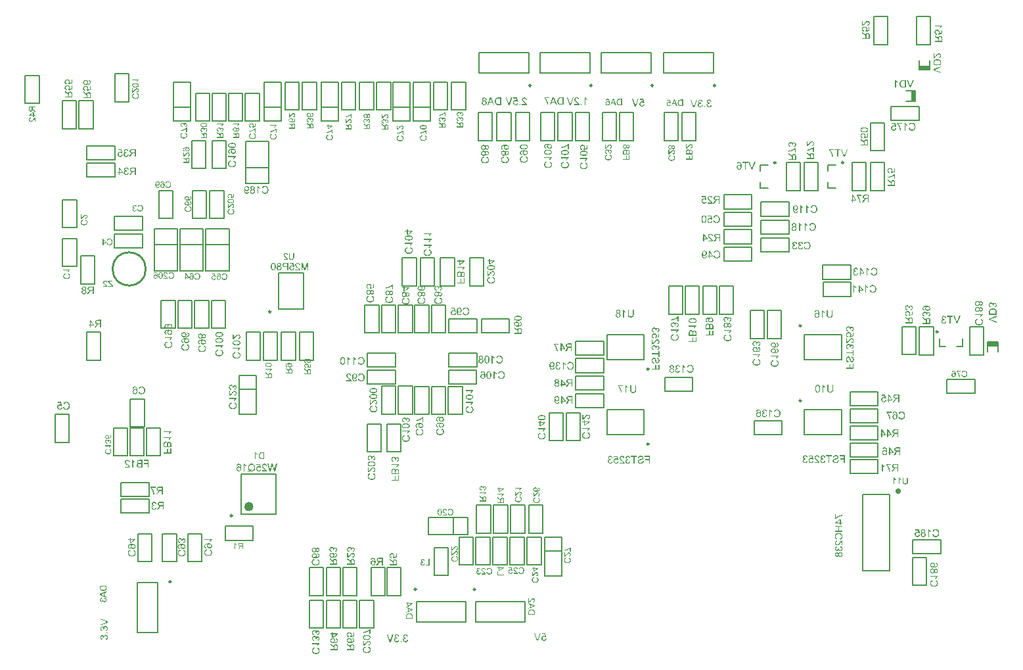
<source format=gbr>
%TF.GenerationSoftware,Altium Limited,Altium Designer,21.1.1 (26)*%
G04 Layer_Color=32896*
%FSLAX44Y44*%
%MOMM*%
%TF.SameCoordinates,65C39E2D-3F9F-43AC-B9A9-9728AD9587AC*%
%TF.FilePolarity,Positive*%
%TF.FileFunction,Legend,Bot*%
%TF.Part,Single*%
G01*
G75*
%TA.AperFunction,NonConductor*%
%ADD95C,0.2500*%
%ADD96C,0.6000*%
%ADD97C,0.2540*%
%TA.AperFunction,OtherPad,Pad U11-10 (129.275mm,-62.3mm)*%
%ADD98C,0.7000*%
%TA.AperFunction,NonConductor*%
%ADD99C,0.2000*%
%ADD100R,1.3500X0.5500*%
%ADD101R,0.5500X1.3500*%
G36*
X1049370Y-119223D02*
X1049741Y-119297D01*
X1050083Y-119401D01*
X1050366Y-119520D01*
X1050588Y-119654D01*
X1050678Y-119713D01*
X1050752Y-119758D01*
X1050826Y-119802D01*
X1050871Y-119832D01*
X1050886Y-119847D01*
X1050900Y-119862D01*
X1051168Y-120129D01*
X1051376Y-120426D01*
X1051554Y-120738D01*
X1051673Y-121036D01*
X1051777Y-121303D01*
X1051807Y-121422D01*
X1051837Y-121526D01*
X1051851Y-121600D01*
X1051866Y-121660D01*
X1051881Y-121704D01*
Y-121719D01*
X1050678Y-121927D01*
X1050618Y-121615D01*
X1050529Y-121348D01*
X1050440Y-121125D01*
X1050336Y-120946D01*
X1050247Y-120798D01*
X1050172Y-120694D01*
X1050113Y-120634D01*
X1050098Y-120619D01*
X1049905Y-120471D01*
X1049712Y-120367D01*
X1049519Y-120278D01*
X1049325Y-120233D01*
X1049177Y-120204D01*
X1049043Y-120174D01*
X1048924D01*
X1048672Y-120189D01*
X1048449Y-120248D01*
X1048255Y-120308D01*
X1048092Y-120397D01*
X1047958Y-120471D01*
X1047854Y-120545D01*
X1047795Y-120605D01*
X1047780Y-120619D01*
X1047632Y-120783D01*
X1047527Y-120976D01*
X1047438Y-121154D01*
X1047394Y-121318D01*
X1047364Y-121481D01*
X1047334Y-121600D01*
Y-121674D01*
Y-121689D01*
Y-121704D01*
X1047364Y-122001D01*
X1047438Y-122254D01*
X1047527Y-122462D01*
X1047646Y-122626D01*
X1047765Y-122759D01*
X1047854Y-122863D01*
X1047929Y-122923D01*
X1047958Y-122937D01*
X1048196Y-123071D01*
X1048434Y-123160D01*
X1048657Y-123235D01*
X1048865Y-123279D01*
X1049058Y-123309D01*
X1049192Y-123324D01*
X1049385D01*
X1049444Y-123309D01*
X1049519D01*
X1049652Y-124364D01*
X1049474Y-124319D01*
X1049311Y-124290D01*
X1049162Y-124275D01*
X1049043Y-124260D01*
X1048939Y-124245D01*
X1048805D01*
X1048508Y-124275D01*
X1048255Y-124334D01*
X1048018Y-124409D01*
X1047825Y-124513D01*
X1047661Y-124617D01*
X1047542Y-124691D01*
X1047483Y-124750D01*
X1047453Y-124780D01*
X1047275Y-124988D01*
X1047141Y-125211D01*
X1047037Y-125449D01*
X1046978Y-125657D01*
X1046933Y-125850D01*
X1046918Y-125998D01*
X1046903Y-126058D01*
Y-126103D01*
Y-126117D01*
Y-126132D01*
X1046933Y-126444D01*
X1046992Y-126727D01*
X1047082Y-126979D01*
X1047186Y-127187D01*
X1047305Y-127366D01*
X1047394Y-127484D01*
X1047453Y-127559D01*
X1047483Y-127588D01*
X1047706Y-127782D01*
X1047943Y-127930D01*
X1048181Y-128019D01*
X1048419Y-128094D01*
X1048612Y-128138D01*
X1048761Y-128153D01*
X1048820Y-128168D01*
X1048909D01*
X1049162Y-128153D01*
X1049400Y-128094D01*
X1049608Y-128019D01*
X1049771Y-127945D01*
X1049920Y-127856D01*
X1050024Y-127796D01*
X1050083Y-127737D01*
X1050113Y-127722D01*
X1050276Y-127529D01*
X1050425Y-127306D01*
X1050544Y-127053D01*
X1050633Y-126816D01*
X1050707Y-126593D01*
X1050752Y-126414D01*
X1050782Y-126355D01*
Y-126296D01*
X1050796Y-126266D01*
Y-126251D01*
X1052000Y-126414D01*
X1051970Y-126637D01*
X1051926Y-126845D01*
X1051792Y-127232D01*
X1051643Y-127573D01*
X1051465Y-127871D01*
X1051391Y-127990D01*
X1051302Y-128094D01*
X1051227Y-128183D01*
X1051168Y-128272D01*
X1051108Y-128331D01*
X1051064Y-128376D01*
X1051049Y-128391D01*
X1051034Y-128406D01*
X1050871Y-128539D01*
X1050692Y-128658D01*
X1050529Y-128762D01*
X1050351Y-128836D01*
X1049994Y-128985D01*
X1049652Y-129074D01*
X1049504Y-129104D01*
X1049355Y-129119D01*
X1049236Y-129134D01*
X1049117Y-129149D01*
X1049028Y-129163D01*
X1048909D01*
X1048657Y-129149D01*
X1048404Y-129119D01*
X1048166Y-129089D01*
X1047943Y-129030D01*
X1047736Y-128955D01*
X1047542Y-128881D01*
X1047364Y-128807D01*
X1047200Y-128718D01*
X1047067Y-128643D01*
X1046933Y-128569D01*
X1046814Y-128495D01*
X1046725Y-128420D01*
X1046651Y-128361D01*
X1046606Y-128331D01*
X1046577Y-128302D01*
X1046562Y-128287D01*
X1046398Y-128109D01*
X1046250Y-127930D01*
X1046131Y-127752D01*
X1046027Y-127573D01*
X1045923Y-127395D01*
X1045848Y-127202D01*
X1045744Y-126860D01*
X1045700Y-126712D01*
X1045670Y-126563D01*
X1045655Y-126444D01*
X1045640Y-126325D01*
X1045626Y-126236D01*
Y-126177D01*
Y-126132D01*
Y-126117D01*
X1045640Y-125776D01*
X1045700Y-125464D01*
X1045774Y-125196D01*
X1045863Y-124973D01*
X1045967Y-124795D01*
X1046041Y-124661D01*
X1046101Y-124572D01*
X1046116Y-124542D01*
X1046309Y-124319D01*
X1046532Y-124141D01*
X1046755Y-123993D01*
X1046963Y-123889D01*
X1047156Y-123799D01*
X1047305Y-123755D01*
X1047364Y-123725D01*
X1047409D01*
X1047438Y-123710D01*
X1047453D01*
X1047215Y-123591D01*
X1047007Y-123443D01*
X1046844Y-123309D01*
X1046695Y-123175D01*
X1046591Y-123056D01*
X1046502Y-122967D01*
X1046458Y-122908D01*
X1046443Y-122878D01*
X1046324Y-122685D01*
X1046250Y-122477D01*
X1046190Y-122284D01*
X1046146Y-122105D01*
X1046116Y-121957D01*
X1046101Y-121838D01*
Y-121764D01*
Y-121734D01*
X1046116Y-121481D01*
X1046160Y-121258D01*
X1046220Y-121050D01*
X1046279Y-120857D01*
X1046339Y-120709D01*
X1046398Y-120590D01*
X1046443Y-120515D01*
X1046458Y-120486D01*
X1046606Y-120278D01*
X1046770Y-120085D01*
X1046948Y-119921D01*
X1047111Y-119787D01*
X1047260Y-119683D01*
X1047379Y-119609D01*
X1047468Y-119565D01*
X1047483Y-119550D01*
X1047498D01*
X1047750Y-119431D01*
X1048003Y-119342D01*
X1048255Y-119282D01*
X1048478Y-119238D01*
X1048672Y-119208D01*
X1048820Y-119193D01*
X1049162D01*
X1049370Y-119223D01*
D02*
G37*
G36*
X1038003D02*
X1038374Y-119297D01*
X1038716Y-119401D01*
X1038998Y-119520D01*
X1039221Y-119654D01*
X1039310Y-119713D01*
X1039385Y-119758D01*
X1039459Y-119802D01*
X1039504Y-119832D01*
X1039518Y-119847D01*
X1039533Y-119862D01*
X1039801Y-120129D01*
X1040009Y-120426D01*
X1040187Y-120738D01*
X1040306Y-121036D01*
X1040410Y-121303D01*
X1040440Y-121422D01*
X1040469Y-121526D01*
X1040484Y-121600D01*
X1040499Y-121660D01*
X1040514Y-121704D01*
Y-121719D01*
X1039310Y-121927D01*
X1039251Y-121615D01*
X1039162Y-121348D01*
X1039073Y-121125D01*
X1038969Y-120946D01*
X1038879Y-120798D01*
X1038805Y-120694D01*
X1038746Y-120634D01*
X1038731Y-120619D01*
X1038538Y-120471D01*
X1038345Y-120367D01*
X1038151Y-120278D01*
X1037958Y-120233D01*
X1037810Y-120204D01*
X1037676Y-120174D01*
X1037557D01*
X1037305Y-120189D01*
X1037082Y-120248D01*
X1036888Y-120308D01*
X1036725Y-120397D01*
X1036591Y-120471D01*
X1036487Y-120545D01*
X1036428Y-120605D01*
X1036413Y-120619D01*
X1036264Y-120783D01*
X1036160Y-120976D01*
X1036071Y-121154D01*
X1036027Y-121318D01*
X1035997Y-121481D01*
X1035967Y-121600D01*
Y-121674D01*
Y-121689D01*
Y-121704D01*
X1035997Y-122001D01*
X1036071Y-122254D01*
X1036160Y-122462D01*
X1036279Y-122626D01*
X1036398Y-122759D01*
X1036487Y-122863D01*
X1036562Y-122923D01*
X1036591Y-122937D01*
X1036829Y-123071D01*
X1037067Y-123160D01*
X1037290Y-123235D01*
X1037498Y-123279D01*
X1037691Y-123309D01*
X1037824Y-123324D01*
X1038018D01*
X1038077Y-123309D01*
X1038151D01*
X1038285Y-124364D01*
X1038107Y-124319D01*
X1037943Y-124290D01*
X1037795Y-124275D01*
X1037676Y-124260D01*
X1037572Y-124245D01*
X1037438D01*
X1037141Y-124275D01*
X1036888Y-124334D01*
X1036651Y-124409D01*
X1036458Y-124513D01*
X1036294Y-124617D01*
X1036175Y-124691D01*
X1036116Y-124750D01*
X1036086Y-124780D01*
X1035908Y-124988D01*
X1035774Y-125211D01*
X1035670Y-125449D01*
X1035611Y-125657D01*
X1035566Y-125850D01*
X1035551Y-125998D01*
X1035536Y-126058D01*
Y-126103D01*
Y-126117D01*
Y-126132D01*
X1035566Y-126444D01*
X1035625Y-126727D01*
X1035714Y-126979D01*
X1035819Y-127187D01*
X1035937Y-127366D01*
X1036027Y-127484D01*
X1036086Y-127559D01*
X1036116Y-127588D01*
X1036339Y-127782D01*
X1036576Y-127930D01*
X1036814Y-128019D01*
X1037052Y-128094D01*
X1037245Y-128138D01*
X1037394Y-128153D01*
X1037453Y-128168D01*
X1037542D01*
X1037795Y-128153D01*
X1038033Y-128094D01*
X1038241Y-128019D01*
X1038404Y-127945D01*
X1038553Y-127856D01*
X1038657Y-127796D01*
X1038716Y-127737D01*
X1038746Y-127722D01*
X1038909Y-127529D01*
X1039058Y-127306D01*
X1039177Y-127053D01*
X1039266Y-126816D01*
X1039340Y-126593D01*
X1039385Y-126414D01*
X1039414Y-126355D01*
Y-126296D01*
X1039429Y-126266D01*
Y-126251D01*
X1040633Y-126414D01*
X1040603Y-126637D01*
X1040559Y-126845D01*
X1040425Y-127232D01*
X1040276Y-127573D01*
X1040098Y-127871D01*
X1040024Y-127990D01*
X1039934Y-128094D01*
X1039860Y-128183D01*
X1039801Y-128272D01*
X1039741Y-128331D01*
X1039697Y-128376D01*
X1039682Y-128391D01*
X1039667Y-128406D01*
X1039504Y-128539D01*
X1039325Y-128658D01*
X1039162Y-128762D01*
X1038984Y-128836D01*
X1038627Y-128985D01*
X1038285Y-129074D01*
X1038137Y-129104D01*
X1037988Y-129119D01*
X1037869Y-129134D01*
X1037750Y-129149D01*
X1037661Y-129163D01*
X1037542D01*
X1037290Y-129149D01*
X1037037Y-129119D01*
X1036799Y-129089D01*
X1036576Y-129030D01*
X1036368Y-128955D01*
X1036175Y-128881D01*
X1035997Y-128807D01*
X1035833Y-128718D01*
X1035700Y-128643D01*
X1035566Y-128569D01*
X1035447Y-128495D01*
X1035358Y-128420D01*
X1035284Y-128361D01*
X1035239Y-128331D01*
X1035209Y-128302D01*
X1035194Y-128287D01*
X1035031Y-128109D01*
X1034882Y-127930D01*
X1034764Y-127752D01*
X1034660Y-127573D01*
X1034556Y-127395D01*
X1034481Y-127202D01*
X1034377Y-126860D01*
X1034333Y-126712D01*
X1034303Y-126563D01*
X1034288Y-126444D01*
X1034273Y-126325D01*
X1034258Y-126236D01*
Y-126177D01*
Y-126132D01*
Y-126117D01*
X1034273Y-125776D01*
X1034333Y-125464D01*
X1034407Y-125196D01*
X1034496Y-124973D01*
X1034600Y-124795D01*
X1034674Y-124661D01*
X1034734Y-124572D01*
X1034749Y-124542D01*
X1034942Y-124319D01*
X1035165Y-124141D01*
X1035388Y-123993D01*
X1035596Y-123889D01*
X1035789Y-123799D01*
X1035937Y-123755D01*
X1035997Y-123725D01*
X1036041D01*
X1036071Y-123710D01*
X1036086D01*
X1035848Y-123591D01*
X1035640Y-123443D01*
X1035477Y-123309D01*
X1035328Y-123175D01*
X1035224Y-123056D01*
X1035135Y-122967D01*
X1035090Y-122908D01*
X1035076Y-122878D01*
X1034957Y-122685D01*
X1034882Y-122477D01*
X1034823Y-122284D01*
X1034778Y-122105D01*
X1034749Y-121957D01*
X1034734Y-121838D01*
Y-121764D01*
Y-121734D01*
X1034749Y-121481D01*
X1034793Y-121258D01*
X1034853Y-121050D01*
X1034912Y-120857D01*
X1034972Y-120709D01*
X1035031Y-120590D01*
X1035076Y-120515D01*
X1035090Y-120486D01*
X1035239Y-120278D01*
X1035403Y-120085D01*
X1035581Y-119921D01*
X1035744Y-119787D01*
X1035893Y-119683D01*
X1036012Y-119609D01*
X1036101Y-119565D01*
X1036116Y-119550D01*
X1036131D01*
X1036383Y-119431D01*
X1036636Y-119342D01*
X1036888Y-119282D01*
X1037111Y-119238D01*
X1037305Y-119208D01*
X1037453Y-119193D01*
X1037795D01*
X1038003Y-119223D01*
D02*
G37*
G36*
X1029801Y-129000D02*
X1028478D01*
X1024659Y-119238D01*
X1025967D01*
X1028612Y-126325D01*
X1028716Y-126623D01*
X1028820Y-126920D01*
X1028909Y-127187D01*
X1028983Y-127425D01*
X1029043Y-127633D01*
X1029087Y-127796D01*
X1029102Y-127856D01*
X1029117Y-127900D01*
X1029132Y-127915D01*
Y-127930D01*
X1029296Y-127366D01*
X1029385Y-127098D01*
X1029474Y-126845D01*
X1029548Y-126637D01*
X1029593Y-126474D01*
X1029622Y-126414D01*
X1029637Y-126370D01*
X1029652Y-126340D01*
Y-126325D01*
X1032178Y-119238D01*
X1033590D01*
X1029801Y-129000D01*
D02*
G37*
G36*
X1043768D02*
X1042401D01*
Y-127633D01*
X1043768D01*
Y-129000D01*
D02*
G37*
G36*
X965292Y-123351D02*
X964163Y-123515D01*
X964059Y-123366D01*
X963940Y-123232D01*
X963821Y-123114D01*
X963717Y-123010D01*
X963613Y-122935D01*
X963524Y-122876D01*
X963464Y-122846D01*
X963449Y-122831D01*
X963271Y-122742D01*
X963093Y-122668D01*
X962915Y-122623D01*
X962751Y-122579D01*
X962602Y-122564D01*
X962498Y-122549D01*
X962394D01*
X962068Y-122579D01*
X961770Y-122638D01*
X961503Y-122742D01*
X961295Y-122846D01*
X961117Y-122950D01*
X960998Y-123054D01*
X960923Y-123114D01*
X960894Y-123143D01*
X960701Y-123381D01*
X960552Y-123649D01*
X960448Y-123916D01*
X960388Y-124169D01*
X960344Y-124406D01*
X960329Y-124510D01*
Y-124600D01*
X960314Y-124659D01*
Y-124718D01*
Y-124748D01*
Y-124763D01*
X960344Y-125149D01*
X960403Y-125491D01*
X960507Y-125788D01*
X960611Y-126041D01*
X960715Y-126234D01*
X960819Y-126383D01*
X960879Y-126472D01*
X960909Y-126487D01*
Y-126502D01*
X961027Y-126620D01*
X961146Y-126710D01*
X961384Y-126873D01*
X961637Y-126977D01*
X961860Y-127066D01*
X962068Y-127111D01*
X962231Y-127126D01*
X962290Y-127141D01*
X962380D01*
X962632Y-127126D01*
X962870Y-127066D01*
X963078Y-126992D01*
X963256Y-126918D01*
X963405Y-126828D01*
X963509Y-126769D01*
X963568Y-126710D01*
X963598Y-126695D01*
X963776Y-126502D01*
X963910Y-126279D01*
X964029Y-126056D01*
X964103Y-125833D01*
X964163Y-125625D01*
X964207Y-125461D01*
X964222Y-125402D01*
X964237Y-125357D01*
Y-125328D01*
Y-125313D01*
X965500Y-125402D01*
X965470Y-125625D01*
X965426Y-125848D01*
X965307Y-126234D01*
X965143Y-126576D01*
X964980Y-126858D01*
X964891Y-126977D01*
X964817Y-127081D01*
X964742Y-127170D01*
X964683Y-127245D01*
X964623Y-127304D01*
X964579Y-127348D01*
X964564Y-127363D01*
X964549Y-127378D01*
X964386Y-127512D01*
X964207Y-127616D01*
X964029Y-127720D01*
X963851Y-127809D01*
X963494Y-127943D01*
X963152Y-128032D01*
X962989Y-128062D01*
X962840Y-128077D01*
X962707Y-128091D01*
X962602Y-128106D01*
X962513Y-128121D01*
X962380D01*
X962082Y-128106D01*
X961800Y-128077D01*
X961547Y-128017D01*
X961295Y-127943D01*
X961072Y-127854D01*
X960849Y-127750D01*
X960656Y-127646D01*
X960492Y-127527D01*
X960329Y-127423D01*
X960195Y-127319D01*
X960077Y-127215D01*
X959987Y-127126D01*
X959913Y-127051D01*
X959854Y-126992D01*
X959824Y-126962D01*
X959809Y-126947D01*
X959675Y-126769D01*
X959556Y-126576D01*
X959452Y-126383D01*
X959363Y-126175D01*
X959230Y-125803D01*
X959126Y-125447D01*
X959096Y-125283D01*
X959081Y-125134D01*
X959066Y-125001D01*
X959051Y-124882D01*
X959036Y-124793D01*
Y-124718D01*
Y-124674D01*
Y-124659D01*
X959051Y-124406D01*
X959081Y-124154D01*
X959126Y-123931D01*
X959170Y-123708D01*
X959244Y-123515D01*
X959319Y-123322D01*
X959393Y-123158D01*
X959482Y-122995D01*
X959571Y-122861D01*
X959646Y-122742D01*
X959720Y-122638D01*
X959794Y-122549D01*
X959839Y-122475D01*
X959883Y-122430D01*
X959913Y-122400D01*
X959928Y-122386D01*
X960091Y-122222D01*
X960270Y-122088D01*
X960448Y-121969D01*
X960641Y-121866D01*
X960819Y-121776D01*
X960998Y-121717D01*
X961339Y-121598D01*
X961488Y-121568D01*
X961637Y-121539D01*
X961756Y-121524D01*
X961874Y-121509D01*
X961964Y-121494D01*
X962082D01*
X962439Y-121524D01*
X962781Y-121598D01*
X963093Y-121687D01*
X963360Y-121806D01*
X963598Y-121925D01*
X963687Y-121969D01*
X963776Y-122014D01*
X963836Y-122059D01*
X963880Y-122088D01*
X963910Y-122103D01*
X963925Y-122118D01*
X963390Y-119488D01*
X959497D01*
Y-118344D01*
X964341D01*
X965292Y-123351D01*
D02*
G37*
G36*
X954653Y-127958D02*
X953331D01*
X949512Y-118195D01*
X950819D01*
X953464Y-125283D01*
X953568Y-125580D01*
X953672Y-125877D01*
X953761Y-126145D01*
X953836Y-126383D01*
X953895Y-126591D01*
X953940Y-126754D01*
X953955Y-126814D01*
X953969Y-126858D01*
X953984Y-126873D01*
Y-126888D01*
X954148Y-126323D01*
X954237Y-126056D01*
X954326Y-125803D01*
X954400Y-125595D01*
X954445Y-125432D01*
X954475Y-125372D01*
X954490Y-125328D01*
X954504Y-125298D01*
Y-125283D01*
X957030Y-118195D01*
X958442D01*
X954653Y-127958D01*
D02*
G37*
G36*
X274000Y-791228D02*
Y-792551D01*
X264238Y-796340D01*
Y-794928D01*
X271325Y-792402D01*
X271340D01*
X271370Y-792387D01*
X271415Y-792372D01*
X271474Y-792343D01*
X271637Y-792298D01*
X271845Y-792224D01*
X272098Y-792135D01*
X272365Y-792045D01*
X272930Y-791882D01*
X272915D01*
X272900Y-791867D01*
X272856Y-791852D01*
X272796Y-791837D01*
X272633Y-791793D01*
X272425Y-791733D01*
X272187Y-791659D01*
X271920Y-791570D01*
X271623Y-791466D01*
X271325Y-791362D01*
X264238Y-788717D01*
Y-787409D01*
X274000Y-791228D01*
D02*
G37*
G36*
X271325Y-797023D02*
X271444Y-797038D01*
X271563Y-797053D01*
X271712Y-797083D01*
X271860Y-797127D01*
X272202Y-797231D01*
X272395Y-797306D01*
X272574Y-797410D01*
X272752Y-797514D01*
X272930Y-797632D01*
X273109Y-797781D01*
X273287Y-797944D01*
X273302Y-797959D01*
X273331Y-797989D01*
X273361Y-798034D01*
X273421Y-798108D01*
X273495Y-798197D01*
X273569Y-798316D01*
X273643Y-798450D01*
X273718Y-798583D01*
X273807Y-798747D01*
X273881Y-798925D01*
X273955Y-799118D01*
X274030Y-799326D01*
X274089Y-799549D01*
X274119Y-799787D01*
X274149Y-800040D01*
X274163Y-800292D01*
Y-800411D01*
X274149Y-800500D01*
X274134Y-800619D01*
X274119Y-800738D01*
X274104Y-800887D01*
X274074Y-801035D01*
X273985Y-801377D01*
X273837Y-801733D01*
X273762Y-801912D01*
X273658Y-802075D01*
X273539Y-802254D01*
X273406Y-802417D01*
X273391Y-802432D01*
X273376Y-802447D01*
X273331Y-802491D01*
X273272Y-802551D01*
X273183Y-802610D01*
X273094Y-802684D01*
X272990Y-802774D01*
X272871Y-802848D01*
X272574Y-803026D01*
X272232Y-803175D01*
X271845Y-803309D01*
X271637Y-803353D01*
X271415Y-803383D01*
X271251Y-802179D01*
X271266D01*
X271296Y-802164D01*
X271355D01*
X271415Y-802135D01*
X271593Y-802090D01*
X271816Y-802016D01*
X272054Y-801927D01*
X272306Y-801808D01*
X272529Y-801659D01*
X272722Y-801496D01*
X272737Y-801466D01*
X272796Y-801407D01*
X272856Y-801303D01*
X272945Y-801154D01*
X273019Y-800991D01*
X273094Y-800782D01*
X273153Y-800545D01*
X273168Y-800292D01*
Y-800203D01*
X273153Y-800144D01*
X273138Y-799995D01*
X273094Y-799802D01*
X273019Y-799564D01*
X272930Y-799326D01*
X272782Y-799089D01*
X272588Y-798866D01*
X272559Y-798836D01*
X272484Y-798777D01*
X272365Y-798687D01*
X272187Y-798568D01*
X271979Y-798465D01*
X271727Y-798375D01*
X271444Y-798316D01*
X271132Y-798286D01*
X271117D01*
X271103D01*
X271058D01*
X270998Y-798301D01*
X270850Y-798316D01*
X270657Y-798361D01*
X270449Y-798420D01*
X270211Y-798524D01*
X269988Y-798658D01*
X269780Y-798836D01*
X269750Y-798866D01*
X269691Y-798925D01*
X269617Y-799044D01*
X269513Y-799208D01*
X269409Y-799401D01*
X269334Y-799638D01*
X269275Y-799891D01*
X269245Y-800188D01*
Y-800322D01*
X269260Y-800426D01*
X269275Y-800545D01*
X269290Y-800693D01*
X269319Y-800857D01*
X269364Y-801035D01*
X268309Y-800901D01*
Y-800827D01*
X268324Y-800768D01*
Y-800574D01*
X268309Y-800441D01*
X268279Y-800248D01*
X268235Y-800040D01*
X268160Y-799817D01*
X268071Y-799579D01*
X267938Y-799341D01*
X267923Y-799312D01*
X267863Y-799237D01*
X267759Y-799148D01*
X267626Y-799029D01*
X267462Y-798910D01*
X267254Y-798821D01*
X267001Y-798747D01*
X266704Y-798717D01*
X266689D01*
X266674D01*
X266600D01*
X266481Y-798747D01*
X266318Y-798777D01*
X266154Y-798821D01*
X265976Y-798910D01*
X265783Y-799014D01*
X265620Y-799163D01*
X265605Y-799178D01*
X265545Y-799237D01*
X265471Y-799341D01*
X265397Y-799475D01*
X265308Y-799638D01*
X265248Y-799831D01*
X265189Y-800054D01*
X265174Y-800307D01*
Y-800426D01*
X265203Y-800560D01*
X265233Y-800708D01*
X265278Y-800901D01*
X265367Y-801095D01*
X265471Y-801288D01*
X265620Y-801481D01*
X265634Y-801496D01*
X265694Y-801555D01*
X265798Y-801629D01*
X265946Y-801719D01*
X266125Y-801823D01*
X266348Y-801912D01*
X266615Y-802001D01*
X266927Y-802060D01*
X266719Y-803264D01*
X266704D01*
X266660Y-803249D01*
X266600Y-803234D01*
X266526Y-803219D01*
X266422Y-803190D01*
X266303Y-803160D01*
X266036Y-803056D01*
X265738Y-802937D01*
X265426Y-802759D01*
X265129Y-802551D01*
X264862Y-802283D01*
X264847Y-802268D01*
X264832Y-802254D01*
X264802Y-802209D01*
X264758Y-802135D01*
X264713Y-802060D01*
X264654Y-801971D01*
X264520Y-801748D01*
X264401Y-801466D01*
X264297Y-801124D01*
X264223Y-800753D01*
X264193Y-800545D01*
Y-800203D01*
X264208Y-800054D01*
X264238Y-799861D01*
X264282Y-799638D01*
X264342Y-799386D01*
X264431Y-799133D01*
X264550Y-798881D01*
Y-798866D01*
X264564Y-798851D01*
X264609Y-798762D01*
X264683Y-798643D01*
X264787Y-798494D01*
X264921Y-798331D01*
X265085Y-798152D01*
X265278Y-797989D01*
X265486Y-797840D01*
X265515Y-797826D01*
X265590Y-797781D01*
X265709Y-797722D01*
X265857Y-797662D01*
X266050Y-797603D01*
X266259Y-797543D01*
X266481Y-797499D01*
X266734Y-797484D01*
X266764D01*
X266838D01*
X266957Y-797499D01*
X267105Y-797528D01*
X267284Y-797573D01*
X267477Y-797632D01*
X267685Y-797707D01*
X267878Y-797826D01*
X267908Y-797840D01*
X267967Y-797885D01*
X268056Y-797974D01*
X268175Y-798078D01*
X268309Y-798227D01*
X268443Y-798390D01*
X268591Y-798598D01*
X268710Y-798836D01*
Y-798821D01*
X268725Y-798791D01*
Y-798747D01*
X268755Y-798687D01*
X268799Y-798539D01*
X268888Y-798346D01*
X268993Y-798138D01*
X269141Y-797915D01*
X269319Y-797692D01*
X269542Y-797499D01*
X269572Y-797484D01*
X269661Y-797424D01*
X269795Y-797350D01*
X269973Y-797246D01*
X270196Y-797157D01*
X270464Y-797083D01*
X270776Y-797023D01*
X271117Y-797008D01*
X271132D01*
X271177D01*
X271236D01*
X271325Y-797023D01*
D02*
G37*
G36*
X274000Y-806518D02*
X272633D01*
Y-805151D01*
X274000D01*
Y-806518D01*
D02*
G37*
G36*
X271325Y-808390D02*
X271444Y-808405D01*
X271563Y-808420D01*
X271712Y-808450D01*
X271860Y-808494D01*
X272202Y-808598D01*
X272395Y-808673D01*
X272574Y-808777D01*
X272752Y-808881D01*
X272930Y-809000D01*
X273109Y-809148D01*
X273287Y-809312D01*
X273302Y-809326D01*
X273331Y-809356D01*
X273361Y-809401D01*
X273421Y-809475D01*
X273495Y-809564D01*
X273569Y-809683D01*
X273643Y-809817D01*
X273718Y-809950D01*
X273807Y-810114D01*
X273881Y-810292D01*
X273955Y-810486D01*
X274030Y-810694D01*
X274089Y-810916D01*
X274119Y-811154D01*
X274149Y-811407D01*
X274163Y-811659D01*
Y-811778D01*
X274149Y-811867D01*
X274134Y-811986D01*
X274119Y-812105D01*
X274104Y-812254D01*
X274074Y-812402D01*
X273985Y-812744D01*
X273837Y-813101D01*
X273762Y-813279D01*
X273658Y-813442D01*
X273539Y-813621D01*
X273406Y-813784D01*
X273391Y-813799D01*
X273376Y-813814D01*
X273331Y-813858D01*
X273272Y-813918D01*
X273183Y-813977D01*
X273094Y-814052D01*
X272990Y-814141D01*
X272871Y-814215D01*
X272574Y-814393D01*
X272232Y-814542D01*
X271845Y-814676D01*
X271637Y-814720D01*
X271415Y-814750D01*
X271251Y-813546D01*
X271266D01*
X271296Y-813531D01*
X271355D01*
X271415Y-813502D01*
X271593Y-813457D01*
X271816Y-813383D01*
X272054Y-813294D01*
X272306Y-813175D01*
X272529Y-813026D01*
X272722Y-812863D01*
X272737Y-812833D01*
X272796Y-812774D01*
X272856Y-812670D01*
X272945Y-812521D01*
X273019Y-812358D01*
X273094Y-812150D01*
X273153Y-811912D01*
X273168Y-811659D01*
Y-811570D01*
X273153Y-811511D01*
X273138Y-811362D01*
X273094Y-811169D01*
X273019Y-810931D01*
X272930Y-810694D01*
X272782Y-810456D01*
X272588Y-810233D01*
X272559Y-810203D01*
X272484Y-810144D01*
X272365Y-810054D01*
X272187Y-809936D01*
X271979Y-809832D01*
X271727Y-809743D01*
X271444Y-809683D01*
X271132Y-809653D01*
X271117D01*
X271103D01*
X271058D01*
X270998Y-809668D01*
X270850Y-809683D01*
X270657Y-809728D01*
X270449Y-809787D01*
X270211Y-809891D01*
X269988Y-810025D01*
X269780Y-810203D01*
X269750Y-810233D01*
X269691Y-810292D01*
X269617Y-810411D01*
X269513Y-810575D01*
X269409Y-810768D01*
X269334Y-811005D01*
X269275Y-811258D01*
X269245Y-811555D01*
Y-811689D01*
X269260Y-811793D01*
X269275Y-811912D01*
X269290Y-812060D01*
X269319Y-812224D01*
X269364Y-812402D01*
X268309Y-812269D01*
Y-812194D01*
X268324Y-812135D01*
Y-811942D01*
X268309Y-811808D01*
X268279Y-811615D01*
X268235Y-811407D01*
X268160Y-811184D01*
X268071Y-810946D01*
X267938Y-810708D01*
X267923Y-810679D01*
X267863Y-810604D01*
X267759Y-810515D01*
X267626Y-810396D01*
X267462Y-810277D01*
X267254Y-810188D01*
X267001Y-810114D01*
X266704Y-810084D01*
X266689D01*
X266674D01*
X266600D01*
X266481Y-810114D01*
X266318Y-810144D01*
X266154Y-810188D01*
X265976Y-810277D01*
X265783Y-810381D01*
X265620Y-810530D01*
X265605Y-810545D01*
X265545Y-810604D01*
X265471Y-810708D01*
X265397Y-810842D01*
X265308Y-811005D01*
X265248Y-811199D01*
X265189Y-811422D01*
X265174Y-811674D01*
Y-811793D01*
X265203Y-811927D01*
X265233Y-812075D01*
X265278Y-812269D01*
X265367Y-812462D01*
X265471Y-812655D01*
X265620Y-812848D01*
X265634Y-812863D01*
X265694Y-812922D01*
X265798Y-812997D01*
X265946Y-813086D01*
X266125Y-813190D01*
X266348Y-813279D01*
X266615Y-813368D01*
X266927Y-813428D01*
X266719Y-814631D01*
X266704D01*
X266660Y-814616D01*
X266600Y-814601D01*
X266526Y-814586D01*
X266422Y-814557D01*
X266303Y-814527D01*
X266036Y-814423D01*
X265738Y-814304D01*
X265426Y-814126D01*
X265129Y-813918D01*
X264862Y-813650D01*
X264847Y-813636D01*
X264832Y-813621D01*
X264802Y-813576D01*
X264758Y-813502D01*
X264713Y-813428D01*
X264654Y-813338D01*
X264520Y-813115D01*
X264401Y-812833D01*
X264297Y-812491D01*
X264223Y-812120D01*
X264193Y-811912D01*
Y-811570D01*
X264208Y-811422D01*
X264238Y-811228D01*
X264282Y-811005D01*
X264342Y-810753D01*
X264431Y-810500D01*
X264550Y-810248D01*
Y-810233D01*
X264564Y-810218D01*
X264609Y-810129D01*
X264683Y-810010D01*
X264787Y-809861D01*
X264921Y-809698D01*
X265085Y-809520D01*
X265278Y-809356D01*
X265486Y-809208D01*
X265515Y-809193D01*
X265590Y-809148D01*
X265709Y-809089D01*
X265857Y-809029D01*
X266050Y-808970D01*
X266259Y-808910D01*
X266481Y-808866D01*
X266734Y-808851D01*
X266764D01*
X266838D01*
X266957Y-808866D01*
X267105Y-808895D01*
X267284Y-808940D01*
X267477Y-809000D01*
X267685Y-809074D01*
X267878Y-809193D01*
X267908Y-809208D01*
X267967Y-809252D01*
X268056Y-809341D01*
X268175Y-809445D01*
X268309Y-809594D01*
X268443Y-809757D01*
X268591Y-809965D01*
X268710Y-810203D01*
Y-810188D01*
X268725Y-810159D01*
Y-810114D01*
X268755Y-810054D01*
X268799Y-809906D01*
X268888Y-809713D01*
X268993Y-809505D01*
X269141Y-809282D01*
X269319Y-809059D01*
X269542Y-808866D01*
X269572Y-808851D01*
X269661Y-808792D01*
X269795Y-808717D01*
X269973Y-808613D01*
X270196Y-808524D01*
X270464Y-808450D01*
X270776Y-808390D01*
X271117Y-808375D01*
X271132D01*
X271177D01*
X271236D01*
X271325Y-808390D01*
D02*
G37*
G36*
X658120Y-807973D02*
X658491Y-808047D01*
X658833Y-808151D01*
X659116Y-808270D01*
X659338Y-808404D01*
X659428Y-808463D01*
X659502Y-808508D01*
X659576Y-808552D01*
X659621Y-808582D01*
X659636Y-808597D01*
X659650Y-808612D01*
X659918Y-808879D01*
X660126Y-809176D01*
X660304Y-809488D01*
X660423Y-809786D01*
X660527Y-810053D01*
X660557Y-810172D01*
X660587Y-810276D01*
X660601Y-810350D01*
X660616Y-810410D01*
X660631Y-810454D01*
Y-810469D01*
X659428Y-810677D01*
X659368Y-810365D01*
X659279Y-810098D01*
X659190Y-809875D01*
X659086Y-809696D01*
X658997Y-809548D01*
X658922Y-809444D01*
X658863Y-809384D01*
X658848Y-809370D01*
X658655Y-809221D01*
X658462Y-809117D01*
X658269Y-809028D01*
X658075Y-808983D01*
X657927Y-808953D01*
X657793Y-808924D01*
X657674D01*
X657422Y-808939D01*
X657199Y-808998D01*
X657005Y-809057D01*
X656842Y-809147D01*
X656708Y-809221D01*
X656604Y-809295D01*
X656545Y-809355D01*
X656530Y-809370D01*
X656382Y-809533D01*
X656277Y-809726D01*
X656188Y-809904D01*
X656144Y-810068D01*
X656114Y-810231D01*
X656084Y-810350D01*
Y-810424D01*
Y-810439D01*
Y-810454D01*
X656114Y-810751D01*
X656188Y-811004D01*
X656277Y-811212D01*
X656396Y-811376D01*
X656515Y-811509D01*
X656604Y-811613D01*
X656679Y-811673D01*
X656708Y-811687D01*
X656946Y-811821D01*
X657184Y-811910D01*
X657407Y-811985D01*
X657615Y-812029D01*
X657808Y-812059D01*
X657942Y-812074D01*
X658135D01*
X658194Y-812059D01*
X658269D01*
X658402Y-813114D01*
X658224Y-813069D01*
X658061Y-813040D01*
X657912Y-813025D01*
X657793Y-813010D01*
X657689Y-812995D01*
X657555D01*
X657258Y-813025D01*
X657005Y-813084D01*
X656768Y-813159D01*
X656575Y-813263D01*
X656411Y-813367D01*
X656292Y-813441D01*
X656233Y-813500D01*
X656203Y-813530D01*
X656025Y-813738D01*
X655891Y-813961D01*
X655787Y-814199D01*
X655728Y-814407D01*
X655683Y-814600D01*
X655668Y-814749D01*
X655653Y-814808D01*
Y-814853D01*
Y-814867D01*
Y-814882D01*
X655683Y-815194D01*
X655742Y-815477D01*
X655832Y-815729D01*
X655936Y-815937D01*
X656055Y-816115D01*
X656144Y-816234D01*
X656203Y-816309D01*
X656233Y-816338D01*
X656456Y-816532D01*
X656693Y-816680D01*
X656931Y-816769D01*
X657169Y-816844D01*
X657362Y-816888D01*
X657511Y-816903D01*
X657570Y-816918D01*
X657659D01*
X657912Y-816903D01*
X658150Y-816844D01*
X658358Y-816769D01*
X658521Y-816695D01*
X658670Y-816606D01*
X658774Y-816546D01*
X658833Y-816487D01*
X658863Y-816472D01*
X659026Y-816279D01*
X659175Y-816056D01*
X659294Y-815804D01*
X659383Y-815566D01*
X659457Y-815343D01*
X659502Y-815164D01*
X659532Y-815105D01*
Y-815046D01*
X659546Y-815016D01*
Y-815001D01*
X660750Y-815164D01*
X660720Y-815387D01*
X660676Y-815595D01*
X660542Y-815982D01*
X660393Y-816323D01*
X660215Y-816621D01*
X660141Y-816740D01*
X660052Y-816844D01*
X659977Y-816933D01*
X659918Y-817022D01*
X659858Y-817081D01*
X659814Y-817126D01*
X659799Y-817141D01*
X659784Y-817156D01*
X659621Y-817289D01*
X659442Y-817408D01*
X659279Y-817512D01*
X659101Y-817587D01*
X658744Y-817735D01*
X658402Y-817824D01*
X658254Y-817854D01*
X658105Y-817869D01*
X657986Y-817884D01*
X657867Y-817899D01*
X657778Y-817914D01*
X657659D01*
X657407Y-817899D01*
X657154Y-817869D01*
X656916Y-817839D01*
X656693Y-817780D01*
X656486Y-817705D01*
X656292Y-817631D01*
X656114Y-817557D01*
X655951Y-817468D01*
X655817Y-817393D01*
X655683Y-817319D01*
X655564Y-817245D01*
X655475Y-817170D01*
X655401Y-817111D01*
X655356Y-817081D01*
X655327Y-817052D01*
X655312Y-817037D01*
X655148Y-816859D01*
X655000Y-816680D01*
X654881Y-816502D01*
X654777Y-816323D01*
X654673Y-816145D01*
X654598Y-815952D01*
X654494Y-815610D01*
X654450Y-815462D01*
X654420Y-815313D01*
X654405Y-815194D01*
X654390Y-815075D01*
X654376Y-814986D01*
Y-814927D01*
Y-814882D01*
Y-814867D01*
X654390Y-814526D01*
X654450Y-814214D01*
X654524Y-813946D01*
X654613Y-813723D01*
X654717Y-813545D01*
X654792Y-813411D01*
X654851Y-813322D01*
X654866Y-813292D01*
X655059Y-813069D01*
X655282Y-812891D01*
X655505Y-812742D01*
X655713Y-812638D01*
X655906Y-812549D01*
X656055Y-812505D01*
X656114Y-812475D01*
X656159D01*
X656188Y-812460D01*
X656203D01*
X655965Y-812341D01*
X655757Y-812193D01*
X655594Y-812059D01*
X655445Y-811925D01*
X655341Y-811806D01*
X655252Y-811717D01*
X655208Y-811658D01*
X655193Y-811628D01*
X655074Y-811435D01*
X655000Y-811227D01*
X654940Y-811034D01*
X654896Y-810855D01*
X654866Y-810707D01*
X654851Y-810588D01*
Y-810514D01*
Y-810484D01*
X654866Y-810231D01*
X654910Y-810008D01*
X654970Y-809800D01*
X655029Y-809607D01*
X655089Y-809459D01*
X655148Y-809340D01*
X655193Y-809266D01*
X655208Y-809236D01*
X655356Y-809028D01*
X655520Y-808835D01*
X655698Y-808671D01*
X655861Y-808537D01*
X656010Y-808433D01*
X656129Y-808359D01*
X656218Y-808315D01*
X656233Y-808300D01*
X656248D01*
X656500Y-808181D01*
X656753Y-808092D01*
X657005Y-808032D01*
X657228Y-807988D01*
X657422Y-807958D01*
X657570Y-807943D01*
X657912D01*
X658120Y-807973D01*
D02*
G37*
G36*
X646753D02*
X647124Y-808047D01*
X647466Y-808151D01*
X647748Y-808270D01*
X647971Y-808404D01*
X648060Y-808463D01*
X648135Y-808508D01*
X648209Y-808552D01*
X648254Y-808582D01*
X648269Y-808597D01*
X648283Y-808612D01*
X648551Y-808879D01*
X648759Y-809176D01*
X648937Y-809488D01*
X649056Y-809786D01*
X649160Y-810053D01*
X649190Y-810172D01*
X649219Y-810276D01*
X649234Y-810350D01*
X649249Y-810410D01*
X649264Y-810454D01*
Y-810469D01*
X648060Y-810677D01*
X648001Y-810365D01*
X647912Y-810098D01*
X647823Y-809875D01*
X647719Y-809696D01*
X647629Y-809548D01*
X647555Y-809444D01*
X647496Y-809384D01*
X647481Y-809370D01*
X647288Y-809221D01*
X647095Y-809117D01*
X646901Y-809028D01*
X646708Y-808983D01*
X646560Y-808953D01*
X646426Y-808924D01*
X646307D01*
X646055Y-808939D01*
X645832Y-808998D01*
X645638Y-809057D01*
X645475Y-809147D01*
X645341Y-809221D01*
X645237Y-809295D01*
X645178Y-809355D01*
X645163Y-809370D01*
X645014Y-809533D01*
X644910Y-809726D01*
X644821Y-809904D01*
X644777Y-810068D01*
X644747Y-810231D01*
X644717Y-810350D01*
Y-810424D01*
Y-810439D01*
Y-810454D01*
X644747Y-810751D01*
X644821Y-811004D01*
X644910Y-811212D01*
X645029Y-811376D01*
X645148Y-811509D01*
X645237Y-811613D01*
X645312Y-811673D01*
X645341Y-811687D01*
X645579Y-811821D01*
X645817Y-811910D01*
X646040Y-811985D01*
X646248Y-812029D01*
X646441Y-812059D01*
X646574Y-812074D01*
X646768D01*
X646827Y-812059D01*
X646901D01*
X647035Y-813114D01*
X646857Y-813069D01*
X646693Y-813040D01*
X646545Y-813025D01*
X646426Y-813010D01*
X646322Y-812995D01*
X646188D01*
X645891Y-813025D01*
X645638Y-813084D01*
X645401Y-813159D01*
X645208Y-813263D01*
X645044Y-813367D01*
X644925Y-813441D01*
X644866Y-813500D01*
X644836Y-813530D01*
X644658Y-813738D01*
X644524Y-813961D01*
X644420Y-814199D01*
X644361Y-814407D01*
X644316Y-814600D01*
X644301Y-814749D01*
X644286Y-814808D01*
Y-814853D01*
Y-814867D01*
Y-814882D01*
X644316Y-815194D01*
X644375Y-815477D01*
X644464Y-815729D01*
X644569Y-815937D01*
X644687Y-816115D01*
X644777Y-816234D01*
X644836Y-816309D01*
X644866Y-816338D01*
X645089Y-816532D01*
X645326Y-816680D01*
X645564Y-816769D01*
X645802Y-816844D01*
X645995Y-816888D01*
X646144Y-816903D01*
X646203Y-816918D01*
X646292D01*
X646545Y-816903D01*
X646783Y-816844D01*
X646991Y-816769D01*
X647154Y-816695D01*
X647303Y-816606D01*
X647407Y-816546D01*
X647466Y-816487D01*
X647496Y-816472D01*
X647659Y-816279D01*
X647808Y-816056D01*
X647927Y-815804D01*
X648016Y-815566D01*
X648090Y-815343D01*
X648135Y-815164D01*
X648164Y-815105D01*
Y-815046D01*
X648179Y-815016D01*
Y-815001D01*
X649383Y-815164D01*
X649353Y-815387D01*
X649309Y-815595D01*
X649175Y-815982D01*
X649026Y-816323D01*
X648848Y-816621D01*
X648774Y-816740D01*
X648684Y-816844D01*
X648610Y-816933D01*
X648551Y-817022D01*
X648491Y-817081D01*
X648447Y-817126D01*
X648432Y-817141D01*
X648417Y-817156D01*
X648254Y-817289D01*
X648075Y-817408D01*
X647912Y-817512D01*
X647734Y-817587D01*
X647377Y-817735D01*
X647035Y-817824D01*
X646887Y-817854D01*
X646738Y-817869D01*
X646619Y-817884D01*
X646500Y-817899D01*
X646411Y-817914D01*
X646292D01*
X646040Y-817899D01*
X645787Y-817869D01*
X645549Y-817839D01*
X645326Y-817780D01*
X645118Y-817705D01*
X644925Y-817631D01*
X644747Y-817557D01*
X644583Y-817468D01*
X644450Y-817393D01*
X644316Y-817319D01*
X644197Y-817245D01*
X644108Y-817170D01*
X644034Y-817111D01*
X643989Y-817081D01*
X643959Y-817052D01*
X643944Y-817037D01*
X643781Y-816859D01*
X643632Y-816680D01*
X643514Y-816502D01*
X643410Y-816323D01*
X643306Y-816145D01*
X643231Y-815952D01*
X643127Y-815610D01*
X643083Y-815462D01*
X643053Y-815313D01*
X643038Y-815194D01*
X643023Y-815075D01*
X643008Y-814986D01*
Y-814927D01*
Y-814882D01*
Y-814867D01*
X643023Y-814526D01*
X643083Y-814214D01*
X643157Y-813946D01*
X643246Y-813723D01*
X643350Y-813545D01*
X643424Y-813411D01*
X643484Y-813322D01*
X643499Y-813292D01*
X643692Y-813069D01*
X643915Y-812891D01*
X644138Y-812742D01*
X644346Y-812638D01*
X644539Y-812549D01*
X644687Y-812505D01*
X644747Y-812475D01*
X644791D01*
X644821Y-812460D01*
X644836D01*
X644598Y-812341D01*
X644390Y-812193D01*
X644227Y-812059D01*
X644078Y-811925D01*
X643974Y-811806D01*
X643885Y-811717D01*
X643840Y-811658D01*
X643826Y-811628D01*
X643707Y-811435D01*
X643632Y-811227D01*
X643573Y-811034D01*
X643528Y-810855D01*
X643499Y-810707D01*
X643484Y-810588D01*
Y-810514D01*
Y-810484D01*
X643499Y-810231D01*
X643543Y-810008D01*
X643603Y-809800D01*
X643662Y-809607D01*
X643722Y-809459D01*
X643781Y-809340D01*
X643826Y-809266D01*
X643840Y-809236D01*
X643989Y-809028D01*
X644153Y-808835D01*
X644331Y-808671D01*
X644494Y-808537D01*
X644643Y-808433D01*
X644762Y-808359D01*
X644851Y-808315D01*
X644866Y-808300D01*
X644881D01*
X645133Y-808181D01*
X645386Y-808092D01*
X645638Y-808032D01*
X645861Y-807988D01*
X646055Y-807958D01*
X646203Y-807943D01*
X646545D01*
X646753Y-807973D01*
D02*
G37*
G36*
X638551Y-817750D02*
X637228D01*
X633410Y-807988D01*
X634717D01*
X637362Y-815075D01*
X637466Y-815373D01*
X637570Y-815670D01*
X637659Y-815937D01*
X637733Y-816175D01*
X637793Y-816383D01*
X637837Y-816546D01*
X637852Y-816606D01*
X637867Y-816650D01*
X637882Y-816665D01*
Y-816680D01*
X638046Y-816115D01*
X638135Y-815848D01*
X638224Y-815595D01*
X638298Y-815387D01*
X638343Y-815224D01*
X638372Y-815164D01*
X638387Y-815120D01*
X638402Y-815090D01*
Y-815075D01*
X640928Y-807988D01*
X642340D01*
X638551Y-817750D01*
D02*
G37*
G36*
X652518D02*
X651151D01*
Y-816383D01*
X652518D01*
Y-817750D01*
D02*
G37*
G36*
X839042Y-811394D02*
X837913Y-811557D01*
X837809Y-811409D01*
X837690Y-811275D01*
X837571Y-811156D01*
X837467Y-811052D01*
X837363Y-810978D01*
X837274Y-810918D01*
X837214Y-810889D01*
X837199Y-810874D01*
X837021Y-810785D01*
X836843Y-810710D01*
X836665Y-810666D01*
X836501Y-810621D01*
X836352Y-810606D01*
X836248Y-810591D01*
X836144D01*
X835818Y-810621D01*
X835520Y-810680D01*
X835253Y-810785D01*
X835045Y-810889D01*
X834867Y-810993D01*
X834748Y-811096D01*
X834673Y-811156D01*
X834644Y-811186D01*
X834451Y-811423D01*
X834302Y-811691D01*
X834198Y-811958D01*
X834138Y-812211D01*
X834094Y-812449D01*
X834079Y-812553D01*
Y-812642D01*
X834064Y-812701D01*
Y-812761D01*
Y-812790D01*
Y-812805D01*
X834094Y-813192D01*
X834153Y-813533D01*
X834257Y-813831D01*
X834361Y-814083D01*
X834465Y-814276D01*
X834569Y-814425D01*
X834629Y-814514D01*
X834659Y-814529D01*
Y-814544D01*
X834778Y-814663D01*
X834896Y-814752D01*
X835134Y-814915D01*
X835387Y-815019D01*
X835610Y-815108D01*
X835818Y-815153D01*
X835981Y-815168D01*
X836040Y-815183D01*
X836130D01*
X836382Y-815168D01*
X836620Y-815108D01*
X836828Y-815034D01*
X837006Y-814960D01*
X837155Y-814871D01*
X837259Y-814811D01*
X837318Y-814752D01*
X837348Y-814737D01*
X837526Y-814544D01*
X837660Y-814321D01*
X837779Y-814098D01*
X837853Y-813875D01*
X837913Y-813667D01*
X837957Y-813504D01*
X837972Y-813444D01*
X837987Y-813400D01*
Y-813370D01*
Y-813355D01*
X839250Y-813444D01*
X839220Y-813667D01*
X839176Y-813890D01*
X839057Y-814276D01*
X838893Y-814618D01*
X838730Y-814900D01*
X838641Y-815019D01*
X838567Y-815123D01*
X838492Y-815212D01*
X838433Y-815287D01*
X838373Y-815346D01*
X838329Y-815391D01*
X838314Y-815406D01*
X838299Y-815421D01*
X838136Y-815554D01*
X837957Y-815658D01*
X837779Y-815762D01*
X837601Y-815851D01*
X837244Y-815985D01*
X836902Y-816074D01*
X836739Y-816104D01*
X836590Y-816119D01*
X836457Y-816134D01*
X836352Y-816149D01*
X836263Y-816163D01*
X836130D01*
X835832Y-816149D01*
X835550Y-816119D01*
X835297Y-816059D01*
X835045Y-815985D01*
X834822Y-815896D01*
X834599Y-815792D01*
X834406Y-815688D01*
X834242Y-815569D01*
X834079Y-815465D01*
X833945Y-815361D01*
X833827Y-815257D01*
X833737Y-815168D01*
X833663Y-815094D01*
X833604Y-815034D01*
X833574Y-815004D01*
X833559Y-814990D01*
X833425Y-814811D01*
X833306Y-814618D01*
X833202Y-814425D01*
X833113Y-814217D01*
X832980Y-813845D01*
X832876Y-813489D01*
X832846Y-813325D01*
X832831Y-813177D01*
X832816Y-813043D01*
X832801Y-812924D01*
X832786Y-812835D01*
Y-812761D01*
Y-812716D01*
Y-812701D01*
X832801Y-812449D01*
X832831Y-812196D01*
X832876Y-811973D01*
X832920Y-811750D01*
X832994Y-811557D01*
X833069Y-811364D01*
X833143Y-811200D01*
X833232Y-811037D01*
X833321Y-810903D01*
X833396Y-810785D01*
X833470Y-810680D01*
X833544Y-810591D01*
X833589Y-810517D01*
X833633Y-810472D01*
X833663Y-810443D01*
X833678Y-810428D01*
X833841Y-810264D01*
X834020Y-810131D01*
X834198Y-810012D01*
X834391Y-809908D01*
X834569Y-809819D01*
X834748Y-809759D01*
X835089Y-809640D01*
X835238Y-809611D01*
X835387Y-809581D01*
X835506Y-809566D01*
X835624Y-809551D01*
X835714Y-809536D01*
X835832D01*
X836189Y-809566D01*
X836531Y-809640D01*
X836843Y-809730D01*
X837110Y-809848D01*
X837348Y-809967D01*
X837437Y-810012D01*
X837526Y-810056D01*
X837586Y-810101D01*
X837630Y-810131D01*
X837660Y-810145D01*
X837675Y-810160D01*
X837140Y-807530D01*
X833247D01*
Y-806386D01*
X838091D01*
X839042Y-811394D01*
D02*
G37*
G36*
X828403Y-816000D02*
X827081D01*
X823262Y-806238D01*
X824569D01*
X827214Y-813325D01*
X827318Y-813623D01*
X827422Y-813920D01*
X827511Y-814187D01*
X827586Y-814425D01*
X827645Y-814633D01*
X827690Y-814796D01*
X827705Y-814856D01*
X827719Y-814900D01*
X827734Y-814915D01*
Y-814930D01*
X827898Y-814365D01*
X827987Y-814098D01*
X828076Y-813845D01*
X828150Y-813637D01*
X828195Y-813474D01*
X828225Y-813415D01*
X828240Y-813370D01*
X828254Y-813340D01*
Y-813325D01*
X830780Y-806238D01*
X832192D01*
X828403Y-816000D01*
D02*
G37*
G36*
X878564Y-116208D02*
X878801Y-116223D01*
X879247Y-116312D01*
X879440Y-116356D01*
X879634Y-116416D01*
X879797Y-116490D01*
X879946Y-116550D01*
X880079Y-116624D01*
X880198Y-116683D01*
X880302Y-116758D01*
X880391Y-116802D01*
X880451Y-116847D01*
X880495Y-116891D01*
X880525Y-116906D01*
X880540Y-116921D01*
X880689Y-117070D01*
X880807Y-117218D01*
X881030Y-117560D01*
X881194Y-117902D01*
X881313Y-118244D01*
X881402Y-118541D01*
X881417Y-118674D01*
X881446Y-118793D01*
X881461Y-118883D01*
X881476Y-118957D01*
Y-119001D01*
Y-119016D01*
X880243Y-119150D01*
X880213Y-118823D01*
X880154Y-118541D01*
X880079Y-118303D01*
X879975Y-118095D01*
X879886Y-117932D01*
X879797Y-117813D01*
X879738Y-117753D01*
X879723Y-117724D01*
X879515Y-117545D01*
X879292Y-117411D01*
X879054Y-117322D01*
X878831Y-117248D01*
X878638Y-117218D01*
X878490Y-117204D01*
X878430Y-117189D01*
X878341D01*
X878044Y-117204D01*
X877776Y-117263D01*
X877553Y-117337D01*
X877360Y-117426D01*
X877212Y-117530D01*
X877093Y-117605D01*
X877033Y-117664D01*
X877004Y-117679D01*
X876825Y-117872D01*
X876706Y-118080D01*
X876617Y-118273D01*
X876543Y-118467D01*
X876513Y-118630D01*
X876498Y-118764D01*
X876484Y-118853D01*
Y-118868D01*
Y-118883D01*
X876513Y-119135D01*
X876573Y-119403D01*
X876662Y-119640D01*
X876766Y-119863D01*
X876870Y-120056D01*
X876959Y-120205D01*
X876989Y-120264D01*
X877018Y-120309D01*
X877048Y-120324D01*
Y-120339D01*
X877167Y-120487D01*
X877301Y-120651D01*
X877449Y-120814D01*
X877628Y-120978D01*
X877984Y-121319D01*
X878341Y-121661D01*
X878668Y-121944D01*
X878816Y-122077D01*
X878950Y-122181D01*
X879054Y-122285D01*
X879128Y-122345D01*
X879188Y-122389D01*
X879203Y-122404D01*
X879559Y-122716D01*
X879886Y-122999D01*
X880154Y-123251D01*
X880377Y-123459D01*
X880555Y-123637D01*
X880674Y-123771D01*
X880748Y-123860D01*
X880778Y-123875D01*
Y-123890D01*
X880971Y-124128D01*
X881120Y-124351D01*
X881268Y-124573D01*
X881372Y-124767D01*
X881461Y-124945D01*
X881521Y-125064D01*
X881550Y-125153D01*
X881565Y-125168D01*
Y-125183D01*
X881610Y-125331D01*
X881654Y-125480D01*
X881669Y-125614D01*
X881684Y-125732D01*
X881699Y-125837D01*
Y-125926D01*
Y-125985D01*
Y-126000D01*
X875235D01*
Y-124856D01*
X880035D01*
X879871Y-124618D01*
X879708Y-124425D01*
X879634Y-124336D01*
X879574Y-124276D01*
X879544Y-124232D01*
X879530Y-124217D01*
X879455Y-124143D01*
X879381Y-124068D01*
X879188Y-123890D01*
X878950Y-123682D01*
X878727Y-123474D01*
X878504Y-123281D01*
X878326Y-123132D01*
X878252Y-123073D01*
X878192Y-123028D01*
X878163Y-122999D01*
X878148Y-122984D01*
X877910Y-122776D01*
X877702Y-122597D01*
X877494Y-122419D01*
X877316Y-122255D01*
X877152Y-122092D01*
X877004Y-121958D01*
X876855Y-121825D01*
X876736Y-121706D01*
X876632Y-121602D01*
X876543Y-121513D01*
X876409Y-121379D01*
X876335Y-121290D01*
X876305Y-121260D01*
X876112Y-121022D01*
X875934Y-120814D01*
X875800Y-120606D01*
X875696Y-120428D01*
X875607Y-120279D01*
X875547Y-120175D01*
X875518Y-120101D01*
X875503Y-120071D01*
X875414Y-119863D01*
X875354Y-119655D01*
X875310Y-119462D01*
X875280Y-119284D01*
X875265Y-119135D01*
X875250Y-119016D01*
Y-118942D01*
Y-118912D01*
X875265Y-118704D01*
X875280Y-118496D01*
X875384Y-118125D01*
X875518Y-117798D01*
X875666Y-117515D01*
X875815Y-117293D01*
X875889Y-117204D01*
X875949Y-117114D01*
X876008Y-117055D01*
X876053Y-117010D01*
X876067Y-116995D01*
X876082Y-116981D01*
X876246Y-116847D01*
X876409Y-116713D01*
X876588Y-116609D01*
X876781Y-116520D01*
X877152Y-116386D01*
X877509Y-116297D01*
X877672Y-116252D01*
X877821Y-116238D01*
X877954Y-116223D01*
X878073Y-116208D01*
X878177Y-116193D01*
X878311D01*
X878564Y-116208D01*
D02*
G37*
G36*
X889307Y-116431D02*
X889470Y-116669D01*
X889649Y-116891D01*
X889827Y-117100D01*
X889990Y-117263D01*
X890124Y-117397D01*
X890213Y-117486D01*
X890228Y-117501D01*
X890243Y-117515D01*
X890525Y-117753D01*
X890822Y-117976D01*
X891120Y-118169D01*
X891387Y-118333D01*
X891625Y-118467D01*
X891729Y-118511D01*
X891818Y-118556D01*
X891877Y-118600D01*
X891937Y-118630D01*
X891967Y-118645D01*
X891981D01*
Y-119819D01*
X891773Y-119729D01*
X891551Y-119626D01*
X891342Y-119536D01*
X891149Y-119432D01*
X890986Y-119343D01*
X890852Y-119269D01*
X890763Y-119209D01*
X890748Y-119195D01*
X890733D01*
X890481Y-119046D01*
X890258Y-118883D01*
X890065Y-118749D01*
X889901Y-118615D01*
X889767Y-118511D01*
X889663Y-118437D01*
X889604Y-118377D01*
X889589Y-118363D01*
Y-126000D01*
X888385D01*
Y-116193D01*
X889173D01*
X889307Y-116431D01*
D02*
G37*
G36*
X870688Y-126000D02*
X869366D01*
X865547Y-116238D01*
X866855D01*
X869500Y-123325D01*
X869604Y-123623D01*
X869708Y-123920D01*
X869797Y-124187D01*
X869871Y-124425D01*
X869931Y-124633D01*
X869975Y-124796D01*
X869990Y-124856D01*
X870005Y-124900D01*
X870020Y-124915D01*
Y-124930D01*
X870183Y-124366D01*
X870272Y-124098D01*
X870362Y-123845D01*
X870436Y-123637D01*
X870480Y-123474D01*
X870510Y-123414D01*
X870525Y-123370D01*
X870540Y-123340D01*
Y-123325D01*
X873066Y-116238D01*
X874477D01*
X870688Y-126000D01*
D02*
G37*
G36*
X884656D02*
X883289D01*
Y-124633D01*
X884656D01*
Y-126000D01*
D02*
G37*
G36*
X811014Y-116458D02*
X811251Y-116473D01*
X811697Y-116562D01*
X811890Y-116607D01*
X812083Y-116666D01*
X812247Y-116740D01*
X812395Y-116800D01*
X812529Y-116874D01*
X812648Y-116933D01*
X812752Y-117008D01*
X812841Y-117052D01*
X812901Y-117097D01*
X812945Y-117141D01*
X812975Y-117156D01*
X812990Y-117171D01*
X813138Y-117320D01*
X813257Y-117468D01*
X813480Y-117810D01*
X813644Y-118152D01*
X813763Y-118494D01*
X813852Y-118791D01*
X813867Y-118925D01*
X813896Y-119043D01*
X813911Y-119132D01*
X813926Y-119207D01*
Y-119251D01*
Y-119266D01*
X812693Y-119400D01*
X812663Y-119073D01*
X812604Y-118791D01*
X812529Y-118553D01*
X812425Y-118345D01*
X812336Y-118182D01*
X812247Y-118063D01*
X812187Y-118003D01*
X812173Y-117973D01*
X811964Y-117795D01*
X811742Y-117662D01*
X811504Y-117572D01*
X811281Y-117498D01*
X811088Y-117468D01*
X810939Y-117453D01*
X810880Y-117439D01*
X810791D01*
X810493Y-117453D01*
X810226Y-117513D01*
X810003Y-117587D01*
X809810Y-117676D01*
X809661Y-117780D01*
X809542Y-117855D01*
X809483Y-117914D01*
X809453Y-117929D01*
X809275Y-118122D01*
X809156Y-118330D01*
X809067Y-118523D01*
X808993Y-118716D01*
X808963Y-118880D01*
X808948Y-119014D01*
X808933Y-119103D01*
Y-119118D01*
Y-119132D01*
X808963Y-119385D01*
X809023Y-119653D01*
X809112Y-119890D01*
X809216Y-120113D01*
X809320Y-120306D01*
X809409Y-120455D01*
X809438Y-120514D01*
X809468Y-120559D01*
X809498Y-120574D01*
Y-120589D01*
X809617Y-120737D01*
X809751Y-120901D01*
X809899Y-121064D01*
X810078Y-121228D01*
X810434Y-121569D01*
X810791Y-121911D01*
X811118Y-122193D01*
X811266Y-122327D01*
X811400Y-122431D01*
X811504Y-122535D01*
X811578Y-122595D01*
X811638Y-122639D01*
X811653Y-122654D01*
X812009Y-122966D01*
X812336Y-123249D01*
X812604Y-123501D01*
X812826Y-123709D01*
X813005Y-123887D01*
X813123Y-124021D01*
X813198Y-124110D01*
X813228Y-124125D01*
Y-124140D01*
X813421Y-124378D01*
X813569Y-124601D01*
X813718Y-124824D01*
X813822Y-125017D01*
X813911Y-125195D01*
X813970Y-125314D01*
X814000Y-125403D01*
X814015Y-125418D01*
Y-125433D01*
X814060Y-125581D01*
X814104Y-125730D01*
X814119Y-125864D01*
X814134Y-125983D01*
X814149Y-126087D01*
Y-126176D01*
Y-126235D01*
Y-126250D01*
X807685D01*
Y-125106D01*
X812485D01*
X812321Y-124868D01*
X812158Y-124675D01*
X812083Y-124586D01*
X812024Y-124526D01*
X811994Y-124482D01*
X811979Y-124467D01*
X811905Y-124393D01*
X811831Y-124318D01*
X811638Y-124140D01*
X811400Y-123932D01*
X811177Y-123724D01*
X810954Y-123531D01*
X810776Y-123382D01*
X810702Y-123323D01*
X810642Y-123278D01*
X810612Y-123249D01*
X810598Y-123234D01*
X810360Y-123026D01*
X810152Y-122847D01*
X809944Y-122669D01*
X809765Y-122506D01*
X809602Y-122342D01*
X809453Y-122208D01*
X809305Y-122075D01*
X809186Y-121956D01*
X809082Y-121852D01*
X808993Y-121763D01*
X808859Y-121629D01*
X808785Y-121540D01*
X808755Y-121510D01*
X808562Y-121272D01*
X808383Y-121064D01*
X808250Y-120856D01*
X808146Y-120678D01*
X808057Y-120529D01*
X807997Y-120425D01*
X807968Y-120351D01*
X807953Y-120321D01*
X807863Y-120113D01*
X807804Y-119905D01*
X807759Y-119712D01*
X807730Y-119534D01*
X807715Y-119385D01*
X807700Y-119266D01*
Y-119192D01*
Y-119162D01*
X807715Y-118954D01*
X807730Y-118746D01*
X807834Y-118375D01*
X807968Y-118048D01*
X808116Y-117766D01*
X808265Y-117543D01*
X808339Y-117453D01*
X808398Y-117364D01*
X808458Y-117305D01*
X808502Y-117260D01*
X808517Y-117245D01*
X808532Y-117231D01*
X808696Y-117097D01*
X808859Y-116963D01*
X809037Y-116859D01*
X809230Y-116770D01*
X809602Y-116636D01*
X809959Y-116547D01*
X810122Y-116503D01*
X810271Y-116488D01*
X810404Y-116473D01*
X810523Y-116458D01*
X810627Y-116443D01*
X810761D01*
X811014Y-116458D01*
D02*
G37*
G36*
X802410Y-121644D02*
X801281Y-121807D01*
X801177Y-121659D01*
X801058Y-121525D01*
X800939Y-121406D01*
X800835Y-121302D01*
X800731Y-121228D01*
X800642Y-121168D01*
X800583Y-121138D01*
X800568Y-121124D01*
X800389Y-121034D01*
X800211Y-120960D01*
X800033Y-120916D01*
X799869Y-120871D01*
X799721Y-120856D01*
X799617Y-120841D01*
X799513D01*
X799186Y-120871D01*
X798889Y-120931D01*
X798621Y-121034D01*
X798413Y-121138D01*
X798235Y-121243D01*
X798116Y-121347D01*
X798042Y-121406D01*
X798012Y-121436D01*
X797819Y-121673D01*
X797670Y-121941D01*
X797566Y-122208D01*
X797507Y-122461D01*
X797462Y-122699D01*
X797447Y-122803D01*
Y-122892D01*
X797432Y-122951D01*
Y-123011D01*
Y-123040D01*
Y-123055D01*
X797462Y-123442D01*
X797522Y-123783D01*
X797626Y-124081D01*
X797730Y-124333D01*
X797834Y-124526D01*
X797938Y-124675D01*
X797997Y-124764D01*
X798027Y-124779D01*
Y-124794D01*
X798146Y-124913D01*
X798264Y-125002D01*
X798502Y-125165D01*
X798755Y-125269D01*
X798978Y-125358D01*
X799186Y-125403D01*
X799349Y-125418D01*
X799409Y-125433D01*
X799498D01*
X799750Y-125418D01*
X799988Y-125358D01*
X800196Y-125284D01*
X800375Y-125210D01*
X800523Y-125121D01*
X800627Y-125061D01*
X800687Y-125002D01*
X800716Y-124987D01*
X800895Y-124794D01*
X801028Y-124571D01*
X801147Y-124348D01*
X801221Y-124125D01*
X801281Y-123917D01*
X801326Y-123754D01*
X801340Y-123694D01*
X801355Y-123650D01*
Y-123620D01*
Y-123605D01*
X802618Y-123694D01*
X802589Y-123917D01*
X802544Y-124140D01*
X802425Y-124526D01*
X802262Y-124868D01*
X802098Y-125150D01*
X802009Y-125269D01*
X801935Y-125373D01*
X801860Y-125463D01*
X801801Y-125537D01*
X801742Y-125596D01*
X801697Y-125641D01*
X801682Y-125656D01*
X801667Y-125670D01*
X801504Y-125804D01*
X801326Y-125908D01*
X801147Y-126012D01*
X800969Y-126101D01*
X800612Y-126235D01*
X800270Y-126324D01*
X800107Y-126354D01*
X799958Y-126369D01*
X799825Y-126384D01*
X799721Y-126399D01*
X799632Y-126413D01*
X799498D01*
X799201Y-126399D01*
X798918Y-126369D01*
X798666Y-126309D01*
X798413Y-126235D01*
X798190Y-126146D01*
X797967Y-126042D01*
X797774Y-125938D01*
X797611Y-125819D01*
X797447Y-125715D01*
X797314Y-125611D01*
X797195Y-125507D01*
X797105Y-125418D01*
X797031Y-125344D01*
X796972Y-125284D01*
X796942Y-125254D01*
X796927Y-125240D01*
X796794Y-125061D01*
X796675Y-124868D01*
X796571Y-124675D01*
X796481Y-124467D01*
X796348Y-124095D01*
X796244Y-123739D01*
X796214Y-123575D01*
X796199Y-123427D01*
X796184Y-123293D01*
X796169Y-123174D01*
X796155Y-123085D01*
Y-123011D01*
Y-122966D01*
Y-122951D01*
X796169Y-122699D01*
X796199Y-122446D01*
X796244Y-122223D01*
X796288Y-122000D01*
X796363Y-121807D01*
X796437Y-121614D01*
X796511Y-121451D01*
X796600Y-121287D01*
X796690Y-121153D01*
X796764Y-121034D01*
X796838Y-120931D01*
X796912Y-120841D01*
X796957Y-120767D01*
X797001Y-120722D01*
X797031Y-120693D01*
X797046Y-120678D01*
X797210Y-120514D01*
X797388Y-120381D01*
X797566Y-120262D01*
X797759Y-120158D01*
X797938Y-120069D01*
X798116Y-120009D01*
X798458Y-119890D01*
X798606Y-119861D01*
X798755Y-119831D01*
X798874Y-119816D01*
X798993Y-119801D01*
X799082Y-119786D01*
X799201D01*
X799557Y-119816D01*
X799899Y-119890D01*
X800211Y-119979D01*
X800479Y-120098D01*
X800716Y-120217D01*
X800805Y-120262D01*
X800895Y-120306D01*
X800954Y-120351D01*
X800999Y-120381D01*
X801028Y-120395D01*
X801043Y-120410D01*
X800508Y-117780D01*
X796615D01*
Y-116636D01*
X801459D01*
X802410Y-121644D01*
D02*
G37*
G36*
X791771Y-126250D02*
X790449D01*
X786630Y-116488D01*
X787937D01*
X790582Y-123575D01*
X790686Y-123872D01*
X790790Y-124170D01*
X790880Y-124437D01*
X790954Y-124675D01*
X791013Y-124883D01*
X791058Y-125046D01*
X791073Y-125106D01*
X791088Y-125150D01*
X791103Y-125165D01*
Y-125180D01*
X791266Y-124615D01*
X791355Y-124348D01*
X791444Y-124095D01*
X791519Y-123887D01*
X791563Y-123724D01*
X791593Y-123665D01*
X791608Y-123620D01*
X791623Y-123590D01*
Y-123575D01*
X794149Y-116488D01*
X795560D01*
X791771Y-126250D01*
D02*
G37*
G36*
X805739D02*
X804372D01*
Y-124883D01*
X805739D01*
Y-126250D01*
D02*
G37*
G36*
X1223744Y-192556D02*
X1222442D01*
X1218682Y-182944D01*
X1219970D01*
X1222574Y-189923D01*
X1222676Y-190215D01*
X1222779Y-190508D01*
X1222866Y-190771D01*
X1222940Y-191005D01*
X1222998Y-191210D01*
X1223042Y-191371D01*
X1223057Y-191430D01*
X1223071Y-191473D01*
X1223086Y-191488D01*
Y-191503D01*
X1223247Y-190947D01*
X1223335Y-190683D01*
X1223422Y-190435D01*
X1223495Y-190230D01*
X1223539Y-190069D01*
X1223569Y-190010D01*
X1223583Y-189967D01*
X1223598Y-189937D01*
Y-189923D01*
X1226085Y-182944D01*
X1227475D01*
X1223744Y-192556D01*
D02*
G37*
G36*
X1218243Y-184070D02*
X1215083D01*
Y-192556D01*
X1213810D01*
Y-184070D01*
X1210650D01*
Y-182944D01*
X1218243D01*
Y-184070D01*
D02*
G37*
G36*
X1209743Y-184188D02*
X1205032D01*
X1205368Y-184597D01*
X1205676Y-185021D01*
X1205968Y-185446D01*
X1206232Y-185841D01*
X1206334Y-186031D01*
X1206436Y-186192D01*
X1206524Y-186338D01*
X1206597Y-186470D01*
X1206656Y-186572D01*
X1206700Y-186645D01*
X1206729Y-186704D01*
X1206744Y-186719D01*
X1207022Y-187274D01*
X1207270Y-187831D01*
X1207475Y-188357D01*
X1207563Y-188606D01*
X1207651Y-188825D01*
X1207724Y-189045D01*
X1207783Y-189235D01*
X1207841Y-189396D01*
X1207885Y-189542D01*
X1207914Y-189659D01*
X1207943Y-189747D01*
X1207958Y-189806D01*
Y-189820D01*
X1208104Y-190405D01*
X1208163Y-190669D01*
X1208207Y-190932D01*
X1208251Y-191166D01*
X1208280Y-191386D01*
X1208309Y-191605D01*
X1208338Y-191795D01*
X1208353Y-191956D01*
X1208368Y-192117D01*
X1208382Y-192249D01*
Y-192351D01*
X1208397Y-192439D01*
Y-192498D01*
Y-192541D01*
Y-192556D01*
X1207183D01*
X1207139Y-192029D01*
X1207080Y-191532D01*
X1207007Y-191093D01*
X1206963Y-190888D01*
X1206934Y-190698D01*
X1206890Y-190537D01*
X1206861Y-190376D01*
X1206832Y-190245D01*
X1206802Y-190127D01*
X1206773Y-190040D01*
X1206758Y-189981D01*
X1206744Y-189937D01*
Y-189923D01*
X1206539Y-189279D01*
X1206319Y-188679D01*
X1206202Y-188386D01*
X1206085Y-188108D01*
X1205968Y-187845D01*
X1205866Y-187611D01*
X1205763Y-187391D01*
X1205661Y-187187D01*
X1205573Y-187011D01*
X1205500Y-186865D01*
X1205442Y-186748D01*
X1205398Y-186660D01*
X1205368Y-186602D01*
X1205354Y-186587D01*
X1205178Y-186294D01*
X1205017Y-186002D01*
X1204842Y-185738D01*
X1204681Y-185490D01*
X1204535Y-185256D01*
X1204374Y-185051D01*
X1204227Y-184846D01*
X1204096Y-184670D01*
X1203979Y-184524D01*
X1203861Y-184378D01*
X1203759Y-184261D01*
X1203686Y-184158D01*
X1203613Y-184085D01*
X1203569Y-184027D01*
X1203540Y-183997D01*
X1203525Y-183983D01*
Y-183061D01*
X1209743D01*
Y-184188D01*
D02*
G37*
G36*
X1087700Y-199606D02*
X1087963Y-199635D01*
X1088212Y-199694D01*
X1088446Y-199767D01*
X1088665Y-199855D01*
X1088856Y-199943D01*
X1089046Y-200045D01*
X1089207Y-200147D01*
X1089353Y-200250D01*
X1089485Y-200352D01*
X1089587Y-200440D01*
X1089689Y-200528D01*
X1089763Y-200601D01*
X1089807Y-200660D01*
X1089836Y-200689D01*
X1089850Y-200703D01*
X1090026Y-200952D01*
X1090187Y-201245D01*
X1090319Y-201537D01*
X1090436Y-201874D01*
X1090538Y-202196D01*
X1090626Y-202532D01*
X1090699Y-202869D01*
X1090743Y-203205D01*
X1090787Y-203512D01*
X1090816Y-203805D01*
X1090845Y-204068D01*
X1090860Y-204303D01*
X1090875Y-204493D01*
Y-204639D01*
Y-204683D01*
Y-204727D01*
Y-204741D01*
Y-204756D01*
X1090860Y-205210D01*
X1090831Y-205619D01*
X1090787Y-206014D01*
X1090728Y-206365D01*
X1090655Y-206687D01*
X1090582Y-206980D01*
X1090494Y-207243D01*
X1090406Y-207477D01*
X1090333Y-207682D01*
X1090246Y-207858D01*
X1090172Y-208004D01*
X1090099Y-208121D01*
X1090041Y-208209D01*
X1089997Y-208267D01*
X1089967Y-208311D01*
X1089953Y-208326D01*
X1089777Y-208516D01*
X1089587Y-208677D01*
X1089382Y-208823D01*
X1089177Y-208955D01*
X1088973Y-209057D01*
X1088783Y-209145D01*
X1088578Y-209218D01*
X1088387Y-209277D01*
X1088212Y-209321D01*
X1088051Y-209350D01*
X1087905Y-209379D01*
X1087788Y-209394D01*
X1087685D01*
X1087597Y-209408D01*
X1087539D01*
X1087232Y-209394D01*
X1086939Y-209350D01*
X1086676Y-209277D01*
X1086442Y-209204D01*
X1086266Y-209130D01*
X1086120Y-209057D01*
X1086032Y-209014D01*
X1086003Y-208999D01*
X1085754Y-208823D01*
X1085549Y-208633D01*
X1085359Y-208443D01*
X1085198Y-208253D01*
X1085081Y-208077D01*
X1084993Y-207945D01*
X1084964Y-207887D01*
X1084935Y-207843D01*
X1084920Y-207828D01*
Y-207814D01*
X1084788Y-207521D01*
X1084686Y-207229D01*
X1084627Y-206936D01*
X1084569Y-206687D01*
X1084540Y-206453D01*
Y-206365D01*
X1084525Y-206278D01*
Y-206219D01*
Y-206175D01*
Y-206146D01*
Y-206131D01*
X1084540Y-205883D01*
X1084554Y-205634D01*
X1084598Y-205414D01*
X1084657Y-205195D01*
X1084715Y-205005D01*
X1084788Y-204815D01*
X1084862Y-204654D01*
X1084935Y-204493D01*
X1085022Y-204361D01*
X1085096Y-204244D01*
X1085169Y-204142D01*
X1085227Y-204054D01*
X1085286Y-203981D01*
X1085330Y-203937D01*
X1085344Y-203908D01*
X1085359Y-203893D01*
X1085520Y-203732D01*
X1085681Y-203600D01*
X1085856Y-203483D01*
X1086032Y-203381D01*
X1086193Y-203293D01*
X1086368Y-203235D01*
X1086676Y-203117D01*
X1086954Y-203059D01*
X1087071Y-203044D01*
X1087173Y-203030D01*
X1087261Y-203015D01*
X1087378D01*
X1087627Y-203030D01*
X1087861Y-203059D01*
X1088080Y-203117D01*
X1088270Y-203176D01*
X1088431Y-203235D01*
X1088563Y-203293D01*
X1088636Y-203322D01*
X1088665Y-203337D01*
X1088885Y-203469D01*
X1089090Y-203615D01*
X1089265Y-203776D01*
X1089412Y-203937D01*
X1089543Y-204083D01*
X1089631Y-204200D01*
X1089689Y-204273D01*
X1089704Y-204288D01*
Y-204039D01*
X1089689Y-203790D01*
X1089675Y-203556D01*
X1089660Y-203337D01*
X1089631Y-203147D01*
X1089602Y-202957D01*
X1089573Y-202796D01*
X1089543Y-202649D01*
X1089514Y-202518D01*
X1089485Y-202400D01*
X1089455Y-202298D01*
X1089426Y-202225D01*
X1089412Y-202166D01*
X1089397Y-202108D01*
X1089382Y-202093D01*
Y-202079D01*
X1089251Y-201801D01*
X1089104Y-201552D01*
X1088958Y-201347D01*
X1088812Y-201186D01*
X1088695Y-201054D01*
X1088592Y-200952D01*
X1088534Y-200894D01*
X1088504Y-200879D01*
X1088329Y-200777D01*
X1088168Y-200689D01*
X1087992Y-200630D01*
X1087831Y-200601D01*
X1087700Y-200572D01*
X1087597Y-200557D01*
X1087495D01*
X1087246Y-200572D01*
X1087012Y-200630D01*
X1086807Y-200718D01*
X1086632Y-200806D01*
X1086500Y-200908D01*
X1086398Y-200981D01*
X1086324Y-201040D01*
X1086310Y-201069D01*
X1086208Y-201201D01*
X1086120Y-201347D01*
X1085973Y-201684D01*
X1085929Y-201830D01*
X1085886Y-201947D01*
X1085856Y-202035D01*
Y-202049D01*
Y-202064D01*
X1084686Y-201976D01*
X1084759Y-201581D01*
X1084891Y-201230D01*
X1085022Y-200938D01*
X1085183Y-200689D01*
X1085330Y-200499D01*
X1085447Y-200352D01*
X1085535Y-200264D01*
X1085549Y-200235D01*
X1085564D01*
X1085710Y-200118D01*
X1085856Y-200016D01*
X1086164Y-199869D01*
X1086471Y-199752D01*
X1086764Y-199665D01*
X1087027Y-199621D01*
X1087144Y-199606D01*
X1087232D01*
X1087319Y-199592D01*
X1087422D01*
X1087700Y-199606D01*
D02*
G37*
G36*
X1104744Y-209248D02*
X1103442D01*
X1099682Y-199635D01*
X1100970D01*
X1103574Y-206614D01*
X1103676Y-206907D01*
X1103779Y-207199D01*
X1103866Y-207463D01*
X1103940Y-207697D01*
X1103998Y-207902D01*
X1104042Y-208062D01*
X1104057Y-208121D01*
X1104071Y-208165D01*
X1104086Y-208179D01*
Y-208194D01*
X1104247Y-207638D01*
X1104335Y-207375D01*
X1104422Y-207126D01*
X1104495Y-206921D01*
X1104539Y-206760D01*
X1104569Y-206702D01*
X1104583Y-206658D01*
X1104598Y-206629D01*
Y-206614D01*
X1107085Y-199635D01*
X1108475D01*
X1104744Y-209248D01*
D02*
G37*
G36*
X1099243Y-200762D02*
X1096083D01*
Y-209248D01*
X1094810D01*
Y-200762D01*
X1091650D01*
Y-199635D01*
X1099243D01*
Y-200762D01*
D02*
G37*
G36*
X1282271Y-207508D02*
X1282520Y-207537D01*
X1282739Y-207581D01*
X1282959Y-207625D01*
X1283149Y-207698D01*
X1283339Y-207771D01*
X1283500Y-207844D01*
X1283661Y-207932D01*
X1283793Y-208020D01*
X1283910Y-208093D01*
X1284012Y-208166D01*
X1284100Y-208239D01*
X1284173Y-208283D01*
X1284217Y-208327D01*
X1284246Y-208356D01*
X1284261Y-208371D01*
X1284422Y-208532D01*
X1284553Y-208708D01*
X1284670Y-208883D01*
X1284773Y-209073D01*
X1284861Y-209249D01*
X1284919Y-209424D01*
X1285036Y-209761D01*
X1285065Y-209907D01*
X1285095Y-210054D01*
X1285109Y-210170D01*
X1285124Y-210288D01*
X1285139Y-210375D01*
Y-210492D01*
X1285109Y-210844D01*
X1285036Y-211180D01*
X1284948Y-211487D01*
X1284831Y-211751D01*
X1284714Y-211985D01*
X1284670Y-212073D01*
X1284626Y-212160D01*
X1284583Y-212219D01*
X1284553Y-212263D01*
X1284539Y-212292D01*
X1284524Y-212307D01*
X1287114Y-211780D01*
Y-207947D01*
X1288240D01*
Y-212716D01*
X1283310Y-213653D01*
X1283149Y-212541D01*
X1283295Y-212438D01*
X1283427Y-212321D01*
X1283544Y-212204D01*
X1283646Y-212102D01*
X1283719Y-211999D01*
X1283778Y-211912D01*
X1283807Y-211853D01*
X1283822Y-211838D01*
X1283910Y-211663D01*
X1283983Y-211487D01*
X1284027Y-211312D01*
X1284071Y-211151D01*
X1284085Y-211005D01*
X1284100Y-210902D01*
Y-210800D01*
X1284071Y-210478D01*
X1284012Y-210185D01*
X1283910Y-209922D01*
X1283807Y-209717D01*
X1283705Y-209541D01*
X1283602Y-209424D01*
X1283544Y-209351D01*
X1283515Y-209322D01*
X1283280Y-209132D01*
X1283017Y-208986D01*
X1282754Y-208883D01*
X1282505Y-208825D01*
X1282271Y-208781D01*
X1282169Y-208766D01*
X1282081D01*
X1282022Y-208751D01*
X1281964D01*
X1281935D01*
X1281920D01*
X1281539Y-208781D01*
X1281203Y-208839D01*
X1280910Y-208942D01*
X1280662Y-209044D01*
X1280471Y-209146D01*
X1280325Y-209249D01*
X1280237Y-209307D01*
X1280223Y-209337D01*
X1280208D01*
X1280091Y-209454D01*
X1280003Y-209571D01*
X1279842Y-209805D01*
X1279740Y-210054D01*
X1279652Y-210273D01*
X1279608Y-210478D01*
X1279594Y-210639D01*
X1279579Y-210697D01*
Y-210785D01*
X1279594Y-211034D01*
X1279652Y-211268D01*
X1279725Y-211473D01*
X1279799Y-211648D01*
X1279886Y-211794D01*
X1279945Y-211897D01*
X1280003Y-211956D01*
X1280018Y-211985D01*
X1280208Y-212160D01*
X1280428Y-212292D01*
X1280647Y-212409D01*
X1280867Y-212482D01*
X1281071Y-212541D01*
X1281232Y-212585D01*
X1281291Y-212599D01*
X1281335Y-212614D01*
X1281364D01*
X1281379D01*
X1281291Y-213857D01*
X1281071Y-213828D01*
X1280852Y-213784D01*
X1280471Y-213667D01*
X1280135Y-213506D01*
X1279857Y-213345D01*
X1279740Y-213258D01*
X1279638Y-213184D01*
X1279550Y-213111D01*
X1279477Y-213053D01*
X1279418Y-212994D01*
X1279374Y-212950D01*
X1279360Y-212936D01*
X1279345Y-212921D01*
X1279213Y-212760D01*
X1279111Y-212585D01*
X1279008Y-212409D01*
X1278921Y-212233D01*
X1278789Y-211882D01*
X1278701Y-211546D01*
X1278672Y-211385D01*
X1278657Y-211239D01*
X1278643Y-211107D01*
X1278628Y-211005D01*
X1278613Y-210917D01*
Y-210785D01*
X1278628Y-210492D01*
X1278657Y-210214D01*
X1278716Y-209966D01*
X1278789Y-209717D01*
X1278877Y-209498D01*
X1278979Y-209278D01*
X1279082Y-209088D01*
X1279199Y-208927D01*
X1279301Y-208766D01*
X1279404Y-208634D01*
X1279506Y-208517D01*
X1279594Y-208430D01*
X1279667Y-208356D01*
X1279725Y-208298D01*
X1279755Y-208269D01*
X1279769Y-208254D01*
X1279945Y-208122D01*
X1280135Y-208005D01*
X1280325Y-207903D01*
X1280530Y-207815D01*
X1280896Y-207683D01*
X1281247Y-207581D01*
X1281408Y-207552D01*
X1281554Y-207537D01*
X1281686Y-207522D01*
X1281803Y-207508D01*
X1281891Y-207493D01*
X1281964D01*
X1282008D01*
X1282022D01*
X1282271Y-207508D01*
D02*
G37*
G36*
X1288270Y-221246D02*
X1287143D01*
Y-216535D01*
X1286733Y-216871D01*
X1286309Y-217178D01*
X1285885Y-217471D01*
X1285490Y-217735D01*
X1285300Y-217837D01*
X1285139Y-217939D01*
X1284992Y-218027D01*
X1284861Y-218100D01*
X1284758Y-218159D01*
X1284685Y-218203D01*
X1284626Y-218232D01*
X1284612Y-218246D01*
X1284056Y-218524D01*
X1283500Y-218773D01*
X1282973Y-218978D01*
X1282725Y-219066D01*
X1282505Y-219154D01*
X1282286Y-219227D01*
X1282095Y-219285D01*
X1281935Y-219344D01*
X1281788Y-219388D01*
X1281671Y-219417D01*
X1281583Y-219446D01*
X1281525Y-219461D01*
X1281510D01*
X1280925Y-219607D01*
X1280662Y-219666D01*
X1280398Y-219710D01*
X1280164Y-219753D01*
X1279945Y-219783D01*
X1279725Y-219812D01*
X1279535Y-219841D01*
X1279374Y-219856D01*
X1279213Y-219870D01*
X1279082Y-219885D01*
X1278979D01*
X1278891Y-219900D01*
X1278833D01*
X1278789D01*
X1278774D01*
Y-218685D01*
X1279301Y-218641D01*
X1279799Y-218583D01*
X1280237Y-218510D01*
X1280442Y-218466D01*
X1280632Y-218437D01*
X1280793Y-218393D01*
X1280954Y-218364D01*
X1281086Y-218334D01*
X1281203Y-218305D01*
X1281291Y-218276D01*
X1281349Y-218261D01*
X1281393Y-218246D01*
X1281408D01*
X1282052Y-218042D01*
X1282651Y-217822D01*
X1282944Y-217705D01*
X1283222Y-217588D01*
X1283485Y-217471D01*
X1283719Y-217369D01*
X1283939Y-217266D01*
X1284144Y-217164D01*
X1284319Y-217076D01*
X1284466Y-217003D01*
X1284583Y-216944D01*
X1284670Y-216901D01*
X1284729Y-216871D01*
X1284744Y-216857D01*
X1285036Y-216681D01*
X1285329Y-216520D01*
X1285592Y-216345D01*
X1285841Y-216184D01*
X1286075Y-216037D01*
X1286280Y-215876D01*
X1286485Y-215730D01*
X1286660Y-215598D01*
X1286806Y-215481D01*
X1286953Y-215364D01*
X1287070Y-215262D01*
X1287172Y-215189D01*
X1287245Y-215116D01*
X1287304Y-215072D01*
X1287333Y-215042D01*
X1287348Y-215028D01*
X1288270D01*
Y-221246D01*
D02*
G37*
G36*
X1281379Y-223718D02*
X1281657Y-223909D01*
X1281905Y-224099D01*
X1282125Y-224274D01*
X1282315Y-224435D01*
X1282461Y-224567D01*
X1282578Y-224669D01*
X1282637Y-224742D01*
X1282666Y-224772D01*
X1282754Y-224874D01*
X1282842Y-225006D01*
X1283003Y-225254D01*
X1283061Y-225357D01*
X1283105Y-225445D01*
X1283134Y-225503D01*
X1283149Y-225532D01*
X1283193Y-225284D01*
X1283237Y-225050D01*
X1283295Y-224830D01*
X1283368Y-224640D01*
X1283441Y-224450D01*
X1283515Y-224289D01*
X1283588Y-224128D01*
X1283661Y-223996D01*
X1283734Y-223879D01*
X1283793Y-223777D01*
X1283866Y-223689D01*
X1283910Y-223616D01*
X1283968Y-223572D01*
X1283997Y-223528D01*
X1284027Y-223499D01*
X1284158Y-223382D01*
X1284305Y-223279D01*
X1284597Y-223104D01*
X1284875Y-222987D01*
X1285153Y-222914D01*
X1285387Y-222855D01*
X1285490Y-222840D01*
X1285578D01*
X1285651Y-222826D01*
X1285709D01*
X1285738D01*
X1285753D01*
X1286046Y-222840D01*
X1286309Y-222884D01*
X1286558Y-222957D01*
X1286777Y-223031D01*
X1286953Y-223104D01*
X1287084Y-223177D01*
X1287172Y-223221D01*
X1287202Y-223235D01*
X1287436Y-223396D01*
X1287626Y-223572D01*
X1287787Y-223748D01*
X1287904Y-223923D01*
X1288006Y-224069D01*
X1288079Y-224186D01*
X1288109Y-224274D01*
X1288123Y-224289D01*
Y-224303D01*
X1288167Y-224435D01*
X1288211Y-224582D01*
X1288270Y-224889D01*
X1288328Y-225211D01*
X1288357Y-225518D01*
X1288372Y-225810D01*
Y-225928D01*
X1288387Y-226045D01*
Y-230507D01*
X1278774D01*
Y-229234D01*
X1283047D01*
Y-227595D01*
X1283032Y-227449D01*
Y-227332D01*
X1283017Y-227230D01*
X1283003Y-227156D01*
Y-227098D01*
X1282988Y-227069D01*
Y-227054D01*
X1282915Y-226835D01*
X1282827Y-226659D01*
X1282783Y-226586D01*
X1282754Y-226527D01*
X1282739Y-226498D01*
X1282725Y-226483D01*
X1282651Y-226366D01*
X1282549Y-226264D01*
X1282344Y-226045D01*
X1282242Y-225971D01*
X1282154Y-225898D01*
X1282095Y-225854D01*
X1282081Y-225840D01*
X1281891Y-225693D01*
X1281686Y-225547D01*
X1281466Y-225386D01*
X1281247Y-225240D01*
X1281057Y-225108D01*
X1280910Y-225006D01*
X1280852Y-224977D01*
X1280808Y-224947D01*
X1280779Y-224918D01*
X1280764D01*
X1278774Y-223645D01*
Y-222050D01*
X1281379Y-223718D01*
D02*
G37*
G36*
X1254456Y-251306D02*
X1253183D01*
Y-247034D01*
X1251544D01*
X1251398Y-247049D01*
X1251281D01*
X1251178Y-247063D01*
X1251105Y-247078D01*
X1251047D01*
X1251018Y-247092D01*
X1251003D01*
X1250783Y-247166D01*
X1250608Y-247253D01*
X1250535Y-247297D01*
X1250476Y-247327D01*
X1250447Y-247341D01*
X1250432Y-247356D01*
X1250315Y-247429D01*
X1250213Y-247531D01*
X1249993Y-247736D01*
X1249920Y-247839D01*
X1249847Y-247927D01*
X1249803Y-247985D01*
X1249789Y-248000D01*
X1249642Y-248190D01*
X1249496Y-248395D01*
X1249335Y-248614D01*
X1249189Y-248834D01*
X1249057Y-249024D01*
X1248955Y-249170D01*
X1248925Y-249229D01*
X1248896Y-249272D01*
X1248867Y-249302D01*
Y-249316D01*
X1247594Y-251306D01*
X1245999D01*
X1247667Y-248702D01*
X1247857Y-248424D01*
X1248047Y-248175D01*
X1248223Y-247956D01*
X1248384Y-247766D01*
X1248516Y-247619D01*
X1248618Y-247502D01*
X1248691Y-247444D01*
X1248720Y-247414D01*
X1248823Y-247327D01*
X1248955Y-247239D01*
X1249203Y-247078D01*
X1249306Y-247019D01*
X1249393Y-246975D01*
X1249452Y-246946D01*
X1249481Y-246932D01*
X1249233Y-246888D01*
X1248998Y-246844D01*
X1248779Y-246785D01*
X1248589Y-246712D01*
X1248399Y-246639D01*
X1248238Y-246566D01*
X1248077Y-246493D01*
X1247945Y-246420D01*
X1247828Y-246346D01*
X1247726Y-246288D01*
X1247638Y-246215D01*
X1247565Y-246171D01*
X1247521Y-246112D01*
X1247477Y-246083D01*
X1247448Y-246054D01*
X1247331Y-245922D01*
X1247228Y-245776D01*
X1247053Y-245483D01*
X1246936Y-245205D01*
X1246862Y-244927D01*
X1246804Y-244693D01*
X1246789Y-244591D01*
Y-244503D01*
X1246775Y-244430D01*
Y-244371D01*
Y-244342D01*
Y-244327D01*
X1246789Y-244035D01*
X1246833Y-243771D01*
X1246906Y-243523D01*
X1246980Y-243303D01*
X1247053Y-243128D01*
X1247126Y-242996D01*
X1247170Y-242908D01*
X1247184Y-242879D01*
X1247345Y-242645D01*
X1247521Y-242455D01*
X1247696Y-242294D01*
X1247872Y-242177D01*
X1248018Y-242074D01*
X1248135Y-242001D01*
X1248223Y-241972D01*
X1248238Y-241957D01*
X1248252D01*
X1248384Y-241913D01*
X1248530Y-241870D01*
X1248838Y-241811D01*
X1249159Y-241752D01*
X1249467Y-241723D01*
X1249759Y-241709D01*
X1249876D01*
X1249993Y-241694D01*
X1254456D01*
Y-251306D01*
D02*
G37*
G36*
X1245195Y-242938D02*
X1240484D01*
X1240820Y-243347D01*
X1241127Y-243771D01*
X1241420Y-244196D01*
X1241683Y-244591D01*
X1241786Y-244781D01*
X1241888Y-244942D01*
X1241976Y-245088D01*
X1242049Y-245220D01*
X1242107Y-245322D01*
X1242151Y-245395D01*
X1242181Y-245454D01*
X1242195Y-245469D01*
X1242473Y-246024D01*
X1242722Y-246581D01*
X1242927Y-247107D01*
X1243015Y-247356D01*
X1243102Y-247575D01*
X1243176Y-247795D01*
X1243234Y-247985D01*
X1243293Y-248146D01*
X1243336Y-248292D01*
X1243366Y-248409D01*
X1243395Y-248497D01*
X1243410Y-248556D01*
Y-248570D01*
X1243556Y-249155D01*
X1243615Y-249419D01*
X1243658Y-249682D01*
X1243702Y-249916D01*
X1243732Y-250136D01*
X1243761Y-250355D01*
X1243790Y-250545D01*
X1243805Y-250706D01*
X1243819Y-250867D01*
X1243834Y-250999D01*
Y-251101D01*
X1243849Y-251189D01*
Y-251248D01*
Y-251291D01*
Y-251306D01*
X1242634D01*
X1242590Y-250779D01*
X1242532Y-250282D01*
X1242459Y-249843D01*
X1242415Y-249638D01*
X1242385Y-249448D01*
X1242342Y-249287D01*
X1242312Y-249126D01*
X1242283Y-248995D01*
X1242254Y-248877D01*
X1242225Y-248790D01*
X1242210Y-248731D01*
X1242195Y-248687D01*
Y-248673D01*
X1241991Y-248029D01*
X1241771Y-247429D01*
X1241654Y-247136D01*
X1241537Y-246858D01*
X1241420Y-246595D01*
X1241318Y-246361D01*
X1241215Y-246141D01*
X1241113Y-245937D01*
X1241025Y-245761D01*
X1240952Y-245615D01*
X1240893Y-245498D01*
X1240849Y-245410D01*
X1240820Y-245352D01*
X1240805Y-245337D01*
X1240630Y-245044D01*
X1240469Y-244752D01*
X1240293Y-244488D01*
X1240132Y-244240D01*
X1239986Y-244006D01*
X1239825Y-243801D01*
X1239679Y-243596D01*
X1239547Y-243420D01*
X1239430Y-243274D01*
X1239313Y-243128D01*
X1239211Y-243011D01*
X1239138Y-242908D01*
X1239064Y-242835D01*
X1239020Y-242777D01*
X1238991Y-242747D01*
X1238977Y-242733D01*
Y-241811D01*
X1245195D01*
Y-242938D01*
D02*
G37*
G36*
X1238201Y-247927D02*
Y-249009D01*
X1234032D01*
Y-251306D01*
X1232847D01*
Y-249009D01*
X1231544D01*
Y-247927D01*
X1232847D01*
Y-241709D01*
X1233812D01*
X1238201Y-247927D01*
D02*
G37*
G36*
X1154427Y-173794D02*
X1154734Y-173853D01*
X1154998Y-173926D01*
X1155217Y-174014D01*
X1155393Y-174116D01*
X1155525Y-174189D01*
X1155612Y-174248D01*
X1155642Y-174263D01*
X1155861Y-174453D01*
X1156037Y-174672D01*
X1156183Y-174892D01*
X1156285Y-175096D01*
X1156373Y-175287D01*
X1156417Y-175433D01*
X1156446Y-175492D01*
Y-175535D01*
X1156461Y-175565D01*
Y-175579D01*
X1156578Y-175345D01*
X1156724Y-175140D01*
X1156856Y-174979D01*
X1156988Y-174833D01*
X1157105Y-174731D01*
X1157192Y-174643D01*
X1157251Y-174599D01*
X1157280Y-174585D01*
X1157470Y-174467D01*
X1157675Y-174394D01*
X1157865Y-174336D01*
X1158041Y-174292D01*
X1158187Y-174263D01*
X1158304Y-174248D01*
X1158378D01*
X1158407D01*
X1158655Y-174263D01*
X1158875Y-174307D01*
X1159080Y-174365D01*
X1159270Y-174424D01*
X1159416Y-174482D01*
X1159533Y-174541D01*
X1159606Y-174585D01*
X1159636Y-174599D01*
X1159840Y-174745D01*
X1160031Y-174906D01*
X1160192Y-175082D01*
X1160323Y-175243D01*
X1160426Y-175389D01*
X1160499Y-175506D01*
X1160543Y-175594D01*
X1160557Y-175609D01*
Y-175623D01*
X1160674Y-175872D01*
X1160762Y-176121D01*
X1160821Y-176369D01*
X1160865Y-176589D01*
X1160894Y-176779D01*
X1160909Y-176925D01*
Y-177262D01*
X1160879Y-177467D01*
X1160806Y-177832D01*
X1160704Y-178169D01*
X1160587Y-178447D01*
X1160455Y-178666D01*
X1160396Y-178754D01*
X1160353Y-178827D01*
X1160309Y-178900D01*
X1160279Y-178944D01*
X1160265Y-178959D01*
X1160250Y-178974D01*
X1159987Y-179237D01*
X1159694Y-179442D01*
X1159387Y-179617D01*
X1159094Y-179734D01*
X1158831Y-179837D01*
X1158714Y-179866D01*
X1158612Y-179895D01*
X1158538Y-179910D01*
X1158480Y-179925D01*
X1158436Y-179939D01*
X1158421D01*
X1158216Y-178754D01*
X1158524Y-178696D01*
X1158787Y-178608D01*
X1159007Y-178520D01*
X1159182Y-178418D01*
X1159328Y-178330D01*
X1159431Y-178257D01*
X1159489Y-178198D01*
X1159504Y-178183D01*
X1159650Y-177993D01*
X1159753Y-177803D01*
X1159840Y-177613D01*
X1159884Y-177423D01*
X1159914Y-177276D01*
X1159943Y-177145D01*
Y-177028D01*
X1159928Y-176779D01*
X1159870Y-176560D01*
X1159811Y-176369D01*
X1159724Y-176208D01*
X1159650Y-176077D01*
X1159577Y-175974D01*
X1159519Y-175916D01*
X1159504Y-175901D01*
X1159343Y-175755D01*
X1159153Y-175653D01*
X1158977Y-175565D01*
X1158816Y-175521D01*
X1158655Y-175492D01*
X1158538Y-175462D01*
X1158465D01*
X1158451D01*
X1158436D01*
X1158143Y-175492D01*
X1157895Y-175565D01*
X1157690Y-175653D01*
X1157529Y-175770D01*
X1157397Y-175887D01*
X1157295Y-175974D01*
X1157236Y-176047D01*
X1157222Y-176077D01*
X1157090Y-176311D01*
X1157002Y-176545D01*
X1156929Y-176764D01*
X1156885Y-176969D01*
X1156856Y-177159D01*
X1156841Y-177291D01*
Y-177481D01*
X1156856Y-177540D01*
Y-177613D01*
X1155817Y-177745D01*
X1155861Y-177569D01*
X1155890Y-177408D01*
X1155905Y-177262D01*
X1155920Y-177145D01*
X1155934Y-177042D01*
Y-176911D01*
X1155905Y-176618D01*
X1155846Y-176369D01*
X1155773Y-176135D01*
X1155671Y-175945D01*
X1155568Y-175784D01*
X1155495Y-175667D01*
X1155437Y-175609D01*
X1155407Y-175579D01*
X1155203Y-175404D01*
X1154983Y-175272D01*
X1154749Y-175170D01*
X1154544Y-175111D01*
X1154354Y-175067D01*
X1154208Y-175053D01*
X1154149Y-175038D01*
X1154105D01*
X1154091D01*
X1154076D01*
X1153769Y-175067D01*
X1153491Y-175126D01*
X1153242Y-175214D01*
X1153037Y-175316D01*
X1152862Y-175433D01*
X1152745Y-175521D01*
X1152672Y-175579D01*
X1152642Y-175609D01*
X1152452Y-175828D01*
X1152306Y-176062D01*
X1152218Y-176296D01*
X1152145Y-176530D01*
X1152101Y-176721D01*
X1152086Y-176867D01*
X1152072Y-176925D01*
Y-177013D01*
X1152086Y-177262D01*
X1152145Y-177496D01*
X1152218Y-177701D01*
X1152291Y-177862D01*
X1152379Y-178008D01*
X1152438Y-178110D01*
X1152496Y-178169D01*
X1152511Y-178198D01*
X1152701Y-178359D01*
X1152920Y-178505D01*
X1153169Y-178622D01*
X1153403Y-178710D01*
X1153623Y-178783D01*
X1153798Y-178827D01*
X1153857Y-178857D01*
X1153915D01*
X1153944Y-178871D01*
X1153959D01*
X1153798Y-180056D01*
X1153579Y-180027D01*
X1153374Y-179983D01*
X1152993Y-179851D01*
X1152657Y-179705D01*
X1152364Y-179529D01*
X1152247Y-179456D01*
X1152145Y-179369D01*
X1152057Y-179296D01*
X1151969Y-179237D01*
X1151911Y-179178D01*
X1151867Y-179135D01*
X1151852Y-179120D01*
X1151838Y-179105D01*
X1151706Y-178944D01*
X1151589Y-178769D01*
X1151487Y-178608D01*
X1151413Y-178432D01*
X1151267Y-178081D01*
X1151179Y-177745D01*
X1151150Y-177598D01*
X1151135Y-177452D01*
X1151121Y-177335D01*
X1151106Y-177218D01*
X1151092Y-177130D01*
Y-177013D01*
X1151106Y-176764D01*
X1151135Y-176516D01*
X1151165Y-176282D01*
X1151223Y-176062D01*
X1151296Y-175857D01*
X1151369Y-175667D01*
X1151443Y-175492D01*
X1151530Y-175331D01*
X1151604Y-175199D01*
X1151677Y-175067D01*
X1151750Y-174950D01*
X1151823Y-174862D01*
X1151882Y-174789D01*
X1151911Y-174745D01*
X1151940Y-174716D01*
X1151955Y-174701D01*
X1152130Y-174541D01*
X1152306Y-174394D01*
X1152481Y-174277D01*
X1152657Y-174175D01*
X1152832Y-174072D01*
X1153023Y-173999D01*
X1153359Y-173897D01*
X1153505Y-173853D01*
X1153652Y-173824D01*
X1153769Y-173809D01*
X1153886Y-173794D01*
X1153974Y-173780D01*
X1154032D01*
X1154076D01*
X1154091D01*
X1154427Y-173794D01*
D02*
G37*
G36*
X1160748Y-187459D02*
X1159621D01*
Y-182748D01*
X1159211Y-183085D01*
X1158787Y-183392D01*
X1158363Y-183685D01*
X1157968Y-183948D01*
X1157778Y-184050D01*
X1157617Y-184153D01*
X1157470Y-184240D01*
X1157339Y-184314D01*
X1157236Y-184372D01*
X1157163Y-184416D01*
X1157105Y-184445D01*
X1157090Y-184460D01*
X1156534Y-184738D01*
X1155978Y-184987D01*
X1155451Y-185191D01*
X1155203Y-185279D01*
X1154983Y-185367D01*
X1154764Y-185440D01*
X1154574Y-185499D01*
X1154413Y-185557D01*
X1154266Y-185601D01*
X1154149Y-185630D01*
X1154062Y-185660D01*
X1154003Y-185674D01*
X1153988D01*
X1153403Y-185821D01*
X1153140Y-185879D01*
X1152876Y-185923D01*
X1152642Y-185967D01*
X1152423Y-185996D01*
X1152203Y-186025D01*
X1152013Y-186055D01*
X1151852Y-186069D01*
X1151691Y-186084D01*
X1151560Y-186099D01*
X1151457D01*
X1151369Y-186113D01*
X1151311D01*
X1151267D01*
X1151253D01*
Y-184899D01*
X1151779Y-184855D01*
X1152277Y-184797D01*
X1152716Y-184723D01*
X1152920Y-184679D01*
X1153111Y-184650D01*
X1153271Y-184606D01*
X1153432Y-184577D01*
X1153564Y-184548D01*
X1153681Y-184519D01*
X1153769Y-184489D01*
X1153827Y-184475D01*
X1153871Y-184460D01*
X1153886D01*
X1154530Y-184255D01*
X1155129Y-184036D01*
X1155422Y-183919D01*
X1155700Y-183802D01*
X1155963Y-183685D01*
X1156198Y-183582D01*
X1156417Y-183480D01*
X1156622Y-183377D01*
X1156797Y-183290D01*
X1156944Y-183216D01*
X1157061Y-183158D01*
X1157149Y-183114D01*
X1157207Y-183085D01*
X1157222Y-183070D01*
X1157514Y-182894D01*
X1157807Y-182734D01*
X1158070Y-182558D01*
X1158319Y-182397D01*
X1158553Y-182251D01*
X1158758Y-182090D01*
X1158963Y-181944D01*
X1159138Y-181812D01*
X1159285Y-181695D01*
X1159431Y-181578D01*
X1159548Y-181475D01*
X1159650Y-181402D01*
X1159724Y-181329D01*
X1159782Y-181285D01*
X1159811Y-181256D01*
X1159826Y-181241D01*
X1160748D01*
Y-187459D01*
D02*
G37*
G36*
X1153857Y-189932D02*
X1154135Y-190122D01*
X1154383Y-190312D01*
X1154603Y-190488D01*
X1154793Y-190649D01*
X1154939Y-190780D01*
X1155056Y-190883D01*
X1155115Y-190956D01*
X1155144Y-190985D01*
X1155232Y-191088D01*
X1155320Y-191219D01*
X1155481Y-191468D01*
X1155539Y-191570D01*
X1155583Y-191658D01*
X1155612Y-191717D01*
X1155627Y-191746D01*
X1155671Y-191497D01*
X1155715Y-191263D01*
X1155773Y-191044D01*
X1155846Y-190854D01*
X1155920Y-190663D01*
X1155993Y-190502D01*
X1156066Y-190341D01*
X1156139Y-190210D01*
X1156212Y-190093D01*
X1156271Y-189990D01*
X1156344Y-189902D01*
X1156388Y-189829D01*
X1156446Y-189785D01*
X1156476Y-189742D01*
X1156505Y-189712D01*
X1156636Y-189595D01*
X1156783Y-189493D01*
X1157075Y-189317D01*
X1157353Y-189200D01*
X1157631Y-189127D01*
X1157865Y-189069D01*
X1157968Y-189054D01*
X1158056D01*
X1158129Y-189039D01*
X1158187D01*
X1158216D01*
X1158231D01*
X1158524Y-189054D01*
X1158787Y-189098D01*
X1159036Y-189171D01*
X1159255Y-189244D01*
X1159431Y-189317D01*
X1159563Y-189390D01*
X1159650Y-189434D01*
X1159680Y-189449D01*
X1159914Y-189610D01*
X1160104Y-189785D01*
X1160265Y-189961D01*
X1160382Y-190137D01*
X1160484Y-190283D01*
X1160557Y-190400D01*
X1160587Y-190488D01*
X1160601Y-190502D01*
Y-190517D01*
X1160645Y-190649D01*
X1160689Y-190795D01*
X1160748Y-191102D01*
X1160806Y-191424D01*
X1160835Y-191731D01*
X1160850Y-192024D01*
Y-192141D01*
X1160865Y-192258D01*
Y-196720D01*
X1151253D01*
Y-195447D01*
X1155525D01*
Y-193809D01*
X1155510Y-193662D01*
Y-193545D01*
X1155495Y-193443D01*
X1155481Y-193370D01*
Y-193311D01*
X1155466Y-193282D01*
Y-193267D01*
X1155393Y-193048D01*
X1155305Y-192873D01*
X1155261Y-192799D01*
X1155232Y-192741D01*
X1155217Y-192712D01*
X1155203Y-192697D01*
X1155129Y-192580D01*
X1155027Y-192477D01*
X1154822Y-192258D01*
X1154720Y-192185D01*
X1154632Y-192112D01*
X1154574Y-192068D01*
X1154559Y-192053D01*
X1154369Y-191907D01*
X1154164Y-191761D01*
X1153944Y-191600D01*
X1153725Y-191453D01*
X1153535Y-191322D01*
X1153389Y-191219D01*
X1153330Y-191190D01*
X1153286Y-191161D01*
X1153257Y-191131D01*
X1153242D01*
X1151253Y-189859D01*
Y-188264D01*
X1153857Y-189932D01*
D02*
G37*
G36*
X1175548Y-177549D02*
X1175783Y-177388D01*
X1175973Y-177227D01*
X1176061Y-177154D01*
X1176119Y-177096D01*
X1176163Y-177066D01*
X1176178Y-177052D01*
X1176251Y-176979D01*
X1176324Y-176906D01*
X1176499Y-176715D01*
X1176704Y-176481D01*
X1176909Y-176262D01*
X1177099Y-176042D01*
X1177246Y-175867D01*
X1177304Y-175794D01*
X1177348Y-175735D01*
X1177377Y-175706D01*
X1177392Y-175691D01*
X1177597Y-175457D01*
X1177772Y-175252D01*
X1177948Y-175047D01*
X1178109Y-174872D01*
X1178270Y-174711D01*
X1178401Y-174565D01*
X1178533Y-174418D01*
X1178650Y-174301D01*
X1178753Y-174199D01*
X1178840Y-174111D01*
X1178972Y-173979D01*
X1179060Y-173906D01*
X1179089Y-173877D01*
X1179323Y-173687D01*
X1179528Y-173511D01*
X1179733Y-173380D01*
X1179908Y-173277D01*
X1180055Y-173189D01*
X1180157Y-173131D01*
X1180230Y-173102D01*
X1180259Y-173087D01*
X1180464Y-172999D01*
X1180669Y-172941D01*
X1180859Y-172897D01*
X1181035Y-172868D01*
X1181181Y-172853D01*
X1181298Y-172838D01*
X1181371D01*
X1181401D01*
X1181606Y-172853D01*
X1181810Y-172868D01*
X1182176Y-172970D01*
X1182498Y-173102D01*
X1182776Y-173248D01*
X1182995Y-173394D01*
X1183083Y-173467D01*
X1183171Y-173526D01*
X1183230Y-173584D01*
X1183273Y-173628D01*
X1183288Y-173643D01*
X1183303Y-173658D01*
X1183434Y-173818D01*
X1183566Y-173979D01*
X1183668Y-174155D01*
X1183756Y-174345D01*
X1183888Y-174711D01*
X1183976Y-175062D01*
X1184019Y-175223D01*
X1184034Y-175369D01*
X1184049Y-175501D01*
X1184063Y-175618D01*
X1184078Y-175721D01*
Y-175852D01*
X1184063Y-176101D01*
X1184049Y-176335D01*
X1183961Y-176774D01*
X1183917Y-176964D01*
X1183859Y-177154D01*
X1183785Y-177315D01*
X1183727Y-177461D01*
X1183654Y-177593D01*
X1183595Y-177710D01*
X1183522Y-177813D01*
X1183478Y-177900D01*
X1183434Y-177959D01*
X1183390Y-178003D01*
X1183376Y-178032D01*
X1183361Y-178047D01*
X1183215Y-178193D01*
X1183069Y-178310D01*
X1182732Y-178529D01*
X1182396Y-178690D01*
X1182059Y-178808D01*
X1181766Y-178895D01*
X1181635Y-178910D01*
X1181518Y-178939D01*
X1181430Y-178954D01*
X1181357Y-178969D01*
X1181313D01*
X1181298D01*
X1181167Y-177754D01*
X1181488Y-177725D01*
X1181766Y-177666D01*
X1182001Y-177593D01*
X1182205Y-177491D01*
X1182366Y-177403D01*
X1182483Y-177315D01*
X1182542Y-177257D01*
X1182571Y-177242D01*
X1182747Y-177037D01*
X1182878Y-176818D01*
X1182966Y-176584D01*
X1183039Y-176364D01*
X1183069Y-176174D01*
X1183083Y-176028D01*
X1183098Y-175969D01*
Y-175881D01*
X1183083Y-175589D01*
X1183025Y-175326D01*
X1182952Y-175106D01*
X1182864Y-174916D01*
X1182761Y-174769D01*
X1182688Y-174653D01*
X1182630Y-174594D01*
X1182615Y-174565D01*
X1182425Y-174389D01*
X1182220Y-174272D01*
X1182030Y-174184D01*
X1181840Y-174111D01*
X1181679Y-174082D01*
X1181547Y-174067D01*
X1181459Y-174053D01*
X1181445D01*
X1181430D01*
X1181181Y-174082D01*
X1180918Y-174140D01*
X1180684Y-174228D01*
X1180464Y-174331D01*
X1180274Y-174433D01*
X1180128Y-174521D01*
X1180069Y-174550D01*
X1180025Y-174579D01*
X1180011Y-174609D01*
X1179996D01*
X1179850Y-174726D01*
X1179689Y-174857D01*
X1179528Y-175004D01*
X1179367Y-175179D01*
X1179031Y-175530D01*
X1178694Y-175881D01*
X1178416Y-176203D01*
X1178284Y-176350D01*
X1178182Y-176481D01*
X1178080Y-176584D01*
X1178021Y-176657D01*
X1177977Y-176715D01*
X1177962Y-176730D01*
X1177655Y-177081D01*
X1177377Y-177403D01*
X1177129Y-177666D01*
X1176924Y-177886D01*
X1176748Y-178061D01*
X1176617Y-178178D01*
X1176529Y-178252D01*
X1176514Y-178281D01*
X1176499D01*
X1176265Y-178471D01*
X1176046Y-178617D01*
X1175826Y-178764D01*
X1175636Y-178866D01*
X1175461Y-178954D01*
X1175344Y-179012D01*
X1175256Y-179042D01*
X1175241Y-179056D01*
X1175227D01*
X1175080Y-179100D01*
X1174934Y-179144D01*
X1174802Y-179159D01*
X1174685Y-179173D01*
X1174583Y-179188D01*
X1174495D01*
X1174437D01*
X1174422D01*
Y-172824D01*
X1175548D01*
Y-177549D01*
D02*
G37*
G36*
X1183917Y-186415D02*
X1182791D01*
Y-181704D01*
X1182381Y-182041D01*
X1181957Y-182348D01*
X1181532Y-182641D01*
X1181137Y-182904D01*
X1180947Y-183006D01*
X1180786Y-183109D01*
X1180640Y-183197D01*
X1180508Y-183270D01*
X1180406Y-183328D01*
X1180333Y-183372D01*
X1180274Y-183402D01*
X1180259Y-183416D01*
X1179704Y-183694D01*
X1179148Y-183943D01*
X1178621Y-184148D01*
X1178372Y-184235D01*
X1178153Y-184323D01*
X1177933Y-184396D01*
X1177743Y-184455D01*
X1177582Y-184513D01*
X1177436Y-184557D01*
X1177319Y-184587D01*
X1177231Y-184616D01*
X1177172Y-184630D01*
X1177158D01*
X1176573Y-184777D01*
X1176309Y-184835D01*
X1176046Y-184879D01*
X1175812Y-184923D01*
X1175592Y-184952D01*
X1175373Y-184981D01*
X1175183Y-185011D01*
X1175022Y-185025D01*
X1174861Y-185040D01*
X1174729Y-185055D01*
X1174627D01*
X1174539Y-185069D01*
X1174481D01*
X1174437D01*
X1174422D01*
Y-183855D01*
X1174949Y-183811D01*
X1175446Y-183753D01*
X1175885Y-183679D01*
X1176090Y-183636D01*
X1176280Y-183606D01*
X1176441Y-183562D01*
X1176602Y-183533D01*
X1176734Y-183504D01*
X1176851Y-183475D01*
X1176938Y-183445D01*
X1176997Y-183431D01*
X1177041Y-183416D01*
X1177056D01*
X1177699Y-183211D01*
X1178299Y-182992D01*
X1178592Y-182875D01*
X1178870Y-182758D01*
X1179133Y-182641D01*
X1179367Y-182538D01*
X1179586Y-182436D01*
X1179791Y-182333D01*
X1179967Y-182246D01*
X1180113Y-182173D01*
X1180230Y-182114D01*
X1180318Y-182070D01*
X1180377Y-182041D01*
X1180391Y-182026D01*
X1180684Y-181851D01*
X1180976Y-181690D01*
X1181240Y-181514D01*
X1181488Y-181353D01*
X1181723Y-181207D01*
X1181927Y-181046D01*
X1182132Y-180900D01*
X1182308Y-180768D01*
X1182454Y-180651D01*
X1182600Y-180534D01*
X1182717Y-180431D01*
X1182820Y-180358D01*
X1182893Y-180285D01*
X1182952Y-180241D01*
X1182981Y-180212D01*
X1182995Y-180197D01*
X1183917D01*
Y-186415D01*
D02*
G37*
G36*
X1177026Y-188888D02*
X1177304Y-189078D01*
X1177553Y-189268D01*
X1177772Y-189444D01*
X1177962Y-189605D01*
X1178109Y-189736D01*
X1178226Y-189839D01*
X1178284Y-189912D01*
X1178314Y-189941D01*
X1178401Y-190044D01*
X1178489Y-190175D01*
X1178650Y-190424D01*
X1178709Y-190527D01*
X1178753Y-190614D01*
X1178782Y-190673D01*
X1178796Y-190702D01*
X1178840Y-190453D01*
X1178884Y-190219D01*
X1178943Y-190000D01*
X1179016Y-189810D01*
X1179089Y-189619D01*
X1179162Y-189458D01*
X1179235Y-189298D01*
X1179308Y-189166D01*
X1179382Y-189049D01*
X1179440Y-188946D01*
X1179513Y-188859D01*
X1179557Y-188785D01*
X1179616Y-188742D01*
X1179645Y-188698D01*
X1179674Y-188668D01*
X1179806Y-188551D01*
X1179952Y-188449D01*
X1180245Y-188273D01*
X1180523Y-188156D01*
X1180801Y-188083D01*
X1181035Y-188025D01*
X1181137Y-188010D01*
X1181225D01*
X1181298Y-187995D01*
X1181357D01*
X1181386D01*
X1181401D01*
X1181693Y-188010D01*
X1181957Y-188054D01*
X1182205Y-188127D01*
X1182425Y-188200D01*
X1182600Y-188273D01*
X1182732Y-188347D01*
X1182820Y-188390D01*
X1182849Y-188405D01*
X1183083Y-188566D01*
X1183273Y-188742D01*
X1183434Y-188917D01*
X1183551Y-189093D01*
X1183654Y-189239D01*
X1183727Y-189356D01*
X1183756Y-189444D01*
X1183771Y-189458D01*
Y-189473D01*
X1183815Y-189605D01*
X1183859Y-189751D01*
X1183917Y-190058D01*
X1183976Y-190380D01*
X1184005Y-190687D01*
X1184019Y-190980D01*
Y-191097D01*
X1184034Y-191214D01*
Y-195676D01*
X1174422D01*
Y-194403D01*
X1178694D01*
Y-192765D01*
X1178679Y-192619D01*
Y-192502D01*
X1178665Y-192399D01*
X1178650Y-192326D01*
Y-192267D01*
X1178635Y-192238D01*
Y-192224D01*
X1178562Y-192004D01*
X1178475Y-191829D01*
X1178431Y-191755D01*
X1178401Y-191697D01*
X1178387Y-191668D01*
X1178372Y-191653D01*
X1178299Y-191536D01*
X1178197Y-191434D01*
X1177992Y-191214D01*
X1177889Y-191141D01*
X1177802Y-191068D01*
X1177743Y-191024D01*
X1177729Y-191009D01*
X1177538Y-190863D01*
X1177333Y-190717D01*
X1177114Y-190556D01*
X1176895Y-190409D01*
X1176704Y-190278D01*
X1176558Y-190175D01*
X1176499Y-190146D01*
X1176456Y-190117D01*
X1176426Y-190088D01*
X1176412D01*
X1174422Y-188815D01*
Y-187220D01*
X1177026Y-188888D01*
D02*
G37*
G36*
X1272359Y-588656D02*
X1272520Y-588890D01*
X1272695Y-589110D01*
X1272871Y-589314D01*
X1273032Y-589475D01*
X1273163Y-589607D01*
X1273251Y-589695D01*
X1273266Y-589709D01*
X1273280Y-589724D01*
X1273558Y-589958D01*
X1273851Y-590178D01*
X1274144Y-590368D01*
X1274407Y-590529D01*
X1274641Y-590660D01*
X1274743Y-590704D01*
X1274831Y-590748D01*
X1274890Y-590792D01*
X1274948Y-590821D01*
X1274977Y-590836D01*
X1274992D01*
Y-591992D01*
X1274787Y-591904D01*
X1274568Y-591802D01*
X1274363Y-591714D01*
X1274173Y-591611D01*
X1274012Y-591524D01*
X1273880Y-591451D01*
X1273792Y-591392D01*
X1273778Y-591377D01*
X1273763D01*
X1273514Y-591231D01*
X1273295Y-591070D01*
X1273105Y-590938D01*
X1272944Y-590807D01*
X1272812Y-590704D01*
X1272710Y-590631D01*
X1272651Y-590573D01*
X1272636Y-590558D01*
Y-598078D01*
X1271451D01*
Y-588422D01*
X1272227D01*
X1272359Y-588656D01*
D02*
G37*
G36*
X1292549Y-598078D02*
X1291276D01*
Y-593806D01*
X1289637D01*
X1289491Y-593821D01*
X1289374D01*
X1289271Y-593835D01*
X1289198Y-593850D01*
X1289140D01*
X1289110Y-593865D01*
X1289096D01*
X1288876Y-593938D01*
X1288701Y-594025D01*
X1288628Y-594069D01*
X1288569Y-594099D01*
X1288540Y-594113D01*
X1288525Y-594128D01*
X1288408Y-594201D01*
X1288306Y-594303D01*
X1288086Y-594508D01*
X1288013Y-594611D01*
X1287940Y-594698D01*
X1287896Y-594757D01*
X1287881Y-594772D01*
X1287735Y-594962D01*
X1287589Y-595167D01*
X1287428Y-595386D01*
X1287282Y-595606D01*
X1287150Y-595796D01*
X1287047Y-595942D01*
X1287018Y-596001D01*
X1286989Y-596044D01*
X1286960Y-596074D01*
Y-596088D01*
X1285687Y-598078D01*
X1284092D01*
X1285760Y-595474D01*
X1285950Y-595196D01*
X1286140Y-594947D01*
X1286316Y-594728D01*
X1286477Y-594538D01*
X1286609Y-594391D01*
X1286711Y-594274D01*
X1286784Y-594216D01*
X1286813Y-594186D01*
X1286916Y-594099D01*
X1287047Y-594011D01*
X1287296Y-593850D01*
X1287399Y-593791D01*
X1287486Y-593747D01*
X1287545Y-593718D01*
X1287574Y-593703D01*
X1287325Y-593660D01*
X1287091Y-593616D01*
X1286872Y-593557D01*
X1286682Y-593484D01*
X1286492Y-593411D01*
X1286331Y-593338D01*
X1286170Y-593265D01*
X1286038Y-593191D01*
X1285921Y-593118D01*
X1285818Y-593060D01*
X1285731Y-592987D01*
X1285658Y-592943D01*
X1285614Y-592884D01*
X1285570Y-592855D01*
X1285541Y-592826D01*
X1285423Y-592694D01*
X1285321Y-592548D01*
X1285146Y-592255D01*
X1285029Y-591977D01*
X1284955Y-591699D01*
X1284897Y-591465D01*
X1284882Y-591363D01*
Y-591275D01*
X1284868Y-591202D01*
Y-591143D01*
Y-591114D01*
Y-591099D01*
X1284882Y-590807D01*
X1284926Y-590543D01*
X1284999Y-590295D01*
X1285072Y-590075D01*
X1285146Y-589900D01*
X1285219Y-589768D01*
X1285263Y-589680D01*
X1285277Y-589651D01*
X1285438Y-589417D01*
X1285614Y-589227D01*
X1285789Y-589066D01*
X1285965Y-588949D01*
X1286111Y-588846D01*
X1286228Y-588773D01*
X1286316Y-588744D01*
X1286331Y-588729D01*
X1286345D01*
X1286477Y-588685D01*
X1286623Y-588641D01*
X1286930Y-588583D01*
X1287252Y-588524D01*
X1287560Y-588495D01*
X1287852Y-588480D01*
X1287969D01*
X1288086Y-588466D01*
X1292549D01*
Y-598078D01*
D02*
G37*
G36*
X1283288Y-589709D02*
X1278577D01*
X1278913Y-590119D01*
X1279220Y-590543D01*
X1279513Y-590968D01*
X1279776Y-591363D01*
X1279879Y-591553D01*
X1279981Y-591714D01*
X1280069Y-591860D01*
X1280142Y-591992D01*
X1280201Y-592094D01*
X1280244Y-592167D01*
X1280274Y-592226D01*
X1280288Y-592240D01*
X1280566Y-592797D01*
X1280815Y-593352D01*
X1281020Y-593879D01*
X1281107Y-594128D01*
X1281195Y-594347D01*
X1281268Y-594567D01*
X1281327Y-594757D01*
X1281385Y-594918D01*
X1281429Y-595064D01*
X1281459Y-595181D01*
X1281488Y-595269D01*
X1281503Y-595327D01*
Y-595342D01*
X1281649Y-595927D01*
X1281707Y-596191D01*
X1281751Y-596454D01*
X1281795Y-596688D01*
X1281824Y-596908D01*
X1281854Y-597127D01*
X1281883Y-597317D01*
X1281898Y-597478D01*
X1281912Y-597639D01*
X1281927Y-597771D01*
Y-597873D01*
X1281942Y-597961D01*
Y-598019D01*
Y-598063D01*
Y-598078D01*
X1280727D01*
X1280683Y-597551D01*
X1280625Y-597054D01*
X1280552Y-596615D01*
X1280508Y-596410D01*
X1280478Y-596220D01*
X1280435Y-596059D01*
X1280405Y-595898D01*
X1280376Y-595766D01*
X1280347Y-595649D01*
X1280318Y-595562D01*
X1280303Y-595503D01*
X1280288Y-595459D01*
Y-595445D01*
X1280083Y-594801D01*
X1279864Y-594201D01*
X1279747Y-593908D01*
X1279630Y-593630D01*
X1279513Y-593367D01*
X1279410Y-593133D01*
X1279308Y-592914D01*
X1279206Y-592709D01*
X1279118Y-592533D01*
X1279045Y-592387D01*
X1278986Y-592270D01*
X1278942Y-592182D01*
X1278913Y-592123D01*
X1278898Y-592109D01*
X1278723Y-591816D01*
X1278562Y-591524D01*
X1278386Y-591260D01*
X1278225Y-591012D01*
X1278079Y-590778D01*
X1277918Y-590573D01*
X1277772Y-590368D01*
X1277640Y-590192D01*
X1277523Y-590046D01*
X1277406Y-589900D01*
X1277304Y-589783D01*
X1277231Y-589680D01*
X1277157Y-589607D01*
X1277113Y-589548D01*
X1277084Y-589519D01*
X1277070Y-589505D01*
Y-588583D01*
X1283288D01*
Y-589709D01*
D02*
G37*
G36*
X585499Y-805008D02*
X585748Y-805037D01*
X585967Y-805081D01*
X586187Y-805125D01*
X586377Y-805198D01*
X586567Y-805271D01*
X586728Y-805344D01*
X586889Y-805432D01*
X587021Y-805520D01*
X587138Y-805593D01*
X587240Y-805666D01*
X587328Y-805739D01*
X587401Y-805783D01*
X587445Y-805827D01*
X587474Y-805856D01*
X587489Y-805871D01*
X587650Y-806032D01*
X587781Y-806208D01*
X587898Y-806383D01*
X588001Y-806573D01*
X588089Y-806749D01*
X588147Y-806924D01*
X588264Y-807261D01*
X588293Y-807407D01*
X588323Y-807553D01*
X588337Y-807671D01*
X588352Y-807788D01*
X588367Y-807875D01*
Y-807992D01*
X588337Y-808344D01*
X588264Y-808680D01*
X588176Y-808987D01*
X588059Y-809251D01*
X587942Y-809485D01*
X587898Y-809573D01*
X587855Y-809660D01*
X587811Y-809719D01*
X587781Y-809763D01*
X587767Y-809792D01*
X587752Y-809807D01*
X590342Y-809280D01*
Y-805447D01*
X591468D01*
Y-810216D01*
X586538Y-811153D01*
X586377Y-810041D01*
X586523Y-809938D01*
X586655Y-809821D01*
X586772Y-809704D01*
X586874Y-809602D01*
X586948Y-809499D01*
X587006Y-809412D01*
X587035Y-809353D01*
X587050Y-809338D01*
X587138Y-809163D01*
X587211Y-808987D01*
X587255Y-808812D01*
X587299Y-808651D01*
X587313Y-808504D01*
X587328Y-808402D01*
Y-808300D01*
X587299Y-807978D01*
X587240Y-807685D01*
X587138Y-807422D01*
X587035Y-807217D01*
X586933Y-807041D01*
X586830Y-806924D01*
X586772Y-806851D01*
X586743Y-806822D01*
X586509Y-806632D01*
X586245Y-806486D01*
X585982Y-806383D01*
X585733Y-806324D01*
X585499Y-806281D01*
X585397Y-806266D01*
X585309D01*
X585250Y-806251D01*
X585192D01*
X585163D01*
X585148D01*
X584768Y-806281D01*
X584431Y-806339D01*
X584138Y-806442D01*
X583890Y-806544D01*
X583700Y-806646D01*
X583553Y-806749D01*
X583465Y-806807D01*
X583451Y-806837D01*
X583436D01*
X583319Y-806954D01*
X583231Y-807071D01*
X583070Y-807305D01*
X582968Y-807553D01*
X582880Y-807773D01*
X582836Y-807978D01*
X582822Y-808139D01*
X582807Y-808197D01*
Y-808285D01*
X582822Y-808534D01*
X582880Y-808768D01*
X582953Y-808973D01*
X583027Y-809148D01*
X583114Y-809295D01*
X583173Y-809397D01*
X583231Y-809455D01*
X583246Y-809485D01*
X583436Y-809660D01*
X583656Y-809792D01*
X583875Y-809909D01*
X584095Y-809982D01*
X584299Y-810041D01*
X584460Y-810085D01*
X584519Y-810099D01*
X584563Y-810114D01*
X584592D01*
X584607D01*
X584519Y-811357D01*
X584299Y-811328D01*
X584080Y-811284D01*
X583700Y-811167D01*
X583363Y-811006D01*
X583085Y-810845D01*
X582968Y-810758D01*
X582866Y-810684D01*
X582778Y-810611D01*
X582705Y-810553D01*
X582646Y-810494D01*
X582602Y-810450D01*
X582588Y-810436D01*
X582573Y-810421D01*
X582441Y-810260D01*
X582339Y-810085D01*
X582237Y-809909D01*
X582149Y-809733D01*
X582017Y-809382D01*
X581929Y-809046D01*
X581900Y-808885D01*
X581885Y-808739D01*
X581871Y-808607D01*
X581856Y-808504D01*
X581842Y-808417D01*
Y-808285D01*
X581856Y-807992D01*
X581885Y-807714D01*
X581944Y-807466D01*
X582017Y-807217D01*
X582105Y-806998D01*
X582207Y-806778D01*
X582310Y-806588D01*
X582427Y-806427D01*
X582529Y-806266D01*
X582631Y-806134D01*
X582734Y-806017D01*
X582822Y-805929D01*
X582895Y-805856D01*
X582953Y-805798D01*
X582983Y-805769D01*
X582997Y-805754D01*
X583173Y-805622D01*
X583363Y-805505D01*
X583553Y-805403D01*
X583758Y-805315D01*
X584124Y-805183D01*
X584475Y-805081D01*
X584636Y-805052D01*
X584782Y-805037D01*
X584914Y-805022D01*
X585031Y-805008D01*
X585119Y-804993D01*
X585192D01*
X585236D01*
X585250D01*
X585499Y-805008D01*
D02*
G37*
G36*
X585367Y-812542D02*
X585616Y-812557D01*
X585836Y-812601D01*
X586055Y-812660D01*
X586245Y-812718D01*
X586436Y-812791D01*
X586596Y-812864D01*
X586757Y-812937D01*
X586889Y-813025D01*
X587006Y-813098D01*
X587108Y-813172D01*
X587196Y-813230D01*
X587269Y-813289D01*
X587313Y-813333D01*
X587342Y-813347D01*
X587357Y-813362D01*
X587518Y-813523D01*
X587650Y-813684D01*
X587767Y-813859D01*
X587869Y-814035D01*
X587957Y-814196D01*
X588016Y-814371D01*
X588133Y-814678D01*
X588191Y-814957D01*
X588206Y-815073D01*
X588220Y-815176D01*
X588235Y-815264D01*
Y-815381D01*
X588220Y-815630D01*
X588191Y-815864D01*
X588133Y-816083D01*
X588074Y-816273D01*
X588016Y-816434D01*
X587957Y-816566D01*
X587928Y-816639D01*
X587913Y-816668D01*
X587781Y-816888D01*
X587635Y-817093D01*
X587474Y-817268D01*
X587313Y-817414D01*
X587167Y-817546D01*
X587050Y-817634D01*
X586977Y-817692D01*
X586962Y-817707D01*
X587211D01*
X587460Y-817692D01*
X587694Y-817678D01*
X587913Y-817663D01*
X588103Y-817634D01*
X588293Y-817605D01*
X588454Y-817575D01*
X588601Y-817546D01*
X588732Y-817517D01*
X588849Y-817487D01*
X588952Y-817458D01*
X589025Y-817429D01*
X589084Y-817414D01*
X589142Y-817400D01*
X589157Y-817385D01*
X589171D01*
X589449Y-817253D01*
X589698Y-817107D01*
X589903Y-816961D01*
X590064Y-816814D01*
X590196Y-816697D01*
X590298Y-816595D01*
X590356Y-816537D01*
X590371Y-816507D01*
X590473Y-816332D01*
X590561Y-816171D01*
X590620Y-815995D01*
X590649Y-815834D01*
X590678Y-815703D01*
X590693Y-815600D01*
Y-815498D01*
X590678Y-815249D01*
X590620Y-815015D01*
X590532Y-814810D01*
X590444Y-814635D01*
X590342Y-814503D01*
X590269Y-814400D01*
X590210Y-814327D01*
X590181Y-814313D01*
X590049Y-814210D01*
X589903Y-814123D01*
X589566Y-813976D01*
X589420Y-813932D01*
X589303Y-813888D01*
X589215Y-813859D01*
X589201D01*
X589186D01*
X589274Y-812689D01*
X589669Y-812762D01*
X590020Y-812894D01*
X590312Y-813025D01*
X590561Y-813186D01*
X590751Y-813333D01*
X590898Y-813450D01*
X590985Y-813537D01*
X591015Y-813552D01*
Y-813567D01*
X591132Y-813713D01*
X591234Y-813859D01*
X591381Y-814166D01*
X591498Y-814474D01*
X591585Y-814766D01*
X591629Y-815030D01*
X591644Y-815147D01*
Y-815235D01*
X591659Y-815322D01*
Y-815425D01*
X591644Y-815703D01*
X591615Y-815966D01*
X591556Y-816215D01*
X591483Y-816449D01*
X591395Y-816668D01*
X591307Y-816858D01*
X591205Y-817049D01*
X591103Y-817210D01*
X591000Y-817356D01*
X590898Y-817487D01*
X590810Y-817590D01*
X590722Y-817692D01*
X590649Y-817766D01*
X590591Y-817809D01*
X590561Y-817839D01*
X590547Y-817853D01*
X590298Y-818029D01*
X590005Y-818190D01*
X589713Y-818322D01*
X589376Y-818438D01*
X589054Y-818541D01*
X588718Y-818629D01*
X588381Y-818702D01*
X588045Y-818746D01*
X587738Y-818790D01*
X587445Y-818819D01*
X587182Y-818848D01*
X586948Y-818863D01*
X586757Y-818877D01*
X586611D01*
X586567D01*
X586523D01*
X586509D01*
X586494D01*
X586040Y-818863D01*
X585631Y-818833D01*
X585236Y-818790D01*
X584885Y-818731D01*
X584563Y-818658D01*
X584270Y-818585D01*
X584007Y-818497D01*
X583773Y-818409D01*
X583568Y-818336D01*
X583392Y-818248D01*
X583246Y-818175D01*
X583129Y-818102D01*
X583041Y-818044D01*
X582983Y-818000D01*
X582939Y-817970D01*
X582924Y-817956D01*
X582734Y-817780D01*
X582573Y-817590D01*
X582427Y-817385D01*
X582295Y-817180D01*
X582193Y-816975D01*
X582105Y-816785D01*
X582032Y-816581D01*
X581973Y-816390D01*
X581929Y-816215D01*
X581900Y-816054D01*
X581871Y-815908D01*
X581856Y-815790D01*
Y-815688D01*
X581842Y-815600D01*
Y-815542D01*
X581856Y-815235D01*
X581900Y-814942D01*
X581973Y-814678D01*
X582046Y-814444D01*
X582119Y-814269D01*
X582193Y-814123D01*
X582237Y-814035D01*
X582251Y-814006D01*
X582427Y-813757D01*
X582617Y-813552D01*
X582807Y-813362D01*
X582997Y-813201D01*
X583173Y-813084D01*
X583304Y-812996D01*
X583363Y-812967D01*
X583407Y-812937D01*
X583422Y-812923D01*
X583436D01*
X583729Y-812791D01*
X584021Y-812689D01*
X584314Y-812630D01*
X584563Y-812572D01*
X584797Y-812542D01*
X584885D01*
X584972Y-812528D01*
X585031D01*
X585075D01*
X585104D01*
X585119D01*
X585367Y-812542D01*
D02*
G37*
G36*
X584607Y-821218D02*
X584885Y-821408D01*
X585133Y-821599D01*
X585353Y-821774D01*
X585543Y-821935D01*
X585689Y-822067D01*
X585806Y-822169D01*
X585865Y-822242D01*
X585894Y-822272D01*
X585982Y-822374D01*
X586070Y-822506D01*
X586231Y-822755D01*
X586289Y-822857D01*
X586333Y-822945D01*
X586362Y-823003D01*
X586377Y-823033D01*
X586421Y-822784D01*
X586465Y-822550D01*
X586523Y-822330D01*
X586596Y-822140D01*
X586670Y-821950D01*
X586743Y-821789D01*
X586816Y-821628D01*
X586889Y-821496D01*
X586962Y-821379D01*
X587021Y-821277D01*
X587094Y-821189D01*
X587138Y-821116D01*
X587196Y-821072D01*
X587225Y-821028D01*
X587255Y-820999D01*
X587386Y-820882D01*
X587533Y-820779D01*
X587825Y-820604D01*
X588103Y-820487D01*
X588381Y-820414D01*
X588615Y-820355D01*
X588718Y-820340D01*
X588806D01*
X588879Y-820326D01*
X588937D01*
X588966D01*
X588981D01*
X589274Y-820340D01*
X589537Y-820384D01*
X589786Y-820458D01*
X590005Y-820531D01*
X590181Y-820604D01*
X590312Y-820677D01*
X590400Y-820721D01*
X590430Y-820735D01*
X590664Y-820896D01*
X590854Y-821072D01*
X591015Y-821248D01*
X591132Y-821423D01*
X591234Y-821569D01*
X591307Y-821686D01*
X591337Y-821774D01*
X591351Y-821789D01*
Y-821804D01*
X591395Y-821935D01*
X591439Y-822082D01*
X591498Y-822389D01*
X591556Y-822711D01*
X591585Y-823018D01*
X591600Y-823310D01*
Y-823428D01*
X591615Y-823544D01*
Y-828007D01*
X582002D01*
Y-826734D01*
X586274D01*
Y-825095D01*
X586260Y-824949D01*
Y-824832D01*
X586245Y-824730D01*
X586231Y-824656D01*
Y-824598D01*
X586216Y-824569D01*
Y-824554D01*
X586143Y-824335D01*
X586055Y-824159D01*
X586011Y-824086D01*
X585982Y-824027D01*
X585967Y-823998D01*
X585953Y-823983D01*
X585880Y-823866D01*
X585777Y-823764D01*
X585572Y-823544D01*
X585470Y-823471D01*
X585382Y-823398D01*
X585323Y-823354D01*
X585309Y-823340D01*
X585119Y-823193D01*
X584914Y-823047D01*
X584694Y-822886D01*
X584475Y-822740D01*
X584285Y-822608D01*
X584138Y-822506D01*
X584080Y-822477D01*
X584036Y-822447D01*
X584007Y-822418D01*
X583992D01*
X582002Y-821145D01*
Y-819550D01*
X584607Y-821218D01*
D02*
G37*
G36*
X564132Y-806597D02*
X570350D01*
Y-807562D01*
X564132Y-811951D01*
X563049D01*
Y-807782D01*
X560752D01*
Y-806597D01*
X563049D01*
Y-805294D01*
X564132D01*
Y-806597D01*
D02*
G37*
G36*
X564117Y-812741D02*
X564366Y-812756D01*
X564586Y-812800D01*
X564805Y-812858D01*
X564995Y-812917D01*
X565185Y-812990D01*
X565346Y-813063D01*
X565507Y-813136D01*
X565639Y-813224D01*
X565756Y-813297D01*
X565858Y-813370D01*
X565946Y-813429D01*
X566019Y-813487D01*
X566063Y-813531D01*
X566092Y-813546D01*
X566107Y-813561D01*
X566268Y-813721D01*
X566400Y-813883D01*
X566517Y-814058D01*
X566619Y-814234D01*
X566707Y-814395D01*
X566766Y-814570D01*
X566883Y-814877D01*
X566941Y-815155D01*
X566956Y-815272D01*
X566970Y-815375D01*
X566985Y-815463D01*
Y-815580D01*
X566970Y-815828D01*
X566941Y-816062D01*
X566883Y-816282D01*
X566824Y-816472D01*
X566766Y-816633D01*
X566707Y-816765D01*
X566678Y-816838D01*
X566663Y-816867D01*
X566531Y-817086D01*
X566385Y-817291D01*
X566224Y-817467D01*
X566063Y-817613D01*
X565917Y-817745D01*
X565800Y-817833D01*
X565727Y-817891D01*
X565712Y-817906D01*
X565961D01*
X566210Y-817891D01*
X566444Y-817877D01*
X566663Y-817862D01*
X566853Y-817833D01*
X567043Y-817803D01*
X567204Y-817774D01*
X567351Y-817745D01*
X567482Y-817716D01*
X567599Y-817686D01*
X567702Y-817657D01*
X567775Y-817628D01*
X567834Y-817613D01*
X567892Y-817599D01*
X567907Y-817584D01*
X567921D01*
X568199Y-817452D01*
X568448Y-817306D01*
X568653Y-817160D01*
X568814Y-817013D01*
X568945Y-816896D01*
X569048Y-816794D01*
X569106Y-816735D01*
X569121Y-816706D01*
X569223Y-816531D01*
X569311Y-816370D01*
X569370Y-816194D01*
X569399Y-816033D01*
X569428Y-815901D01*
X569443Y-815799D01*
Y-815697D01*
X569428Y-815448D01*
X569370Y-815214D01*
X569282Y-815009D01*
X569194Y-814833D01*
X569092Y-814702D01*
X569019Y-814599D01*
X568960Y-814526D01*
X568931Y-814512D01*
X568799Y-814409D01*
X568653Y-814321D01*
X568316Y-814175D01*
X568170Y-814131D01*
X568053Y-814087D01*
X567965Y-814058D01*
X567951D01*
X567936D01*
X568024Y-812888D01*
X568419Y-812961D01*
X568770Y-813092D01*
X569062Y-813224D01*
X569311Y-813385D01*
X569501Y-813531D01*
X569648Y-813648D01*
X569735Y-813736D01*
X569765Y-813751D01*
Y-813765D01*
X569882Y-813912D01*
X569984Y-814058D01*
X570131Y-814365D01*
X570248Y-814672D01*
X570335Y-814965D01*
X570379Y-815229D01*
X570394Y-815346D01*
Y-815433D01*
X570409Y-815521D01*
Y-815623D01*
X570394Y-815901D01*
X570365Y-816165D01*
X570306Y-816413D01*
X570233Y-816648D01*
X570145Y-816867D01*
X570057Y-817057D01*
X569955Y-817247D01*
X569852Y-817408D01*
X569750Y-817555D01*
X569648Y-817686D01*
X569560Y-817789D01*
X569472Y-817891D01*
X569399Y-817964D01*
X569341Y-818008D01*
X569311Y-818037D01*
X569297Y-818052D01*
X569048Y-818228D01*
X568755Y-818389D01*
X568463Y-818520D01*
X568126Y-818637D01*
X567804Y-818740D01*
X567468Y-818828D01*
X567131Y-818901D01*
X566795Y-818945D01*
X566488Y-818988D01*
X566195Y-819018D01*
X565932Y-819047D01*
X565698Y-819062D01*
X565507Y-819076D01*
X565361D01*
X565317D01*
X565273D01*
X565259D01*
X565244D01*
X564790Y-819062D01*
X564381Y-819032D01*
X563986Y-818988D01*
X563635Y-818930D01*
X563313Y-818857D01*
X563020Y-818784D01*
X562757Y-818696D01*
X562523Y-818608D01*
X562318Y-818535D01*
X562142Y-818447D01*
X561996Y-818374D01*
X561879Y-818301D01*
X561791Y-818242D01*
X561733Y-818198D01*
X561689Y-818169D01*
X561674Y-818155D01*
X561484Y-817979D01*
X561323Y-817789D01*
X561177Y-817584D01*
X561045Y-817379D01*
X560943Y-817174D01*
X560855Y-816984D01*
X560782Y-816779D01*
X560723Y-816589D01*
X560679Y-816413D01*
X560650Y-816253D01*
X560621Y-816106D01*
X560606Y-815989D01*
Y-815887D01*
X560592Y-815799D01*
Y-815741D01*
X560606Y-815433D01*
X560650Y-815141D01*
X560723Y-814877D01*
X560796Y-814643D01*
X560869Y-814468D01*
X560943Y-814321D01*
X560987Y-814234D01*
X561001Y-814204D01*
X561177Y-813956D01*
X561367Y-813751D01*
X561557Y-813561D01*
X561747Y-813400D01*
X561923Y-813283D01*
X562054Y-813195D01*
X562113Y-813166D01*
X562157Y-813136D01*
X562172Y-813122D01*
X562186D01*
X562479Y-812990D01*
X562771Y-812888D01*
X563064Y-812829D01*
X563313Y-812771D01*
X563547Y-812741D01*
X563635D01*
X563722Y-812727D01*
X563781D01*
X563825D01*
X563854D01*
X563869D01*
X564117Y-812741D01*
D02*
G37*
G36*
X563357Y-821417D02*
X563635Y-821607D01*
X563883Y-821797D01*
X564103Y-821973D01*
X564293Y-822134D01*
X564439Y-822266D01*
X564556Y-822368D01*
X564615Y-822441D01*
X564644Y-822470D01*
X564732Y-822573D01*
X564820Y-822705D01*
X564981Y-822953D01*
X565039Y-823056D01*
X565083Y-823143D01*
X565112Y-823202D01*
X565127Y-823231D01*
X565171Y-822983D01*
X565215Y-822748D01*
X565273Y-822529D01*
X565346Y-822339D01*
X565420Y-822149D01*
X565493Y-821988D01*
X565566Y-821827D01*
X565639Y-821695D01*
X565712Y-821578D01*
X565771Y-821476D01*
X565844Y-821388D01*
X565888Y-821315D01*
X565946Y-821271D01*
X565975Y-821227D01*
X566005Y-821198D01*
X566136Y-821081D01*
X566283Y-820978D01*
X566575Y-820803D01*
X566853Y-820686D01*
X567131Y-820612D01*
X567365Y-820554D01*
X567468Y-820539D01*
X567556D01*
X567629Y-820525D01*
X567687D01*
X567716D01*
X567731D01*
X568024Y-820539D01*
X568287Y-820583D01*
X568536Y-820656D01*
X568755Y-820730D01*
X568931Y-820803D01*
X569062Y-820876D01*
X569150Y-820920D01*
X569179Y-820934D01*
X569414Y-821095D01*
X569604Y-821271D01*
X569765Y-821446D01*
X569882Y-821622D01*
X569984Y-821768D01*
X570057Y-821885D01*
X570087Y-821973D01*
X570101Y-821988D01*
Y-822002D01*
X570145Y-822134D01*
X570189Y-822280D01*
X570248Y-822588D01*
X570306Y-822909D01*
X570335Y-823217D01*
X570350Y-823509D01*
Y-823626D01*
X570365Y-823743D01*
Y-828206D01*
X560752D01*
Y-826933D01*
X565024D01*
Y-825294D01*
X565010Y-825148D01*
Y-825031D01*
X564995Y-824928D01*
X564981Y-824855D01*
Y-824797D01*
X564966Y-824768D01*
Y-824753D01*
X564893Y-824533D01*
X564805Y-824358D01*
X564761Y-824285D01*
X564732Y-824226D01*
X564717Y-824197D01*
X564703Y-824182D01*
X564630Y-824065D01*
X564527Y-823963D01*
X564322Y-823743D01*
X564220Y-823670D01*
X564132Y-823597D01*
X564073Y-823553D01*
X564059Y-823539D01*
X563869Y-823392D01*
X563664Y-823246D01*
X563444Y-823085D01*
X563225Y-822939D01*
X563035Y-822807D01*
X562888Y-822705D01*
X562830Y-822675D01*
X562786Y-822646D01*
X562757Y-822617D01*
X562742D01*
X560752Y-821344D01*
Y-819749D01*
X563357Y-821417D01*
D02*
G37*
G36*
X562927Y-695294D02*
X563234Y-695353D01*
X563498Y-695426D01*
X563717Y-695514D01*
X563893Y-695616D01*
X564025Y-695689D01*
X564112Y-695748D01*
X564142Y-695763D01*
X564361Y-695953D01*
X564537Y-696172D01*
X564683Y-696392D01*
X564785Y-696597D01*
X564873Y-696787D01*
X564917Y-696933D01*
X564946Y-696992D01*
Y-697035D01*
X564961Y-697065D01*
Y-697079D01*
X565078Y-696845D01*
X565224Y-696640D01*
X565356Y-696479D01*
X565488Y-696333D01*
X565605Y-696231D01*
X565692Y-696143D01*
X565751Y-696099D01*
X565780Y-696085D01*
X565970Y-695967D01*
X566175Y-695894D01*
X566365Y-695836D01*
X566541Y-695792D01*
X566687Y-695763D01*
X566804Y-695748D01*
X566878D01*
X566907D01*
X567155Y-695763D01*
X567375Y-695807D01*
X567580Y-695865D01*
X567770Y-695923D01*
X567916Y-695982D01*
X568033Y-696041D01*
X568106Y-696085D01*
X568136Y-696099D01*
X568340Y-696245D01*
X568531Y-696406D01*
X568692Y-696582D01*
X568823Y-696743D01*
X568926Y-696889D01*
X568999Y-697006D01*
X569043Y-697094D01*
X569057Y-697109D01*
Y-697123D01*
X569174Y-697372D01*
X569262Y-697621D01*
X569321Y-697869D01*
X569365Y-698089D01*
X569394Y-698279D01*
X569408Y-698425D01*
Y-698762D01*
X569379Y-698967D01*
X569306Y-699332D01*
X569204Y-699669D01*
X569087Y-699947D01*
X568955Y-700166D01*
X568896Y-700254D01*
X568853Y-700327D01*
X568809Y-700400D01*
X568779Y-700444D01*
X568765Y-700459D01*
X568750Y-700474D01*
X568487Y-700737D01*
X568194Y-700942D01*
X567887Y-701117D01*
X567594Y-701234D01*
X567331Y-701337D01*
X567214Y-701366D01*
X567112Y-701395D01*
X567038Y-701410D01*
X566980Y-701425D01*
X566936Y-701439D01*
X566921D01*
X566716Y-700254D01*
X567024Y-700196D01*
X567287Y-700108D01*
X567507Y-700020D01*
X567682Y-699918D01*
X567828Y-699830D01*
X567931Y-699757D01*
X567989Y-699698D01*
X568004Y-699684D01*
X568150Y-699493D01*
X568253Y-699303D01*
X568340Y-699113D01*
X568384Y-698923D01*
X568414Y-698776D01*
X568443Y-698645D01*
Y-698528D01*
X568428Y-698279D01*
X568370Y-698060D01*
X568311Y-697869D01*
X568223Y-697708D01*
X568150Y-697577D01*
X568077Y-697474D01*
X568019Y-697416D01*
X568004Y-697401D01*
X567843Y-697255D01*
X567653Y-697152D01*
X567477Y-697065D01*
X567316Y-697021D01*
X567155Y-696992D01*
X567038Y-696962D01*
X566965D01*
X566951D01*
X566936D01*
X566643Y-696992D01*
X566395Y-697065D01*
X566190Y-697152D01*
X566029Y-697270D01*
X565897Y-697387D01*
X565795Y-697474D01*
X565736Y-697548D01*
X565722Y-697577D01*
X565590Y-697811D01*
X565502Y-698045D01*
X565429Y-698264D01*
X565385Y-698469D01*
X565356Y-698659D01*
X565341Y-698791D01*
Y-698981D01*
X565356Y-699040D01*
Y-699113D01*
X564317Y-699245D01*
X564361Y-699069D01*
X564390Y-698908D01*
X564405Y-698762D01*
X564420Y-698645D01*
X564434Y-698542D01*
Y-698411D01*
X564405Y-698118D01*
X564346Y-697869D01*
X564273Y-697635D01*
X564171Y-697445D01*
X564068Y-697284D01*
X563995Y-697167D01*
X563937Y-697109D01*
X563908Y-697079D01*
X563703Y-696904D01*
X563483Y-696772D01*
X563249Y-696670D01*
X563044Y-696611D01*
X562854Y-696567D01*
X562708Y-696553D01*
X562649Y-696538D01*
X562605D01*
X562591D01*
X562576D01*
X562269Y-696567D01*
X561991Y-696626D01*
X561742Y-696714D01*
X561537Y-696816D01*
X561362Y-696933D01*
X561245Y-697021D01*
X561172Y-697079D01*
X561142Y-697109D01*
X560952Y-697328D01*
X560806Y-697562D01*
X560718Y-697796D01*
X560645Y-698030D01*
X560601Y-698221D01*
X560586Y-698367D01*
X560572Y-698425D01*
Y-698513D01*
X560586Y-698762D01*
X560645Y-698996D01*
X560718Y-699201D01*
X560791Y-699362D01*
X560879Y-699508D01*
X560938Y-699610D01*
X560996Y-699669D01*
X561011Y-699698D01*
X561201Y-699859D01*
X561420Y-700005D01*
X561669Y-700123D01*
X561903Y-700210D01*
X562123Y-700283D01*
X562298Y-700327D01*
X562357Y-700357D01*
X562415D01*
X562444Y-700371D01*
X562459D01*
X562298Y-701556D01*
X562079Y-701527D01*
X561874Y-701483D01*
X561493Y-701351D01*
X561157Y-701205D01*
X560864Y-701030D01*
X560747Y-700956D01*
X560645Y-700869D01*
X560557Y-700795D01*
X560469Y-700737D01*
X560411Y-700678D01*
X560367Y-700635D01*
X560352Y-700620D01*
X560338Y-700605D01*
X560206Y-700444D01*
X560089Y-700269D01*
X559986Y-700108D01*
X559913Y-699932D01*
X559767Y-699581D01*
X559679Y-699245D01*
X559650Y-699098D01*
X559635Y-698952D01*
X559621Y-698835D01*
X559606Y-698718D01*
X559591Y-698630D01*
Y-698513D01*
X559606Y-698264D01*
X559635Y-698016D01*
X559665Y-697782D01*
X559723Y-697562D01*
X559796Y-697357D01*
X559869Y-697167D01*
X559943Y-696992D01*
X560030Y-696831D01*
X560104Y-696699D01*
X560177Y-696567D01*
X560250Y-696450D01*
X560323Y-696362D01*
X560382Y-696289D01*
X560411Y-696245D01*
X560440Y-696216D01*
X560455Y-696201D01*
X560630Y-696041D01*
X560806Y-695894D01*
X560981Y-695777D01*
X561157Y-695675D01*
X561333Y-695572D01*
X561523Y-695499D01*
X561859Y-695397D01*
X562006Y-695353D01*
X562152Y-695324D01*
X562269Y-695309D01*
X562386Y-695294D01*
X562474Y-695280D01*
X562532D01*
X562576D01*
X562591D01*
X562927Y-695294D01*
D02*
G37*
G36*
X563117Y-702756D02*
X563366Y-702771D01*
X563586Y-702814D01*
X563805Y-702873D01*
X563995Y-702932D01*
X564185Y-703005D01*
X564346Y-703078D01*
X564507Y-703151D01*
X564639Y-703239D01*
X564756Y-703312D01*
X564859Y-703385D01*
X564946Y-703444D01*
X565019Y-703502D01*
X565063Y-703546D01*
X565093Y-703561D01*
X565107Y-703575D01*
X565268Y-703736D01*
X565400Y-703897D01*
X565517Y-704073D01*
X565619Y-704248D01*
X565707Y-704409D01*
X565765Y-704585D01*
X565883Y-704892D01*
X565941Y-705170D01*
X565956Y-705287D01*
X565970Y-705389D01*
X565985Y-705477D01*
Y-705594D01*
X565970Y-705843D01*
X565941Y-706077D01*
X565883Y-706296D01*
X565824Y-706487D01*
X565765Y-706648D01*
X565707Y-706779D01*
X565678Y-706852D01*
X565663Y-706882D01*
X565532Y-707101D01*
X565385Y-707306D01*
X565224Y-707482D01*
X565063Y-707628D01*
X564917Y-707759D01*
X564800Y-707847D01*
X564727Y-707906D01*
X564712Y-707921D01*
X564961D01*
X565210Y-707906D01*
X565444Y-707891D01*
X565663Y-707877D01*
X565853Y-707847D01*
X566044Y-707818D01*
X566204Y-707789D01*
X566351Y-707759D01*
X566482Y-707730D01*
X566600Y-707701D01*
X566702Y-707672D01*
X566775Y-707643D01*
X566834Y-707628D01*
X566892Y-707613D01*
X566907Y-707599D01*
X566921D01*
X567199Y-707467D01*
X567448Y-707321D01*
X567653Y-707174D01*
X567814Y-707028D01*
X567946Y-706911D01*
X568048Y-706808D01*
X568106Y-706750D01*
X568121Y-706721D01*
X568223Y-706545D01*
X568311Y-706384D01*
X568370Y-706209D01*
X568399Y-706048D01*
X568428Y-705916D01*
X568443Y-705814D01*
Y-705711D01*
X568428Y-705462D01*
X568370Y-705229D01*
X568282Y-705024D01*
X568194Y-704848D01*
X568092Y-704716D01*
X568019Y-704614D01*
X567960Y-704541D01*
X567931Y-704526D01*
X567799Y-704424D01*
X567653Y-704336D01*
X567316Y-704190D01*
X567170Y-704146D01*
X567053Y-704102D01*
X566965Y-704073D01*
X566951D01*
X566936D01*
X567024Y-702902D01*
X567419Y-702975D01*
X567770Y-703107D01*
X568063Y-703239D01*
X568311Y-703400D01*
X568501Y-703546D01*
X568648Y-703663D01*
X568736Y-703751D01*
X568765Y-703765D01*
Y-703780D01*
X568882Y-703926D01*
X568984Y-704073D01*
X569131Y-704380D01*
X569248Y-704687D01*
X569335Y-704980D01*
X569379Y-705243D01*
X569394Y-705360D01*
Y-705448D01*
X569408Y-705536D01*
Y-705638D01*
X569394Y-705916D01*
X569365Y-706179D01*
X569306Y-706428D01*
X569233Y-706662D01*
X569145Y-706882D01*
X569057Y-707072D01*
X568955Y-707262D01*
X568853Y-707423D01*
X568750Y-707569D01*
X568648Y-707701D01*
X568560Y-707803D01*
X568472Y-707906D01*
X568399Y-707979D01*
X568340Y-708023D01*
X568311Y-708052D01*
X568297Y-708067D01*
X568048Y-708242D01*
X567755Y-708403D01*
X567463Y-708535D01*
X567126Y-708652D01*
X566804Y-708754D01*
X566468Y-708842D01*
X566131Y-708915D01*
X565795Y-708959D01*
X565488Y-709003D01*
X565195Y-709032D01*
X564932Y-709062D01*
X564697Y-709076D01*
X564507Y-709091D01*
X564361D01*
X564317D01*
X564273D01*
X564259D01*
X564244D01*
X563790Y-709076D01*
X563381Y-709047D01*
X562986Y-709003D01*
X562635Y-708945D01*
X562313Y-708871D01*
X562020Y-708798D01*
X561757Y-708710D01*
X561523Y-708623D01*
X561318Y-708550D01*
X561142Y-708462D01*
X560996Y-708389D01*
X560879Y-708316D01*
X560791Y-708257D01*
X560733Y-708213D01*
X560689Y-708184D01*
X560674Y-708169D01*
X560484Y-707994D01*
X560323Y-707803D01*
X560177Y-707599D01*
X560045Y-707394D01*
X559943Y-707189D01*
X559855Y-706999D01*
X559782Y-706794D01*
X559723Y-706604D01*
X559679Y-706428D01*
X559650Y-706267D01*
X559621Y-706121D01*
X559606Y-706004D01*
Y-705901D01*
X559591Y-705814D01*
Y-705755D01*
X559606Y-705448D01*
X559650Y-705155D01*
X559723Y-704892D01*
X559796Y-704658D01*
X559869Y-704482D01*
X559943Y-704336D01*
X559986Y-704248D01*
X560001Y-704219D01*
X560177Y-703970D01*
X560367Y-703765D01*
X560557Y-703575D01*
X560747Y-703414D01*
X560923Y-703297D01*
X561055Y-703210D01*
X561113Y-703180D01*
X561157Y-703151D01*
X561172Y-703136D01*
X561186D01*
X561479Y-703005D01*
X561771Y-702902D01*
X562064Y-702844D01*
X562313Y-702785D01*
X562547Y-702756D01*
X562635D01*
X562722Y-702741D01*
X562781D01*
X562825D01*
X562854D01*
X562869D01*
X563117Y-702756D01*
D02*
G37*
G36*
X562357Y-711432D02*
X562635Y-711622D01*
X562883Y-711812D01*
X563103Y-711988D01*
X563293Y-712149D01*
X563439Y-712280D01*
X563556Y-712383D01*
X563615Y-712456D01*
X563644Y-712485D01*
X563732Y-712588D01*
X563820Y-712719D01*
X563981Y-712968D01*
X564039Y-713070D01*
X564083Y-713158D01*
X564112Y-713217D01*
X564127Y-713246D01*
X564171Y-712997D01*
X564215Y-712763D01*
X564273Y-712544D01*
X564346Y-712354D01*
X564420Y-712163D01*
X564493Y-712002D01*
X564566Y-711841D01*
X564639Y-711710D01*
X564712Y-711593D01*
X564771Y-711490D01*
X564844Y-711403D01*
X564888Y-711329D01*
X564946Y-711285D01*
X564976Y-711242D01*
X565005Y-711212D01*
X565136Y-711095D01*
X565283Y-710993D01*
X565575Y-710817D01*
X565853Y-710700D01*
X566131Y-710627D01*
X566365Y-710569D01*
X566468Y-710554D01*
X566556D01*
X566629Y-710539D01*
X566687D01*
X566716D01*
X566731D01*
X567024Y-710554D01*
X567287Y-710598D01*
X567536Y-710671D01*
X567755Y-710744D01*
X567931Y-710817D01*
X568063Y-710890D01*
X568150Y-710934D01*
X568180Y-710949D01*
X568414Y-711110D01*
X568604Y-711285D01*
X568765Y-711461D01*
X568882Y-711637D01*
X568984Y-711783D01*
X569057Y-711900D01*
X569087Y-711988D01*
X569101Y-712002D01*
Y-712017D01*
X569145Y-712149D01*
X569189Y-712295D01*
X569248Y-712602D01*
X569306Y-712924D01*
X569335Y-713231D01*
X569350Y-713524D01*
Y-713641D01*
X569365Y-713758D01*
Y-718220D01*
X559752D01*
Y-716947D01*
X564025D01*
Y-715309D01*
X564010Y-715163D01*
Y-715045D01*
X563995Y-714943D01*
X563981Y-714870D01*
Y-714811D01*
X563966Y-714782D01*
Y-714768D01*
X563893Y-714548D01*
X563805Y-714372D01*
X563761Y-714299D01*
X563732Y-714241D01*
X563717Y-714212D01*
X563703Y-714197D01*
X563629Y-714080D01*
X563527Y-713977D01*
X563322Y-713758D01*
X563220Y-713685D01*
X563132Y-713612D01*
X563074Y-713568D01*
X563059Y-713553D01*
X562869Y-713407D01*
X562664Y-713260D01*
X562444Y-713100D01*
X562225Y-712953D01*
X562035Y-712822D01*
X561889Y-712719D01*
X561830Y-712690D01*
X561786Y-712661D01*
X561757Y-712631D01*
X561742D01*
X559752Y-711359D01*
Y-709764D01*
X562357Y-711432D01*
D02*
G37*
G36*
X585677Y-695294D02*
X585984Y-695353D01*
X586248Y-695426D01*
X586467Y-695514D01*
X586643Y-695616D01*
X586774Y-695689D01*
X586862Y-695748D01*
X586892Y-695763D01*
X587111Y-695953D01*
X587287Y-696172D01*
X587433Y-696392D01*
X587535Y-696597D01*
X587623Y-696787D01*
X587667Y-696933D01*
X587696Y-696992D01*
Y-697035D01*
X587711Y-697065D01*
Y-697079D01*
X587828Y-696845D01*
X587974Y-696640D01*
X588106Y-696479D01*
X588238Y-696333D01*
X588355Y-696231D01*
X588442Y-696143D01*
X588501Y-696099D01*
X588530Y-696085D01*
X588720Y-695967D01*
X588925Y-695894D01*
X589115Y-695836D01*
X589291Y-695792D01*
X589437Y-695763D01*
X589554Y-695748D01*
X589627D01*
X589657D01*
X589905Y-695763D01*
X590125Y-695807D01*
X590330Y-695865D01*
X590520Y-695923D01*
X590666Y-695982D01*
X590783Y-696041D01*
X590856Y-696085D01*
X590886Y-696099D01*
X591091Y-696245D01*
X591281Y-696406D01*
X591442Y-696582D01*
X591573Y-696743D01*
X591676Y-696889D01*
X591749Y-697006D01*
X591793Y-697094D01*
X591807Y-697109D01*
Y-697123D01*
X591924Y-697372D01*
X592012Y-697621D01*
X592071Y-697869D01*
X592115Y-698089D01*
X592144Y-698279D01*
X592159Y-698425D01*
Y-698762D01*
X592129Y-698967D01*
X592056Y-699332D01*
X591954Y-699669D01*
X591837Y-699947D01*
X591705Y-700166D01*
X591646Y-700254D01*
X591603Y-700327D01*
X591559Y-700400D01*
X591529Y-700444D01*
X591515Y-700459D01*
X591500Y-700474D01*
X591237Y-700737D01*
X590944Y-700942D01*
X590637Y-701117D01*
X590344Y-701234D01*
X590081Y-701337D01*
X589964Y-701366D01*
X589862Y-701395D01*
X589788Y-701410D01*
X589730Y-701425D01*
X589686Y-701439D01*
X589671D01*
X589467Y-700254D01*
X589774Y-700196D01*
X590037Y-700108D01*
X590257Y-700020D01*
X590432Y-699918D01*
X590578Y-699830D01*
X590681Y-699757D01*
X590739Y-699698D01*
X590754Y-699684D01*
X590900Y-699493D01*
X591003Y-699303D01*
X591091Y-699113D01*
X591134Y-698923D01*
X591164Y-698776D01*
X591193Y-698645D01*
Y-698528D01*
X591178Y-698279D01*
X591120Y-698060D01*
X591061Y-697869D01*
X590974Y-697708D01*
X590900Y-697577D01*
X590827Y-697474D01*
X590769Y-697416D01*
X590754Y-697401D01*
X590593Y-697255D01*
X590403Y-697152D01*
X590227Y-697065D01*
X590066Y-697021D01*
X589905Y-696992D01*
X589788Y-696962D01*
X589715D01*
X589701D01*
X589686D01*
X589393Y-696992D01*
X589145Y-697065D01*
X588940Y-697152D01*
X588779Y-697270D01*
X588647Y-697387D01*
X588545Y-697474D01*
X588486Y-697548D01*
X588472Y-697577D01*
X588340Y-697811D01*
X588252Y-698045D01*
X588179Y-698264D01*
X588135Y-698469D01*
X588106Y-698659D01*
X588091Y-698791D01*
Y-698981D01*
X588106Y-699040D01*
Y-699113D01*
X587067Y-699245D01*
X587111Y-699069D01*
X587140Y-698908D01*
X587155Y-698762D01*
X587170Y-698645D01*
X587184Y-698542D01*
Y-698411D01*
X587155Y-698118D01*
X587096Y-697869D01*
X587023Y-697635D01*
X586921Y-697445D01*
X586818Y-697284D01*
X586745Y-697167D01*
X586687Y-697109D01*
X586657Y-697079D01*
X586453Y-696904D01*
X586233Y-696772D01*
X585999Y-696670D01*
X585794Y-696611D01*
X585604Y-696567D01*
X585458Y-696553D01*
X585399Y-696538D01*
X585355D01*
X585341D01*
X585326D01*
X585019Y-696567D01*
X584741Y-696626D01*
X584492Y-696714D01*
X584287Y-696816D01*
X584112Y-696933D01*
X583995Y-697021D01*
X583922Y-697079D01*
X583892Y-697109D01*
X583702Y-697328D01*
X583556Y-697562D01*
X583468Y-697796D01*
X583395Y-698030D01*
X583351Y-698221D01*
X583336Y-698367D01*
X583322Y-698425D01*
Y-698513D01*
X583336Y-698762D01*
X583395Y-698996D01*
X583468Y-699201D01*
X583541Y-699362D01*
X583629Y-699508D01*
X583688Y-699610D01*
X583746Y-699669D01*
X583761Y-699698D01*
X583951Y-699859D01*
X584170Y-700005D01*
X584419Y-700123D01*
X584653Y-700210D01*
X584873Y-700283D01*
X585048Y-700327D01*
X585107Y-700357D01*
X585165D01*
X585195Y-700371D01*
X585209D01*
X585048Y-701556D01*
X584829Y-701527D01*
X584624Y-701483D01*
X584244Y-701351D01*
X583907Y-701205D01*
X583614Y-701030D01*
X583497Y-700956D01*
X583395Y-700869D01*
X583307Y-700795D01*
X583219Y-700737D01*
X583161Y-700678D01*
X583117Y-700635D01*
X583102Y-700620D01*
X583088Y-700605D01*
X582956Y-700444D01*
X582839Y-700269D01*
X582737Y-700108D01*
X582663Y-699932D01*
X582517Y-699581D01*
X582429Y-699245D01*
X582400Y-699098D01*
X582385Y-698952D01*
X582371Y-698835D01*
X582356Y-698718D01*
X582341Y-698630D01*
Y-698513D01*
X582356Y-698264D01*
X582385Y-698016D01*
X582415Y-697782D01*
X582473Y-697562D01*
X582546Y-697357D01*
X582620Y-697167D01*
X582693Y-696992D01*
X582780Y-696831D01*
X582854Y-696699D01*
X582927Y-696567D01*
X583000Y-696450D01*
X583073Y-696362D01*
X583132Y-696289D01*
X583161Y-696245D01*
X583190Y-696216D01*
X583205Y-696201D01*
X583380Y-696041D01*
X583556Y-695894D01*
X583731Y-695777D01*
X583907Y-695675D01*
X584083Y-695572D01*
X584273Y-695499D01*
X584609Y-695397D01*
X584756Y-695353D01*
X584902Y-695324D01*
X585019Y-695309D01*
X585136Y-695294D01*
X585224Y-695280D01*
X585282D01*
X585326D01*
X585341D01*
X585677Y-695294D01*
D02*
G37*
G36*
X583629Y-707555D02*
X583863Y-707394D01*
X584053Y-707233D01*
X584141Y-707160D01*
X584200Y-707101D01*
X584244Y-707072D01*
X584258Y-707057D01*
X584331Y-706984D01*
X584404Y-706911D01*
X584580Y-706721D01*
X584785Y-706487D01*
X584990Y-706267D01*
X585180Y-706048D01*
X585326Y-705872D01*
X585385Y-705799D01*
X585429Y-705741D01*
X585458Y-705711D01*
X585472Y-705697D01*
X585677Y-705462D01*
X585853Y-705258D01*
X586028Y-705053D01*
X586189Y-704877D01*
X586350Y-704716D01*
X586482Y-704570D01*
X586614Y-704424D01*
X586731Y-704307D01*
X586833Y-704204D01*
X586921Y-704117D01*
X587052Y-703985D01*
X587140Y-703912D01*
X587170Y-703883D01*
X587404Y-703692D01*
X587608Y-703517D01*
X587813Y-703385D01*
X587989Y-703283D01*
X588135Y-703195D01*
X588238Y-703136D01*
X588311Y-703107D01*
X588340Y-703092D01*
X588545Y-703005D01*
X588750Y-702946D01*
X588940Y-702902D01*
X589115Y-702873D01*
X589262Y-702858D01*
X589379Y-702844D01*
X589452D01*
X589481D01*
X589686Y-702858D01*
X589891Y-702873D01*
X590257Y-702975D01*
X590578Y-703107D01*
X590856Y-703253D01*
X591076Y-703400D01*
X591164Y-703473D01*
X591251Y-703531D01*
X591310Y-703590D01*
X591354Y-703634D01*
X591368Y-703648D01*
X591383Y-703663D01*
X591515Y-703824D01*
X591646Y-703985D01*
X591749Y-704160D01*
X591837Y-704351D01*
X591968Y-704716D01*
X592056Y-705068D01*
X592100Y-705229D01*
X592115Y-705375D01*
X592129Y-705506D01*
X592144Y-705623D01*
X592159Y-705726D01*
Y-705858D01*
X592144Y-706106D01*
X592129Y-706340D01*
X592042Y-706779D01*
X591998Y-706970D01*
X591939Y-707160D01*
X591866Y-707321D01*
X591807Y-707467D01*
X591734Y-707599D01*
X591676Y-707716D01*
X591603Y-707818D01*
X591559Y-707906D01*
X591515Y-707964D01*
X591471Y-708008D01*
X591456Y-708037D01*
X591442Y-708052D01*
X591295Y-708198D01*
X591149Y-708316D01*
X590812Y-708535D01*
X590476Y-708696D01*
X590140Y-708813D01*
X589847Y-708901D01*
X589715Y-708915D01*
X589598Y-708945D01*
X589510Y-708959D01*
X589437Y-708974D01*
X589393D01*
X589379D01*
X589247Y-707759D01*
X589569Y-707730D01*
X589847Y-707672D01*
X590081Y-707599D01*
X590286Y-707496D01*
X590447Y-707408D01*
X590564Y-707321D01*
X590622Y-707262D01*
X590652Y-707247D01*
X590827Y-707043D01*
X590959Y-706823D01*
X591047Y-706589D01*
X591120Y-706370D01*
X591149Y-706179D01*
X591164Y-706033D01*
X591178Y-705975D01*
Y-705887D01*
X591164Y-705594D01*
X591105Y-705331D01*
X591032Y-705111D01*
X590944Y-704921D01*
X590842Y-704775D01*
X590769Y-704658D01*
X590710Y-704599D01*
X590695Y-704570D01*
X590505Y-704395D01*
X590300Y-704277D01*
X590110Y-704190D01*
X589920Y-704117D01*
X589759Y-704087D01*
X589627Y-704073D01*
X589540Y-704058D01*
X589525D01*
X589510D01*
X589262Y-704087D01*
X588998Y-704146D01*
X588764Y-704234D01*
X588545Y-704336D01*
X588355Y-704438D01*
X588208Y-704526D01*
X588150Y-704556D01*
X588106Y-704585D01*
X588091Y-704614D01*
X588077D01*
X587930Y-704731D01*
X587769Y-704863D01*
X587608Y-705009D01*
X587448Y-705185D01*
X587111Y-705536D01*
X586774Y-705887D01*
X586497Y-706209D01*
X586365Y-706355D01*
X586263Y-706487D01*
X586160Y-706589D01*
X586101Y-706662D01*
X586058Y-706721D01*
X586043Y-706735D01*
X585736Y-707086D01*
X585458Y-707408D01*
X585209Y-707672D01*
X585004Y-707891D01*
X584829Y-708067D01*
X584697Y-708184D01*
X584609Y-708257D01*
X584595Y-708286D01*
X584580D01*
X584346Y-708476D01*
X584126Y-708623D01*
X583907Y-708769D01*
X583717Y-708871D01*
X583541Y-708959D01*
X583424Y-709018D01*
X583336Y-709047D01*
X583322Y-709062D01*
X583307D01*
X583161Y-709106D01*
X583014Y-709149D01*
X582883Y-709164D01*
X582766Y-709179D01*
X582663Y-709193D01*
X582576D01*
X582517D01*
X582503D01*
Y-702829D01*
X583629D01*
Y-707555D01*
D02*
G37*
G36*
X585107Y-711432D02*
X585385Y-711622D01*
X585633Y-711812D01*
X585853Y-711988D01*
X586043Y-712149D01*
X586189Y-712280D01*
X586306Y-712383D01*
X586365Y-712456D01*
X586394Y-712485D01*
X586482Y-712588D01*
X586570Y-712719D01*
X586731Y-712968D01*
X586789Y-713070D01*
X586833Y-713158D01*
X586862Y-713217D01*
X586877Y-713246D01*
X586921Y-712997D01*
X586965Y-712763D01*
X587023Y-712544D01*
X587096Y-712354D01*
X587170Y-712163D01*
X587243Y-712002D01*
X587316Y-711841D01*
X587389Y-711710D01*
X587462Y-711593D01*
X587521Y-711490D01*
X587594Y-711403D01*
X587638Y-711329D01*
X587696Y-711285D01*
X587725Y-711242D01*
X587755Y-711212D01*
X587887Y-711095D01*
X588033Y-710993D01*
X588325Y-710817D01*
X588603Y-710700D01*
X588881Y-710627D01*
X589115Y-710569D01*
X589218Y-710554D01*
X589306D01*
X589379Y-710539D01*
X589437D01*
X589467D01*
X589481D01*
X589774Y-710554D01*
X590037Y-710598D01*
X590286Y-710671D01*
X590505Y-710744D01*
X590681Y-710817D01*
X590812Y-710890D01*
X590900Y-710934D01*
X590930Y-710949D01*
X591164Y-711110D01*
X591354Y-711285D01*
X591515Y-711461D01*
X591632Y-711637D01*
X591734Y-711783D01*
X591807Y-711900D01*
X591837Y-711988D01*
X591851Y-712002D01*
Y-712017D01*
X591895Y-712149D01*
X591939Y-712295D01*
X591998Y-712602D01*
X592056Y-712924D01*
X592085Y-713231D01*
X592100Y-713524D01*
Y-713641D01*
X592115Y-713758D01*
Y-718220D01*
X582503D01*
Y-716947D01*
X586774D01*
Y-715309D01*
X586760Y-715163D01*
Y-715045D01*
X586745Y-714943D01*
X586731Y-714870D01*
Y-714811D01*
X586716Y-714782D01*
Y-714768D01*
X586643Y-714548D01*
X586555Y-714372D01*
X586511Y-714299D01*
X586482Y-714241D01*
X586467Y-714212D01*
X586453Y-714197D01*
X586380Y-714080D01*
X586277Y-713977D01*
X586072Y-713758D01*
X585970Y-713685D01*
X585882Y-713612D01*
X585824Y-713568D01*
X585809Y-713553D01*
X585619Y-713407D01*
X585414Y-713260D01*
X585195Y-713100D01*
X584975Y-712953D01*
X584785Y-712822D01*
X584638Y-712719D01*
X584580Y-712690D01*
X584536Y-712661D01*
X584507Y-712631D01*
X584492D01*
X582503Y-711359D01*
Y-709764D01*
X585107Y-711432D01*
D02*
G37*
G36*
X612439Y-807327D02*
X611312D01*
Y-802616D01*
X610903Y-802952D01*
X610479Y-803260D01*
X610054Y-803552D01*
X609659Y-803816D01*
X609469Y-803918D01*
X609308Y-804020D01*
X609162Y-804108D01*
X609030Y-804181D01*
X608928Y-804240D01*
X608855Y-804284D01*
X608796Y-804313D01*
X608782Y-804327D01*
X608226Y-804605D01*
X607669Y-804854D01*
X607143Y-805059D01*
X606894Y-805147D01*
X606675Y-805235D01*
X606455Y-805308D01*
X606265Y-805366D01*
X606104Y-805425D01*
X605958Y-805469D01*
X605841Y-805498D01*
X605753Y-805527D01*
X605694Y-805542D01*
X605680D01*
X605095Y-805688D01*
X604831Y-805747D01*
X604568Y-805791D01*
X604334Y-805835D01*
X604114Y-805864D01*
X603895Y-805893D01*
X603705Y-805922D01*
X603544Y-805937D01*
X603383Y-805952D01*
X603251Y-805966D01*
X603149D01*
X603061Y-805981D01*
X603003D01*
X602959D01*
X602944D01*
Y-804766D01*
X603471Y-804723D01*
X603968Y-804664D01*
X604407Y-804591D01*
X604612Y-804547D01*
X604802Y-804518D01*
X604963Y-804474D01*
X605124Y-804445D01*
X605256Y-804415D01*
X605373Y-804386D01*
X605460Y-804357D01*
X605519Y-804342D01*
X605563Y-804327D01*
X605577D01*
X606221Y-804123D01*
X606821Y-803903D01*
X607114Y-803786D01*
X607392Y-803669D01*
X607655Y-803552D01*
X607889Y-803450D01*
X608108Y-803347D01*
X608313Y-803245D01*
X608489Y-803157D01*
X608635Y-803084D01*
X608752Y-803025D01*
X608840Y-802981D01*
X608899Y-802952D01*
X608913Y-802938D01*
X609206Y-802762D01*
X609498Y-802601D01*
X609762Y-802426D01*
X610010Y-802265D01*
X610244Y-802118D01*
X610449Y-801957D01*
X610654Y-801811D01*
X610830Y-801679D01*
X610976Y-801562D01*
X611122Y-801445D01*
X611239Y-801343D01*
X611342Y-801270D01*
X611415Y-801197D01*
X611474Y-801153D01*
X611503Y-801124D01*
X611517Y-801109D01*
X612439D01*
Y-807327D01*
D02*
G37*
G36*
X608196Y-808614D02*
X608416D01*
X608635Y-808629D01*
X608840Y-808643D01*
X609030Y-808673D01*
X609191Y-808687D01*
X609352Y-808702D01*
X609484Y-808731D01*
X609615Y-808746D01*
X609718Y-808761D01*
X609791Y-808790D01*
X609864Y-808804D01*
X609908D01*
X609937Y-808819D01*
X609952D01*
X610259Y-808907D01*
X610537Y-809009D01*
X610786Y-809112D01*
X610991Y-809199D01*
X611152Y-809287D01*
X611283Y-809360D01*
X611356Y-809404D01*
X611386Y-809419D01*
X611590Y-809565D01*
X611766Y-809726D01*
X611927Y-809887D01*
X612059Y-810033D01*
X612146Y-810180D01*
X612220Y-810282D01*
X612263Y-810355D01*
X612278Y-810385D01*
X612380Y-810604D01*
X612468Y-810838D01*
X612527Y-811072D01*
X612556Y-811277D01*
X612585Y-811452D01*
X612600Y-811599D01*
Y-811730D01*
X612571Y-812111D01*
X612512Y-812447D01*
X612424Y-812755D01*
X612322Y-813003D01*
X612205Y-813208D01*
X612117Y-813354D01*
X612088Y-813413D01*
X612059Y-813457D01*
X612029Y-813472D01*
Y-813486D01*
X611795Y-813735D01*
X611547Y-813940D01*
X611283Y-814115D01*
X611020Y-814262D01*
X610786Y-814379D01*
X610683Y-814423D01*
X610596Y-814452D01*
X610522Y-814481D01*
X610464Y-814510D01*
X610435Y-814525D01*
X610420D01*
X610215Y-814583D01*
X610010Y-814642D01*
X609557Y-814715D01*
X609103Y-814774D01*
X608664Y-814818D01*
X608460Y-814832D01*
X608269Y-814847D01*
X608108D01*
X607962Y-814861D01*
X607845D01*
X607757D01*
X607699D01*
X607684D01*
X607201Y-814847D01*
X606733Y-814818D01*
X606324Y-814774D01*
X605928Y-814715D01*
X605577Y-814642D01*
X605256Y-814569D01*
X604963Y-814481D01*
X604714Y-814393D01*
X604480Y-814305D01*
X604290Y-814218D01*
X604129Y-814145D01*
X603997Y-814071D01*
X603895Y-814013D01*
X603822Y-813969D01*
X603778Y-813940D01*
X603763Y-813925D01*
X603588Y-813764D01*
X603441Y-813603D01*
X603310Y-813428D01*
X603193Y-813237D01*
X603105Y-813062D01*
X603017Y-812872D01*
X602900Y-812521D01*
X602871Y-812360D01*
X602841Y-812213D01*
X602812Y-812082D01*
X602798Y-811965D01*
X602783Y-811862D01*
Y-811730D01*
X602812Y-811350D01*
X602871Y-811014D01*
X602959Y-810721D01*
X603061Y-810458D01*
X603163Y-810267D01*
X603251Y-810107D01*
X603295Y-810063D01*
X603310Y-810019D01*
X603339Y-810004D01*
Y-809989D01*
X603573Y-809741D01*
X603836Y-809536D01*
X604100Y-809360D01*
X604363Y-809214D01*
X604597Y-809097D01*
X604685Y-809053D01*
X604773Y-809009D01*
X604846Y-808980D01*
X604904Y-808965D01*
X604934Y-808951D01*
X604948D01*
X605153Y-808892D01*
X605358Y-808834D01*
X605812Y-808746D01*
X606265Y-808687D01*
X606704Y-808643D01*
X606909Y-808629D01*
X607099Y-808614D01*
X607260D01*
X607406Y-808600D01*
X607523D01*
X607611D01*
X607669D01*
X607684D01*
X608196Y-808614D01*
D02*
G37*
G36*
X604071Y-820845D02*
X604305Y-820684D01*
X604495Y-820523D01*
X604582Y-820450D01*
X604641Y-820392D01*
X604685Y-820362D01*
X604700Y-820348D01*
X604773Y-820275D01*
X604846Y-820201D01*
X605021Y-820011D01*
X605226Y-819777D01*
X605431Y-819558D01*
X605621Y-819338D01*
X605768Y-819163D01*
X605826Y-819090D01*
X605870Y-819031D01*
X605899Y-819002D01*
X605914Y-818987D01*
X606119Y-818753D01*
X606294Y-818548D01*
X606470Y-818343D01*
X606631Y-818168D01*
X606792Y-818007D01*
X606923Y-817861D01*
X607055Y-817714D01*
X607172Y-817597D01*
X607275Y-817495D01*
X607362Y-817407D01*
X607494Y-817275D01*
X607582Y-817202D01*
X607611Y-817173D01*
X607845Y-816983D01*
X608050Y-816807D01*
X608255Y-816676D01*
X608430Y-816573D01*
X608577Y-816485D01*
X608679Y-816427D01*
X608752Y-816398D01*
X608782Y-816383D01*
X608986Y-816295D01*
X609191Y-816237D01*
X609381Y-816193D01*
X609557Y-816163D01*
X609703Y-816149D01*
X609820Y-816134D01*
X609893D01*
X609923D01*
X610127Y-816149D01*
X610332Y-816163D01*
X610698Y-816266D01*
X611020Y-816398D01*
X611298Y-816544D01*
X611517Y-816690D01*
X611605Y-816763D01*
X611693Y-816822D01*
X611751Y-816880D01*
X611795Y-816924D01*
X611810Y-816939D01*
X611825Y-816954D01*
X611956Y-817114D01*
X612088Y-817275D01*
X612190Y-817451D01*
X612278Y-817641D01*
X612410Y-818007D01*
X612498Y-818358D01*
X612542Y-818519D01*
X612556Y-818665D01*
X612571Y-818797D01*
X612585Y-818914D01*
X612600Y-819016D01*
Y-819148D01*
X612585Y-819397D01*
X612571Y-819631D01*
X612483Y-820070D01*
X612439Y-820260D01*
X612380Y-820450D01*
X612307Y-820611D01*
X612249Y-820758D01*
X612176Y-820889D01*
X612117Y-821006D01*
X612044Y-821109D01*
X612000Y-821196D01*
X611956Y-821255D01*
X611912Y-821299D01*
X611898Y-821328D01*
X611883Y-821343D01*
X611737Y-821489D01*
X611590Y-821606D01*
X611254Y-821825D01*
X610918Y-821986D01*
X610581Y-822104D01*
X610288Y-822191D01*
X610157Y-822206D01*
X610040Y-822235D01*
X609952Y-822250D01*
X609879Y-822264D01*
X609835D01*
X609820D01*
X609688Y-821050D01*
X610010Y-821021D01*
X610288Y-820962D01*
X610522Y-820889D01*
X610727Y-820787D01*
X610888Y-820699D01*
X611005Y-820611D01*
X611064Y-820553D01*
X611093Y-820538D01*
X611269Y-820333D01*
X611400Y-820114D01*
X611488Y-819880D01*
X611561Y-819660D01*
X611590Y-819470D01*
X611605Y-819324D01*
X611620Y-819265D01*
Y-819177D01*
X611605Y-818885D01*
X611547Y-818621D01*
X611474Y-818402D01*
X611386Y-818212D01*
X611283Y-818065D01*
X611210Y-817948D01*
X611152Y-817890D01*
X611137Y-817861D01*
X610947Y-817685D01*
X610742Y-817568D01*
X610552Y-817480D01*
X610362Y-817407D01*
X610201Y-817378D01*
X610069Y-817363D01*
X609981Y-817349D01*
X609967D01*
X609952D01*
X609703Y-817378D01*
X609440Y-817436D01*
X609206Y-817524D01*
X608986Y-817627D01*
X608796Y-817729D01*
X608650Y-817817D01*
X608591Y-817846D01*
X608547Y-817875D01*
X608533Y-817905D01*
X608518D01*
X608372Y-818022D01*
X608211Y-818153D01*
X608050Y-818300D01*
X607889Y-818475D01*
X607552Y-818826D01*
X607216Y-819177D01*
X606938Y-819499D01*
X606806Y-819646D01*
X606704Y-819777D01*
X606601Y-819880D01*
X606543Y-819953D01*
X606499Y-820011D01*
X606484Y-820026D01*
X606177Y-820377D01*
X605899Y-820699D01*
X605651Y-820962D01*
X605446Y-821182D01*
X605270Y-821357D01*
X605139Y-821474D01*
X605051Y-821547D01*
X605036Y-821577D01*
X605021D01*
X604787Y-821767D01*
X604568Y-821913D01*
X604348Y-822060D01*
X604158Y-822162D01*
X603983Y-822250D01*
X603866Y-822308D01*
X603778Y-822337D01*
X603763Y-822352D01*
X603749D01*
X603602Y-822396D01*
X603456Y-822440D01*
X603324Y-822455D01*
X603207Y-822469D01*
X603105Y-822484D01*
X603017D01*
X602959D01*
X602944D01*
Y-816120D01*
X604071D01*
Y-820845D01*
D02*
G37*
G36*
X606309Y-824678D02*
X605885Y-824796D01*
X605504Y-824942D01*
X605197Y-825117D01*
X604934Y-825278D01*
X604743Y-825439D01*
X604597Y-825571D01*
X604509Y-825659D01*
X604495Y-825673D01*
X604480Y-825688D01*
X604275Y-825981D01*
X604129Y-826273D01*
X604012Y-826580D01*
X603939Y-826858D01*
X603895Y-827107D01*
X603880Y-827224D01*
Y-827312D01*
X603866Y-827385D01*
Y-827487D01*
X603880Y-827809D01*
X603939Y-828117D01*
X604012Y-828394D01*
X604085Y-828629D01*
X604173Y-828833D01*
X604231Y-828994D01*
X604261Y-829053D01*
X604290Y-829097D01*
X604305Y-829111D01*
Y-829126D01*
X604495Y-829389D01*
X604714Y-829609D01*
X604934Y-829799D01*
X605168Y-829960D01*
X605358Y-830077D01*
X605533Y-830150D01*
X605592Y-830179D01*
X605636Y-830209D01*
X605665Y-830223D01*
X605680D01*
X606031Y-830340D01*
X606397Y-830428D01*
X606763Y-830487D01*
X607099Y-830531D01*
X607245Y-830545D01*
X607377Y-830560D01*
X607509D01*
X607611Y-830574D01*
X607699D01*
X607757D01*
X607801D01*
X607816D01*
X608167Y-830560D01*
X608503Y-830531D01*
X608811Y-830487D01*
X609089Y-830428D01*
X609323Y-830370D01*
X609425Y-830355D01*
X609498Y-830326D01*
X609571Y-830311D01*
X609615Y-830296D01*
X609645Y-830282D01*
X609659D01*
X609981Y-830150D01*
X610274Y-829989D01*
X610508Y-829814D01*
X610713Y-829653D01*
X610874Y-829492D01*
X610991Y-829360D01*
X611064Y-829272D01*
X611093Y-829258D01*
Y-829243D01*
X611269Y-828951D01*
X611400Y-828643D01*
X611503Y-828336D01*
X611561Y-828043D01*
X611605Y-827780D01*
X611620Y-827678D01*
Y-827575D01*
X611634Y-827502D01*
Y-827400D01*
X611620Y-827048D01*
X611561Y-826741D01*
X611488Y-826463D01*
X611400Y-826244D01*
X611298Y-826054D01*
X611225Y-825922D01*
X611166Y-825834D01*
X611152Y-825805D01*
X610947Y-825571D01*
X610713Y-825381D01*
X610449Y-825205D01*
X610201Y-825073D01*
X609981Y-824971D01*
X609879Y-824927D01*
X609791Y-824883D01*
X609718Y-824854D01*
X609659Y-824839D01*
X609630Y-824825D01*
X609615D01*
X609908Y-823567D01*
X610376Y-823742D01*
X610596Y-823845D01*
X610786Y-823947D01*
X610976Y-824064D01*
X611152Y-824181D01*
X611298Y-824283D01*
X611444Y-824400D01*
X611561Y-824503D01*
X611664Y-824605D01*
X611766Y-824708D01*
X611839Y-824781D01*
X611898Y-824854D01*
X611942Y-824898D01*
X611956Y-824927D01*
X611971Y-824942D01*
X612103Y-825132D01*
X612220Y-825322D01*
X612322Y-825527D01*
X612410Y-825732D01*
X612542Y-826142D01*
X612629Y-826522D01*
X612659Y-826697D01*
X612673Y-826858D01*
X612688Y-827005D01*
X612702Y-827122D01*
X612717Y-827224D01*
Y-827370D01*
X612688Y-827839D01*
X612629Y-828278D01*
X612527Y-828672D01*
X612483Y-828848D01*
X612424Y-829009D01*
X612366Y-829155D01*
X612322Y-829302D01*
X612263Y-829419D01*
X612220Y-829506D01*
X612190Y-829594D01*
X612161Y-829653D01*
X612132Y-829682D01*
Y-829697D01*
X611898Y-830062D01*
X611620Y-830399D01*
X611342Y-830677D01*
X611064Y-830896D01*
X610815Y-831087D01*
X610713Y-831160D01*
X610625Y-831218D01*
X610537Y-831262D01*
X610479Y-831291D01*
X610449Y-831321D01*
X610435D01*
X610010Y-831511D01*
X609557Y-831657D01*
X609118Y-831745D01*
X608708Y-831818D01*
X608518Y-831847D01*
X608357Y-831862D01*
X608196Y-831877D01*
X608065D01*
X607962Y-831891D01*
X607889D01*
X607831D01*
X607816D01*
X607304Y-831877D01*
X606836Y-831818D01*
X606397Y-831730D01*
X606192Y-831686D01*
X606016Y-831643D01*
X605841Y-831599D01*
X605694Y-831555D01*
X605563Y-831511D01*
X605446Y-831467D01*
X605358Y-831438D01*
X605299Y-831408D01*
X605256Y-831394D01*
X605241D01*
X604817Y-831189D01*
X604451Y-830940D01*
X604129Y-830706D01*
X603880Y-830457D01*
X603675Y-830253D01*
X603529Y-830077D01*
X603485Y-830004D01*
X603441Y-829960D01*
X603427Y-829931D01*
X603412Y-829916D01*
X603295Y-829726D01*
X603207Y-829521D01*
X603046Y-829111D01*
X602944Y-828687D01*
X602856Y-828278D01*
X602841Y-828102D01*
X602812Y-827926D01*
X602798Y-827780D01*
Y-827648D01*
X602783Y-827531D01*
Y-827385D01*
X602798Y-827107D01*
X602812Y-826844D01*
X602915Y-826361D01*
X602973Y-826142D01*
X603046Y-825922D01*
X603120Y-825732D01*
X603193Y-825556D01*
X603266Y-825395D01*
X603339Y-825264D01*
X603412Y-825147D01*
X603471Y-825044D01*
X603529Y-824956D01*
X603573Y-824898D01*
X603588Y-824869D01*
X603602Y-824854D01*
X603763Y-824664D01*
X603939Y-824488D01*
X604319Y-824196D01*
X604714Y-823932D01*
X605109Y-823742D01*
X605285Y-823654D01*
X605446Y-823596D01*
X605607Y-823537D01*
X605724Y-823479D01*
X605841Y-823449D01*
X605914Y-823420D01*
X605972Y-823406D01*
X605987D01*
X606309Y-824678D01*
D02*
G37*
G36*
X540369Y-802374D02*
X540676Y-802432D01*
X540939Y-802505D01*
X541159Y-802593D01*
X541334Y-802695D01*
X541466Y-802768D01*
X541554Y-802827D01*
X541583Y-802842D01*
X541802Y-803032D01*
X541978Y-803251D01*
X542124Y-803471D01*
X542227Y-803676D01*
X542315Y-803866D01*
X542359Y-804012D01*
X542388Y-804071D01*
Y-804115D01*
X542402Y-804144D01*
Y-804158D01*
X542519Y-803924D01*
X542666Y-803719D01*
X542797Y-803559D01*
X542929Y-803412D01*
X543046Y-803310D01*
X543134Y-803222D01*
X543192Y-803178D01*
X543222Y-803164D01*
X543412Y-803046D01*
X543617Y-802973D01*
X543807Y-802915D01*
X543982Y-802871D01*
X544129Y-802842D01*
X544246Y-802827D01*
X544319D01*
X544348D01*
X544597Y-802842D01*
X544816Y-802886D01*
X545021Y-802944D01*
X545211Y-803003D01*
X545358Y-803061D01*
X545475Y-803120D01*
X545548Y-803164D01*
X545577Y-803178D01*
X545782Y-803325D01*
X545972Y-803485D01*
X546133Y-803661D01*
X546265Y-803822D01*
X546367Y-803968D01*
X546440Y-804085D01*
X546484Y-804173D01*
X546499Y-804188D01*
Y-804202D01*
X546616Y-804451D01*
X546704Y-804700D01*
X546762Y-804949D01*
X546806Y-805168D01*
X546835Y-805358D01*
X546850Y-805504D01*
Y-805841D01*
X546821Y-806046D01*
X546748Y-806412D01*
X546645Y-806748D01*
X546528Y-807026D01*
X546396Y-807245D01*
X546338Y-807333D01*
X546294Y-807406D01*
X546250Y-807479D01*
X546221Y-807523D01*
X546206Y-807538D01*
X546192Y-807553D01*
X545928Y-807816D01*
X545636Y-808021D01*
X545328Y-808196D01*
X545036Y-808313D01*
X544772Y-808416D01*
X544655Y-808445D01*
X544553Y-808474D01*
X544480Y-808489D01*
X544421Y-808504D01*
X544377Y-808518D01*
X544363D01*
X544158Y-807333D01*
X544465Y-807275D01*
X544729Y-807187D01*
X544948Y-807099D01*
X545124Y-806997D01*
X545270Y-806909D01*
X545372Y-806836D01*
X545431Y-806777D01*
X545446Y-806763D01*
X545592Y-806572D01*
X545694Y-806382D01*
X545782Y-806192D01*
X545826Y-806002D01*
X545855Y-805855D01*
X545884Y-805724D01*
Y-805607D01*
X545870Y-805358D01*
X545811Y-805139D01*
X545753Y-804949D01*
X545665Y-804788D01*
X545592Y-804656D01*
X545519Y-804553D01*
X545460Y-804495D01*
X545446Y-804480D01*
X545285Y-804334D01*
X545094Y-804232D01*
X544919Y-804144D01*
X544758Y-804100D01*
X544597Y-804071D01*
X544480Y-804041D01*
X544407D01*
X544392D01*
X544377D01*
X544085Y-804071D01*
X543836Y-804144D01*
X543631Y-804232D01*
X543470Y-804349D01*
X543339Y-804466D01*
X543236Y-804553D01*
X543178Y-804627D01*
X543163Y-804656D01*
X543032Y-804890D01*
X542944Y-805124D01*
X542870Y-805343D01*
X542827Y-805548D01*
X542797Y-805739D01*
X542783Y-805870D01*
Y-806060D01*
X542797Y-806119D01*
Y-806192D01*
X541759Y-806324D01*
X541802Y-806148D01*
X541832Y-805987D01*
X541846Y-805841D01*
X541861Y-805724D01*
X541876Y-805621D01*
Y-805490D01*
X541846Y-805197D01*
X541788Y-804949D01*
X541715Y-804714D01*
X541612Y-804524D01*
X541510Y-804363D01*
X541437Y-804246D01*
X541378Y-804188D01*
X541349Y-804158D01*
X541144Y-803983D01*
X540925Y-803851D01*
X540691Y-803749D01*
X540486Y-803690D01*
X540296Y-803646D01*
X540149Y-803632D01*
X540091Y-803617D01*
X540047D01*
X540032D01*
X540018D01*
X539710Y-803646D01*
X539432Y-803705D01*
X539184Y-803793D01*
X538979Y-803895D01*
X538803Y-804012D01*
X538686Y-804100D01*
X538613Y-804158D01*
X538584Y-804188D01*
X538394Y-804407D01*
X538247Y-804641D01*
X538159Y-804875D01*
X538086Y-805109D01*
X538042Y-805300D01*
X538028Y-805446D01*
X538013Y-805504D01*
Y-805592D01*
X538028Y-805841D01*
X538086Y-806075D01*
X538159Y-806280D01*
X538233Y-806441D01*
X538321Y-806587D01*
X538379Y-806690D01*
X538438Y-806748D01*
X538452Y-806777D01*
X538642Y-806938D01*
X538862Y-807085D01*
X539110Y-807202D01*
X539345Y-807289D01*
X539564Y-807363D01*
X539740Y-807406D01*
X539798Y-807436D01*
X539857D01*
X539886Y-807450D01*
X539901D01*
X539740Y-808635D01*
X539520Y-808606D01*
X539315Y-808562D01*
X538935Y-808430D01*
X538598Y-808284D01*
X538306Y-808109D01*
X538189Y-808036D01*
X538086Y-807948D01*
X537999Y-807875D01*
X537911Y-807816D01*
X537852Y-807757D01*
X537808Y-807714D01*
X537794Y-807699D01*
X537779Y-807684D01*
X537648Y-807523D01*
X537530Y-807348D01*
X537428Y-807187D01*
X537355Y-807011D01*
X537209Y-806660D01*
X537121Y-806324D01*
X537091Y-806177D01*
X537077Y-806031D01*
X537062Y-805914D01*
X537048Y-805797D01*
X537033Y-805709D01*
Y-805592D01*
X537048Y-805343D01*
X537077Y-805095D01*
X537106Y-804861D01*
X537165Y-804641D01*
X537238Y-804436D01*
X537311Y-804246D01*
X537384Y-804071D01*
X537472Y-803910D01*
X537545Y-803778D01*
X537618Y-803646D01*
X537691Y-803529D01*
X537765Y-803441D01*
X537823Y-803368D01*
X537852Y-803325D01*
X537882Y-803295D01*
X537896Y-803281D01*
X538072Y-803120D01*
X538247Y-802973D01*
X538423Y-802856D01*
X538598Y-802754D01*
X538774Y-802652D01*
X538964Y-802578D01*
X539301Y-802476D01*
X539447Y-802432D01*
X539593Y-802403D01*
X539710Y-802388D01*
X539827Y-802374D01*
X539915Y-802359D01*
X539974D01*
X540018D01*
X540032D01*
X540369Y-802374D01*
D02*
G37*
G36*
Y-809835D02*
X540676Y-809893D01*
X540939Y-809967D01*
X541159Y-810054D01*
X541334Y-810157D01*
X541466Y-810230D01*
X541554Y-810288D01*
X541583Y-810303D01*
X541802Y-810493D01*
X541978Y-810713D01*
X542124Y-810932D01*
X542227Y-811137D01*
X542315Y-811327D01*
X542359Y-811474D01*
X542388Y-811532D01*
Y-811576D01*
X542402Y-811605D01*
Y-811620D01*
X542519Y-811386D01*
X542666Y-811181D01*
X542797Y-811020D01*
X542929Y-810874D01*
X543046Y-810771D01*
X543134Y-810684D01*
X543192Y-810640D01*
X543222Y-810625D01*
X543412Y-810508D01*
X543617Y-810435D01*
X543807Y-810376D01*
X543982Y-810332D01*
X544129Y-810303D01*
X544246Y-810288D01*
X544319D01*
X544348D01*
X544597Y-810303D01*
X544816Y-810347D01*
X545021Y-810406D01*
X545211Y-810464D01*
X545358Y-810523D01*
X545475Y-810581D01*
X545548Y-810625D01*
X545577Y-810640D01*
X545782Y-810786D01*
X545972Y-810947D01*
X546133Y-811123D01*
X546265Y-811283D01*
X546367Y-811430D01*
X546440Y-811547D01*
X546484Y-811635D01*
X546499Y-811649D01*
Y-811664D01*
X546616Y-811913D01*
X546704Y-812161D01*
X546762Y-812410D01*
X546806Y-812629D01*
X546835Y-812820D01*
X546850Y-812966D01*
Y-813302D01*
X546821Y-813507D01*
X546748Y-813873D01*
X546645Y-814210D01*
X546528Y-814488D01*
X546396Y-814707D01*
X546338Y-814795D01*
X546294Y-814868D01*
X546250Y-814941D01*
X546221Y-814985D01*
X546206Y-814999D01*
X546192Y-815014D01*
X545928Y-815277D01*
X545636Y-815482D01*
X545328Y-815658D01*
X545036Y-815775D01*
X544772Y-815877D01*
X544655Y-815907D01*
X544553Y-815936D01*
X544480Y-815950D01*
X544421Y-815965D01*
X544377Y-815980D01*
X544363D01*
X544158Y-814795D01*
X544465Y-814736D01*
X544729Y-814648D01*
X544948Y-814561D01*
X545124Y-814458D01*
X545270Y-814370D01*
X545372Y-814297D01*
X545431Y-814239D01*
X545446Y-814224D01*
X545592Y-814034D01*
X545694Y-813844D01*
X545782Y-813653D01*
X545826Y-813463D01*
X545855Y-813317D01*
X545884Y-813185D01*
Y-813068D01*
X545870Y-812820D01*
X545811Y-812600D01*
X545753Y-812410D01*
X545665Y-812249D01*
X545592Y-812117D01*
X545519Y-812015D01*
X545460Y-811956D01*
X545446Y-811942D01*
X545285Y-811796D01*
X545094Y-811693D01*
X544919Y-811605D01*
X544758Y-811561D01*
X544597Y-811532D01*
X544480Y-811503D01*
X544407D01*
X544392D01*
X544377D01*
X544085Y-811532D01*
X543836Y-811605D01*
X543631Y-811693D01*
X543470Y-811810D01*
X543339Y-811927D01*
X543236Y-812015D01*
X543178Y-812088D01*
X543163Y-812117D01*
X543032Y-812351D01*
X542944Y-812586D01*
X542870Y-812805D01*
X542827Y-813010D01*
X542797Y-813200D01*
X542783Y-813332D01*
Y-813522D01*
X542797Y-813580D01*
Y-813653D01*
X541759Y-813785D01*
X541802Y-813610D01*
X541832Y-813449D01*
X541846Y-813302D01*
X541861Y-813185D01*
X541876Y-813083D01*
Y-812951D01*
X541846Y-812659D01*
X541788Y-812410D01*
X541715Y-812176D01*
X541612Y-811986D01*
X541510Y-811825D01*
X541437Y-811708D01*
X541378Y-811649D01*
X541349Y-811620D01*
X541144Y-811444D01*
X540925Y-811313D01*
X540691Y-811210D01*
X540486Y-811152D01*
X540296Y-811108D01*
X540149Y-811093D01*
X540091Y-811079D01*
X540047D01*
X540032D01*
X540018D01*
X539710Y-811108D01*
X539432Y-811166D01*
X539184Y-811254D01*
X538979Y-811357D01*
X538803Y-811474D01*
X538686Y-811561D01*
X538613Y-811620D01*
X538584Y-811649D01*
X538394Y-811869D01*
X538247Y-812103D01*
X538159Y-812337D01*
X538086Y-812571D01*
X538042Y-812761D01*
X538028Y-812907D01*
X538013Y-812966D01*
Y-813054D01*
X538028Y-813302D01*
X538086Y-813537D01*
X538159Y-813741D01*
X538233Y-813902D01*
X538321Y-814049D01*
X538379Y-814151D01*
X538438Y-814210D01*
X538452Y-814239D01*
X538642Y-814400D01*
X538862Y-814546D01*
X539110Y-814663D01*
X539345Y-814751D01*
X539564Y-814824D01*
X539740Y-814868D01*
X539798Y-814897D01*
X539857D01*
X539886Y-814912D01*
X539901D01*
X539740Y-816097D01*
X539520Y-816068D01*
X539315Y-816024D01*
X538935Y-815892D01*
X538598Y-815746D01*
X538306Y-815570D01*
X538189Y-815497D01*
X538086Y-815409D01*
X537999Y-815336D01*
X537911Y-815277D01*
X537852Y-815219D01*
X537808Y-815175D01*
X537794Y-815161D01*
X537779Y-815146D01*
X537648Y-814985D01*
X537530Y-814809D01*
X537428Y-814648D01*
X537355Y-814473D01*
X537209Y-814122D01*
X537121Y-813785D01*
X537091Y-813639D01*
X537077Y-813493D01*
X537062Y-813376D01*
X537048Y-813259D01*
X537033Y-813171D01*
Y-813054D01*
X537048Y-812805D01*
X537077Y-812556D01*
X537106Y-812322D01*
X537165Y-812103D01*
X537238Y-811898D01*
X537311Y-811708D01*
X537384Y-811532D01*
X537472Y-811371D01*
X537545Y-811239D01*
X537618Y-811108D01*
X537691Y-810991D01*
X537765Y-810903D01*
X537823Y-810830D01*
X537852Y-810786D01*
X537882Y-810757D01*
X537896Y-810742D01*
X538072Y-810581D01*
X538247Y-810435D01*
X538423Y-810318D01*
X538598Y-810215D01*
X538774Y-810113D01*
X538964Y-810040D01*
X539301Y-809937D01*
X539447Y-809893D01*
X539593Y-809864D01*
X539710Y-809850D01*
X539827Y-809835D01*
X539915Y-809820D01*
X539974D01*
X540018D01*
X540032D01*
X540369Y-809835D01*
D02*
G37*
G36*
X546850Y-819901D02*
X546616Y-820032D01*
X546382Y-820193D01*
X546162Y-820369D01*
X545957Y-820545D01*
X545797Y-820705D01*
X545665Y-820837D01*
X545577Y-820925D01*
X545563Y-820939D01*
X545548Y-820954D01*
X545314Y-821232D01*
X545094Y-821525D01*
X544904Y-821817D01*
X544743Y-822081D01*
X544612Y-822315D01*
X544568Y-822417D01*
X544524Y-822505D01*
X544480Y-822563D01*
X544451Y-822622D01*
X544436Y-822651D01*
Y-822666D01*
X543280D01*
X543368Y-822461D01*
X543470Y-822242D01*
X543558Y-822037D01*
X543661Y-821847D01*
X543748Y-821686D01*
X543821Y-821554D01*
X543880Y-821466D01*
X543895Y-821451D01*
Y-821437D01*
X544041Y-821188D01*
X544202Y-820969D01*
X544334Y-820779D01*
X544465Y-820618D01*
X544568Y-820486D01*
X544641Y-820384D01*
X544699Y-820325D01*
X544714Y-820310D01*
X537194D01*
Y-819125D01*
X546850D01*
Y-819901D01*
D02*
G37*
G36*
X540559Y-825928D02*
X540135Y-826046D01*
X539754Y-826192D01*
X539447Y-826367D01*
X539184Y-826528D01*
X538993Y-826689D01*
X538847Y-826821D01*
X538759Y-826909D01*
X538745Y-826923D01*
X538730Y-826938D01*
X538525Y-827231D01*
X538379Y-827523D01*
X538262Y-827830D01*
X538189Y-828108D01*
X538145Y-828357D01*
X538130Y-828474D01*
Y-828562D01*
X538116Y-828635D01*
Y-828737D01*
X538130Y-829059D01*
X538189Y-829367D01*
X538262Y-829645D01*
X538335Y-829879D01*
X538423Y-830083D01*
X538481Y-830244D01*
X538511Y-830303D01*
X538540Y-830347D01*
X538554Y-830361D01*
Y-830376D01*
X538745Y-830639D01*
X538964Y-830859D01*
X539184Y-831049D01*
X539418Y-831210D01*
X539608Y-831327D01*
X539784Y-831400D01*
X539842Y-831430D01*
X539886Y-831459D01*
X539915Y-831473D01*
X539930D01*
X540281Y-831590D01*
X540647Y-831678D01*
X541012Y-831737D01*
X541349Y-831781D01*
X541495Y-831795D01*
X541627Y-831810D01*
X541759D01*
X541861Y-831824D01*
X541949D01*
X542007D01*
X542051D01*
X542066D01*
X542417Y-831810D01*
X542753Y-831781D01*
X543061Y-831737D01*
X543339Y-831678D01*
X543573Y-831620D01*
X543675Y-831605D01*
X543748Y-831576D01*
X543821Y-831561D01*
X543865Y-831546D01*
X543895Y-831532D01*
X543909D01*
X544231Y-831400D01*
X544524Y-831239D01*
X544758Y-831064D01*
X544963Y-830903D01*
X545124Y-830742D01*
X545241Y-830610D01*
X545314Y-830522D01*
X545343Y-830508D01*
Y-830493D01*
X545519Y-830201D01*
X545650Y-829893D01*
X545753Y-829586D01*
X545811Y-829293D01*
X545855Y-829030D01*
X545870Y-828928D01*
Y-828825D01*
X545884Y-828752D01*
Y-828650D01*
X545870Y-828299D01*
X545811Y-827991D01*
X545738Y-827713D01*
X545650Y-827494D01*
X545548Y-827304D01*
X545475Y-827172D01*
X545416Y-827084D01*
X545402Y-827055D01*
X545197Y-826821D01*
X544963Y-826631D01*
X544699Y-826455D01*
X544451Y-826323D01*
X544231Y-826221D01*
X544129Y-826177D01*
X544041Y-826133D01*
X543968Y-826104D01*
X543909Y-826089D01*
X543880Y-826075D01*
X543865D01*
X544158Y-824817D01*
X544626Y-824992D01*
X544846Y-825095D01*
X545036Y-825197D01*
X545226Y-825314D01*
X545402Y-825431D01*
X545548Y-825533D01*
X545694Y-825650D01*
X545811Y-825753D01*
X545914Y-825855D01*
X546016Y-825958D01*
X546089Y-826031D01*
X546148Y-826104D01*
X546192Y-826148D01*
X546206Y-826177D01*
X546221Y-826192D01*
X546353Y-826382D01*
X546470Y-826572D01*
X546572Y-826777D01*
X546660Y-826982D01*
X546791Y-827392D01*
X546879Y-827772D01*
X546908Y-827947D01*
X546923Y-828108D01*
X546938Y-828255D01*
X546952Y-828372D01*
X546967Y-828474D01*
Y-828620D01*
X546938Y-829089D01*
X546879Y-829528D01*
X546777Y-829922D01*
X546733Y-830098D01*
X546674Y-830259D01*
X546616Y-830405D01*
X546572Y-830552D01*
X546513Y-830669D01*
X546470Y-830757D01*
X546440Y-830844D01*
X546411Y-830903D01*
X546382Y-830932D01*
Y-830947D01*
X546148Y-831312D01*
X545870Y-831649D01*
X545592Y-831927D01*
X545314Y-832146D01*
X545065Y-832337D01*
X544963Y-832410D01*
X544875Y-832468D01*
X544787Y-832512D01*
X544729Y-832541D01*
X544699Y-832571D01*
X544685D01*
X544260Y-832761D01*
X543807Y-832907D01*
X543368Y-832995D01*
X542958Y-833068D01*
X542768Y-833097D01*
X542607Y-833112D01*
X542446Y-833127D01*
X542315D01*
X542212Y-833141D01*
X542139D01*
X542080D01*
X542066D01*
X541554Y-833127D01*
X541086Y-833068D01*
X540647Y-832980D01*
X540442Y-832936D01*
X540266Y-832893D01*
X540091Y-832849D01*
X539944Y-832805D01*
X539813Y-832761D01*
X539696Y-832717D01*
X539608Y-832688D01*
X539549Y-832658D01*
X539506Y-832644D01*
X539491D01*
X539067Y-832439D01*
X538701Y-832190D01*
X538379Y-831956D01*
X538130Y-831708D01*
X537925Y-831503D01*
X537779Y-831327D01*
X537735Y-831254D01*
X537691Y-831210D01*
X537677Y-831181D01*
X537662Y-831166D01*
X537545Y-830976D01*
X537457Y-830771D01*
X537296Y-830361D01*
X537194Y-829937D01*
X537106Y-829528D01*
X537091Y-829352D01*
X537062Y-829176D01*
X537048Y-829030D01*
Y-828898D01*
X537033Y-828781D01*
Y-828635D01*
X537048Y-828357D01*
X537062Y-828094D01*
X537165Y-827611D01*
X537223Y-827392D01*
X537296Y-827172D01*
X537369Y-826982D01*
X537443Y-826806D01*
X537516Y-826645D01*
X537589Y-826514D01*
X537662Y-826397D01*
X537721Y-826294D01*
X537779Y-826206D01*
X537823Y-826148D01*
X537838Y-826119D01*
X537852Y-826104D01*
X538013Y-825914D01*
X538189Y-825738D01*
X538569Y-825446D01*
X538964Y-825182D01*
X539359Y-824992D01*
X539535Y-824904D01*
X539696Y-824846D01*
X539857Y-824787D01*
X539974Y-824729D01*
X540091Y-824699D01*
X540164Y-824670D01*
X540222Y-824656D01*
X540237D01*
X540559Y-825928D01*
D02*
G37*
G36*
X540016Y-695840D02*
X540309Y-695898D01*
X540572Y-695971D01*
X540792Y-696059D01*
X540982Y-696147D01*
X541114Y-696220D01*
X541201Y-696279D01*
X541231Y-696293D01*
X541450Y-696483D01*
X541655Y-696703D01*
X541816Y-696922D01*
X541948Y-697142D01*
X542035Y-697332D01*
X542108Y-697493D01*
X542138Y-697551D01*
X542152Y-697595D01*
X542167Y-697625D01*
Y-697639D01*
X542269Y-697390D01*
X542401Y-697171D01*
X542518Y-696981D01*
X542635Y-696834D01*
X542752Y-696717D01*
X542840Y-696630D01*
X542898Y-696586D01*
X542913Y-696571D01*
X543103Y-696454D01*
X543308Y-696366D01*
X543498Y-696308D01*
X543689Y-696264D01*
X543849Y-696235D01*
X543966Y-696220D01*
X544054D01*
X544084D01*
X544274Y-696235D01*
X544464Y-696249D01*
X544800Y-696337D01*
X545108Y-696469D01*
X545371Y-696600D01*
X545576Y-696747D01*
X545664Y-696820D01*
X545737Y-696878D01*
X545795Y-696922D01*
X545839Y-696966D01*
X545854Y-696981D01*
X545868Y-696995D01*
X546000Y-697142D01*
X546117Y-697303D01*
X546205Y-697464D01*
X546293Y-697639D01*
X546424Y-697976D01*
X546512Y-698298D01*
X546556Y-698590D01*
X546585Y-698707D01*
Y-698824D01*
X546600Y-698912D01*
Y-699029D01*
X546585Y-699263D01*
X546571Y-699468D01*
X546483Y-699863D01*
X546381Y-700214D01*
X546249Y-700492D01*
X546176Y-700624D01*
X546117Y-700726D01*
X546044Y-700814D01*
X546000Y-700902D01*
X545956Y-700960D01*
X545912Y-701004D01*
X545898Y-701019D01*
X545883Y-701033D01*
X545751Y-701165D01*
X545605Y-701282D01*
X545459Y-701385D01*
X545298Y-701458D01*
X545005Y-701604D01*
X544727Y-701692D01*
X544479Y-701736D01*
X544376Y-701750D01*
X544288Y-701765D01*
X544215Y-701779D01*
X544157D01*
X544127D01*
X544113D01*
X543864Y-701765D01*
X543645Y-701721D01*
X543440Y-701663D01*
X543264Y-701604D01*
X543118Y-701545D01*
X543016Y-701487D01*
X542957Y-701443D01*
X542928Y-701428D01*
X542752Y-701282D01*
X542606Y-701106D01*
X542474Y-700931D01*
X542357Y-700741D01*
X542284Y-700580D01*
X542211Y-700448D01*
X542182Y-700360D01*
X542167Y-700346D01*
Y-700331D01*
X542065Y-700638D01*
X541933Y-700916D01*
X541787Y-701150D01*
X541640Y-701341D01*
X541509Y-701487D01*
X541392Y-701604D01*
X541318Y-701663D01*
X541304Y-701692D01*
X541289D01*
X541040Y-701853D01*
X540777Y-701955D01*
X540514Y-702043D01*
X540265Y-702101D01*
X540060Y-702131D01*
X539958Y-702145D01*
X539885D01*
X539812Y-702160D01*
X539768D01*
X539738D01*
X539724D01*
X539490Y-702145D01*
X539270Y-702116D01*
X539065Y-702087D01*
X538861Y-702028D01*
X538509Y-701882D01*
X538348Y-701809D01*
X538202Y-701721D01*
X538070Y-701648D01*
X537953Y-701575D01*
X537851Y-701501D01*
X537763Y-701428D01*
X537705Y-701370D01*
X537661Y-701341D01*
X537631Y-701311D01*
X537617Y-701297D01*
X537471Y-701121D01*
X537339Y-700946D01*
X537237Y-700755D01*
X537134Y-700565D01*
X537061Y-700375D01*
X536988Y-700185D01*
X536885Y-699819D01*
X536856Y-699643D01*
X536827Y-699497D01*
X536812Y-699351D01*
X536798Y-699234D01*
X536783Y-699131D01*
Y-699000D01*
X536798Y-698736D01*
X536812Y-698488D01*
X536856Y-698254D01*
X536915Y-698049D01*
X536973Y-697844D01*
X537046Y-697654D01*
X537119Y-697478D01*
X537207Y-697317D01*
X537280Y-697171D01*
X537354Y-697054D01*
X537427Y-696952D01*
X537485Y-696864D01*
X537544Y-696791D01*
X537588Y-696747D01*
X537602Y-696717D01*
X537617Y-696703D01*
X537778Y-696542D01*
X537939Y-696410D01*
X538114Y-696293D01*
X538290Y-696191D01*
X538465Y-696103D01*
X538641Y-696044D01*
X538963Y-695927D01*
X539255Y-695869D01*
X539387Y-695854D01*
X539490Y-695840D01*
X539577Y-695825D01*
X539636D01*
X539680D01*
X539694D01*
X540016Y-695840D01*
D02*
G37*
G36*
X540309Y-703330D02*
X540558Y-703345D01*
X540777Y-703389D01*
X540997Y-703447D01*
X541187Y-703506D01*
X541377Y-703579D01*
X541538Y-703652D01*
X541699Y-703725D01*
X541830Y-703813D01*
X541948Y-703886D01*
X542050Y-703960D01*
X542138Y-704018D01*
X542211Y-704077D01*
X542255Y-704120D01*
X542284Y-704135D01*
X542299Y-704150D01*
X542460Y-704311D01*
X542591Y-704472D01*
X542708Y-704647D01*
X542811Y-704823D01*
X542898Y-704984D01*
X542957Y-705159D01*
X543074Y-705466D01*
X543133Y-705744D01*
X543147Y-705861D01*
X543162Y-705964D01*
X543176Y-706052D01*
Y-706169D01*
X543162Y-706417D01*
X543133Y-706651D01*
X543074Y-706871D01*
X543016Y-707061D01*
X542957Y-707222D01*
X542898Y-707354D01*
X542869Y-707427D01*
X542855Y-707456D01*
X542723Y-707676D01*
X542577Y-707880D01*
X542416Y-708056D01*
X542255Y-708202D01*
X542108Y-708334D01*
X541991Y-708422D01*
X541918Y-708480D01*
X541904Y-708495D01*
X542152D01*
X542401Y-708480D01*
X542635Y-708466D01*
X542855Y-708451D01*
X543045Y-708422D01*
X543235Y-708392D01*
X543396Y-708363D01*
X543542Y-708334D01*
X543674Y-708305D01*
X543791Y-708275D01*
X543893Y-708246D01*
X543966Y-708217D01*
X544025Y-708202D01*
X544084Y-708188D01*
X544098Y-708173D01*
X544113D01*
X544391Y-708041D01*
X544640Y-707895D01*
X544844Y-707749D01*
X545005Y-707602D01*
X545137Y-707485D01*
X545239Y-707383D01*
X545298Y-707324D01*
X545312Y-707295D01*
X545415Y-707120D01*
X545503Y-706959D01*
X545561Y-706783D01*
X545591Y-706622D01*
X545620Y-706490D01*
X545634Y-706388D01*
Y-706286D01*
X545620Y-706037D01*
X545561Y-705803D01*
X545473Y-705598D01*
X545386Y-705423D01*
X545283Y-705291D01*
X545210Y-705188D01*
X545152Y-705115D01*
X545122Y-705101D01*
X544991Y-704998D01*
X544844Y-704910D01*
X544508Y-704764D01*
X544361Y-704720D01*
X544244Y-704676D01*
X544157Y-704647D01*
X544142D01*
X544127D01*
X544215Y-703477D01*
X544610Y-703550D01*
X544961Y-703681D01*
X545254Y-703813D01*
X545503Y-703974D01*
X545693Y-704120D01*
X545839Y-704237D01*
X545927Y-704325D01*
X545956Y-704340D01*
Y-704354D01*
X546073Y-704501D01*
X546176Y-704647D01*
X546322Y-704954D01*
X546439Y-705262D01*
X546527Y-705554D01*
X546571Y-705817D01*
X546585Y-705935D01*
Y-706022D01*
X546600Y-706110D01*
Y-706212D01*
X546585Y-706490D01*
X546556Y-706754D01*
X546498Y-707003D01*
X546424Y-707237D01*
X546337Y-707456D01*
X546249Y-707646D01*
X546146Y-707837D01*
X546044Y-707997D01*
X545942Y-708144D01*
X545839Y-708275D01*
X545751Y-708378D01*
X545664Y-708480D01*
X545591Y-708553D01*
X545532Y-708597D01*
X545503Y-708626D01*
X545488Y-708641D01*
X545239Y-708817D01*
X544947Y-708978D01*
X544654Y-709109D01*
X544318Y-709226D01*
X543996Y-709329D01*
X543659Y-709417D01*
X543323Y-709490D01*
X542986Y-709534D01*
X542679Y-709577D01*
X542386Y-709607D01*
X542123Y-709636D01*
X541889Y-709651D01*
X541699Y-709665D01*
X541553D01*
X541509D01*
X541465D01*
X541450D01*
X541435D01*
X540982Y-709651D01*
X540572Y-709621D01*
X540177Y-709577D01*
X539826Y-709519D01*
X539504Y-709446D01*
X539212Y-709373D01*
X538948Y-709285D01*
X538714Y-709197D01*
X538509Y-709124D01*
X538334Y-709036D01*
X538187Y-708963D01*
X538070Y-708890D01*
X537983Y-708831D01*
X537924Y-708788D01*
X537880Y-708758D01*
X537866Y-708744D01*
X537675Y-708568D01*
X537514Y-708378D01*
X537368Y-708173D01*
X537237Y-707968D01*
X537134Y-707763D01*
X537046Y-707573D01*
X536973Y-707368D01*
X536915Y-707178D01*
X536871Y-707003D01*
X536842Y-706842D01*
X536812Y-706695D01*
X536798Y-706578D01*
Y-706476D01*
X536783Y-706388D01*
Y-706330D01*
X536798Y-706022D01*
X536842Y-705730D01*
X536915Y-705466D01*
X536988Y-705232D01*
X537061Y-705057D01*
X537134Y-704910D01*
X537178Y-704823D01*
X537193Y-704793D01*
X537368Y-704545D01*
X537558Y-704340D01*
X537749Y-704150D01*
X537939Y-703989D01*
X538114Y-703872D01*
X538246Y-703784D01*
X538304Y-703755D01*
X538348Y-703725D01*
X538363Y-703711D01*
X538378D01*
X538670Y-703579D01*
X538963Y-703477D01*
X539255Y-703418D01*
X539504Y-703360D01*
X539738Y-703330D01*
X539826D01*
X539914Y-703316D01*
X539972D01*
X540016D01*
X540046D01*
X540060D01*
X540309Y-703330D01*
D02*
G37*
G36*
Y-711962D02*
X539885Y-712079D01*
X539504Y-712226D01*
X539197Y-712401D01*
X538934Y-712562D01*
X538743Y-712723D01*
X538597Y-712855D01*
X538509Y-712943D01*
X538495Y-712957D01*
X538480Y-712972D01*
X538275Y-713264D01*
X538129Y-713557D01*
X538012Y-713864D01*
X537939Y-714142D01*
X537895Y-714391D01*
X537880Y-714508D01*
Y-714596D01*
X537866Y-714669D01*
Y-714771D01*
X537880Y-715093D01*
X537939Y-715400D01*
X538012Y-715678D01*
X538085Y-715912D01*
X538173Y-716117D01*
X538231Y-716278D01*
X538261Y-716337D01*
X538290Y-716381D01*
X538304Y-716395D01*
Y-716410D01*
X538495Y-716673D01*
X538714Y-716893D01*
X538934Y-717083D01*
X539168Y-717244D01*
X539358Y-717361D01*
X539534Y-717434D01*
X539592Y-717463D01*
X539636Y-717493D01*
X539665Y-717507D01*
X539680D01*
X540031Y-717624D01*
X540397Y-717712D01*
X540762Y-717770D01*
X541099Y-717814D01*
X541245Y-717829D01*
X541377Y-717844D01*
X541509D01*
X541611Y-717858D01*
X541699D01*
X541757D01*
X541801D01*
X541816D01*
X542167Y-717844D01*
X542504Y-717814D01*
X542811Y-717770D01*
X543089Y-717712D01*
X543323Y-717654D01*
X543425Y-717639D01*
X543498Y-717610D01*
X543572Y-717595D01*
X543615Y-717580D01*
X543645Y-717566D01*
X543659D01*
X543981Y-717434D01*
X544274Y-717273D01*
X544508Y-717097D01*
X544713Y-716937D01*
X544874Y-716776D01*
X544991Y-716644D01*
X545064Y-716556D01*
X545093Y-716542D01*
Y-716527D01*
X545269Y-716234D01*
X545400Y-715927D01*
X545503Y-715620D01*
X545561Y-715327D01*
X545605Y-715064D01*
X545620Y-714961D01*
Y-714859D01*
X545634Y-714786D01*
Y-714684D01*
X545620Y-714332D01*
X545561Y-714025D01*
X545488Y-713747D01*
X545400Y-713528D01*
X545298Y-713337D01*
X545225Y-713206D01*
X545166Y-713118D01*
X545152Y-713089D01*
X544947Y-712855D01*
X544713Y-712664D01*
X544449Y-712489D01*
X544201Y-712357D01*
X543981Y-712255D01*
X543879Y-712211D01*
X543791Y-712167D01*
X543718Y-712138D01*
X543659Y-712123D01*
X543630Y-712109D01*
X543615D01*
X543908Y-710850D01*
X544376Y-711026D01*
X544596Y-711128D01*
X544786Y-711231D01*
X544976Y-711348D01*
X545152Y-711465D01*
X545298Y-711567D01*
X545444Y-711684D01*
X545561Y-711787D01*
X545664Y-711889D01*
X545766Y-711992D01*
X545839Y-712065D01*
X545898Y-712138D01*
X545942Y-712182D01*
X545956Y-712211D01*
X545971Y-712226D01*
X546102Y-712416D01*
X546220Y-712606D01*
X546322Y-712811D01*
X546410Y-713016D01*
X546541Y-713425D01*
X546629Y-713806D01*
X546659Y-713981D01*
X546673Y-714142D01*
X546688Y-714288D01*
X546702Y-714406D01*
X546717Y-714508D01*
Y-714654D01*
X546688Y-715122D01*
X546629Y-715561D01*
X546527Y-715956D01*
X546483Y-716132D01*
X546424Y-716293D01*
X546366Y-716439D01*
X546322Y-716585D01*
X546264Y-716702D01*
X546220Y-716790D01*
X546190Y-716878D01*
X546161Y-716937D01*
X546132Y-716966D01*
Y-716981D01*
X545898Y-717346D01*
X545620Y-717683D01*
X545342Y-717961D01*
X545064Y-718180D01*
X544815Y-718370D01*
X544713Y-718444D01*
X544625Y-718502D01*
X544537Y-718546D01*
X544479Y-718575D01*
X544449Y-718605D01*
X544435D01*
X544010Y-718795D01*
X543557Y-718941D01*
X543118Y-719029D01*
X542708Y-719102D01*
X542518Y-719131D01*
X542357Y-719146D01*
X542196Y-719160D01*
X542065D01*
X541962Y-719175D01*
X541889D01*
X541830D01*
X541816D01*
X541304Y-719160D01*
X540836Y-719102D01*
X540397Y-719014D01*
X540192Y-718970D01*
X540016Y-718926D01*
X539841Y-718883D01*
X539694Y-718839D01*
X539563Y-718795D01*
X539446Y-718751D01*
X539358Y-718721D01*
X539299Y-718692D01*
X539255Y-718678D01*
X539241D01*
X538817Y-718473D01*
X538451Y-718224D01*
X538129Y-717990D01*
X537880Y-717741D01*
X537675Y-717536D01*
X537529Y-717361D01*
X537485Y-717288D01*
X537441Y-717244D01*
X537427Y-717215D01*
X537412Y-717200D01*
X537295Y-717010D01*
X537207Y-716805D01*
X537046Y-716395D01*
X536944Y-715971D01*
X536856Y-715561D01*
X536842Y-715386D01*
X536812Y-715210D01*
X536798Y-715064D01*
Y-714932D01*
X536783Y-714815D01*
Y-714669D01*
X536798Y-714391D01*
X536812Y-714128D01*
X536915Y-713645D01*
X536973Y-713425D01*
X537046Y-713206D01*
X537119Y-713016D01*
X537193Y-712840D01*
X537266Y-712679D01*
X537339Y-712548D01*
X537412Y-712430D01*
X537471Y-712328D01*
X537529Y-712240D01*
X537573Y-712182D01*
X537588Y-712152D01*
X537602Y-712138D01*
X537763Y-711948D01*
X537939Y-711772D01*
X538319Y-711479D01*
X538714Y-711216D01*
X539109Y-711026D01*
X539285Y-710938D01*
X539446Y-710880D01*
X539607Y-710821D01*
X539724Y-710763D01*
X539841Y-710733D01*
X539914Y-710704D01*
X539972Y-710689D01*
X539987D01*
X540309Y-711962D01*
D02*
G37*
G36*
X298024Y-182973D02*
X298395Y-183047D01*
X298737Y-183151D01*
X299019Y-183270D01*
X299242Y-183404D01*
X299331Y-183463D01*
X299405Y-183508D01*
X299480Y-183552D01*
X299524Y-183582D01*
X299539Y-183597D01*
X299554Y-183612D01*
X299822Y-183879D01*
X300030Y-184176D01*
X300208Y-184488D01*
X300327Y-184786D01*
X300431Y-185053D01*
X300460Y-185172D01*
X300490Y-185276D01*
X300505Y-185350D01*
X300520Y-185410D01*
X300535Y-185454D01*
Y-185469D01*
X299331Y-185677D01*
X299272Y-185365D01*
X299183Y-185098D01*
X299093Y-184875D01*
X298990Y-184696D01*
X298900Y-184548D01*
X298826Y-184444D01*
X298767Y-184384D01*
X298752Y-184370D01*
X298559Y-184221D01*
X298365Y-184117D01*
X298172Y-184028D01*
X297979Y-183983D01*
X297831Y-183953D01*
X297697Y-183924D01*
X297578D01*
X297325Y-183939D01*
X297102Y-183998D01*
X296909Y-184058D01*
X296746Y-184147D01*
X296612Y-184221D01*
X296508Y-184295D01*
X296449Y-184355D01*
X296434Y-184370D01*
X296285Y-184533D01*
X296181Y-184726D01*
X296092Y-184904D01*
X296047Y-185068D01*
X296018Y-185231D01*
X295988Y-185350D01*
Y-185424D01*
Y-185439D01*
Y-185454D01*
X296018Y-185751D01*
X296092Y-186004D01*
X296181Y-186212D01*
X296300Y-186376D01*
X296419Y-186509D01*
X296508Y-186613D01*
X296582Y-186673D01*
X296612Y-186688D01*
X296850Y-186821D01*
X297087Y-186910D01*
X297310Y-186985D01*
X297518Y-187029D01*
X297712Y-187059D01*
X297845Y-187074D01*
X298039D01*
X298098Y-187059D01*
X298172D01*
X298306Y-188114D01*
X298128Y-188069D01*
X297964Y-188040D01*
X297816Y-188025D01*
X297697Y-188010D01*
X297593Y-187995D01*
X297459D01*
X297162Y-188025D01*
X296909Y-188084D01*
X296672Y-188159D01*
X296478Y-188263D01*
X296315Y-188367D01*
X296196Y-188441D01*
X296136Y-188500D01*
X296107Y-188530D01*
X295928Y-188738D01*
X295795Y-188961D01*
X295691Y-189199D01*
X295631Y-189407D01*
X295587Y-189600D01*
X295572Y-189748D01*
X295557Y-189808D01*
Y-189853D01*
Y-189867D01*
Y-189882D01*
X295587Y-190194D01*
X295646Y-190477D01*
X295735Y-190729D01*
X295839Y-190937D01*
X295958Y-191115D01*
X296047Y-191234D01*
X296107Y-191309D01*
X296136Y-191338D01*
X296359Y-191532D01*
X296597Y-191680D01*
X296835Y-191769D01*
X297073Y-191844D01*
X297266Y-191888D01*
X297414Y-191903D01*
X297474Y-191918D01*
X297563D01*
X297816Y-191903D01*
X298053Y-191844D01*
X298261Y-191769D01*
X298425Y-191695D01*
X298573Y-191606D01*
X298677Y-191546D01*
X298737Y-191487D01*
X298767Y-191472D01*
X298930Y-191279D01*
X299079Y-191056D01*
X299198Y-190804D01*
X299287Y-190566D01*
X299361Y-190343D01*
X299405Y-190165D01*
X299435Y-190105D01*
Y-190046D01*
X299450Y-190016D01*
Y-190001D01*
X300654Y-190165D01*
X300624Y-190387D01*
X300579Y-190595D01*
X300446Y-190982D01*
X300297Y-191324D01*
X300119Y-191621D01*
X300044Y-191740D01*
X299955Y-191844D01*
X299881Y-191933D01*
X299822Y-192022D01*
X299762Y-192081D01*
X299718Y-192126D01*
X299703Y-192141D01*
X299688Y-192156D01*
X299524Y-192289D01*
X299346Y-192408D01*
X299183Y-192512D01*
X299004Y-192587D01*
X298648Y-192735D01*
X298306Y-192824D01*
X298157Y-192854D01*
X298009Y-192869D01*
X297890Y-192884D01*
X297771Y-192899D01*
X297682Y-192913D01*
X297563D01*
X297310Y-192899D01*
X297058Y-192869D01*
X296820Y-192839D01*
X296597Y-192780D01*
X296389Y-192705D01*
X296196Y-192631D01*
X296018Y-192557D01*
X295854Y-192468D01*
X295721Y-192393D01*
X295587Y-192319D01*
X295468Y-192245D01*
X295379Y-192171D01*
X295304Y-192111D01*
X295260Y-192081D01*
X295230Y-192052D01*
X295215Y-192037D01*
X295052Y-191859D01*
X294903Y-191680D01*
X294784Y-191502D01*
X294680Y-191324D01*
X294576Y-191145D01*
X294502Y-190952D01*
X294398Y-190610D01*
X294354Y-190462D01*
X294324Y-190313D01*
X294309Y-190194D01*
X294294Y-190075D01*
X294279Y-189986D01*
Y-189927D01*
Y-189882D01*
Y-189867D01*
X294294Y-189526D01*
X294354Y-189214D01*
X294428Y-188946D01*
X294517Y-188723D01*
X294621Y-188545D01*
X294695Y-188411D01*
X294755Y-188322D01*
X294769Y-188292D01*
X294963Y-188069D01*
X295186Y-187891D01*
X295408Y-187743D01*
X295616Y-187638D01*
X295810Y-187549D01*
X295958Y-187505D01*
X296018Y-187475D01*
X296062D01*
X296092Y-187460D01*
X296107D01*
X295869Y-187341D01*
X295661Y-187193D01*
X295498Y-187059D01*
X295349Y-186925D01*
X295245Y-186806D01*
X295156Y-186717D01*
X295111Y-186658D01*
X295096Y-186628D01*
X294977Y-186435D01*
X294903Y-186227D01*
X294844Y-186034D01*
X294799Y-185855D01*
X294769Y-185707D01*
X294755Y-185588D01*
Y-185514D01*
Y-185484D01*
X294769Y-185231D01*
X294814Y-185009D01*
X294874Y-184800D01*
X294933Y-184607D01*
X294992Y-184459D01*
X295052Y-184340D01*
X295096Y-184265D01*
X295111Y-184236D01*
X295260Y-184028D01*
X295423Y-183835D01*
X295602Y-183671D01*
X295765Y-183537D01*
X295914Y-183433D01*
X296033Y-183359D01*
X296122Y-183314D01*
X296136Y-183300D01*
X296151D01*
X296404Y-183181D01*
X296657Y-183092D01*
X296909Y-183032D01*
X297132Y-182988D01*
X297325Y-182958D01*
X297474Y-182943D01*
X297816D01*
X298024Y-182973D01*
D02*
G37*
G36*
X292882Y-188144D02*
X291753Y-188307D01*
X291649Y-188159D01*
X291530Y-188025D01*
X291411Y-187906D01*
X291307Y-187802D01*
X291203Y-187728D01*
X291114Y-187668D01*
X291055Y-187638D01*
X291040Y-187624D01*
X290862Y-187535D01*
X290683Y-187460D01*
X290505Y-187416D01*
X290341Y-187371D01*
X290193Y-187356D01*
X290089Y-187341D01*
X289985D01*
X289658Y-187371D01*
X289361Y-187430D01*
X289093Y-187535D01*
X288885Y-187638D01*
X288707Y-187743D01*
X288588Y-187847D01*
X288514Y-187906D01*
X288484Y-187936D01*
X288291Y-188173D01*
X288142Y-188441D01*
X288038Y-188708D01*
X287979Y-188961D01*
X287934Y-189199D01*
X287920Y-189303D01*
Y-189392D01*
X287905Y-189451D01*
Y-189511D01*
Y-189541D01*
Y-189555D01*
X287934Y-189942D01*
X287994Y-190283D01*
X288098Y-190581D01*
X288202Y-190833D01*
X288306Y-191026D01*
X288410Y-191175D01*
X288469Y-191264D01*
X288499Y-191279D01*
Y-191294D01*
X288618Y-191413D01*
X288737Y-191502D01*
X288974Y-191665D01*
X289227Y-191769D01*
X289450Y-191859D01*
X289658Y-191903D01*
X289821Y-191918D01*
X289881Y-191933D01*
X289970D01*
X290223Y-191918D01*
X290460Y-191859D01*
X290668Y-191784D01*
X290847Y-191710D01*
X290995Y-191621D01*
X291099Y-191561D01*
X291159Y-191502D01*
X291189Y-191487D01*
X291367Y-191294D01*
X291500Y-191071D01*
X291619Y-190848D01*
X291694Y-190625D01*
X291753Y-190417D01*
X291798Y-190254D01*
X291813Y-190194D01*
X291827Y-190150D01*
Y-190120D01*
Y-190105D01*
X293090Y-190194D01*
X293061Y-190417D01*
X293016Y-190640D01*
X292897Y-191026D01*
X292734Y-191368D01*
X292570Y-191650D01*
X292481Y-191769D01*
X292407Y-191873D01*
X292333Y-191963D01*
X292273Y-192037D01*
X292214Y-192096D01*
X292169Y-192141D01*
X292154Y-192156D01*
X292139Y-192171D01*
X291976Y-192304D01*
X291798Y-192408D01*
X291619Y-192512D01*
X291441Y-192601D01*
X291084Y-192735D01*
X290743Y-192824D01*
X290579Y-192854D01*
X290431Y-192869D01*
X290297Y-192884D01*
X290193Y-192899D01*
X290104Y-192913D01*
X289970D01*
X289673Y-192899D01*
X289391Y-192869D01*
X289138Y-192809D01*
X288885Y-192735D01*
X288662Y-192646D01*
X288440Y-192542D01*
X288246Y-192438D01*
X288083Y-192319D01*
X287920Y-192215D01*
X287786Y-192111D01*
X287667Y-192007D01*
X287578Y-191918D01*
X287504Y-191844D01*
X287444Y-191784D01*
X287414Y-191754D01*
X287400Y-191740D01*
X287266Y-191561D01*
X287147Y-191368D01*
X287043Y-191175D01*
X286954Y-190967D01*
X286820Y-190595D01*
X286716Y-190239D01*
X286686Y-190075D01*
X286671Y-189927D01*
X286656Y-189793D01*
X286642Y-189674D01*
X286627Y-189585D01*
Y-189511D01*
Y-189466D01*
Y-189451D01*
X286642Y-189199D01*
X286671Y-188946D01*
X286716Y-188723D01*
X286761Y-188500D01*
X286835Y-188307D01*
X286909Y-188114D01*
X286983Y-187951D01*
X287073Y-187787D01*
X287162Y-187653D01*
X287236Y-187535D01*
X287310Y-187430D01*
X287385Y-187341D01*
X287429Y-187267D01*
X287474Y-187222D01*
X287504Y-187193D01*
X287518Y-187178D01*
X287682Y-187014D01*
X287860Y-186881D01*
X288038Y-186762D01*
X288232Y-186658D01*
X288410Y-186569D01*
X288588Y-186509D01*
X288930Y-186390D01*
X289079Y-186361D01*
X289227Y-186331D01*
X289346Y-186316D01*
X289465Y-186301D01*
X289554Y-186286D01*
X289673D01*
X290030Y-186316D01*
X290371Y-186390D01*
X290683Y-186479D01*
X290951Y-186598D01*
X291189Y-186717D01*
X291278Y-186762D01*
X291367Y-186806D01*
X291426Y-186851D01*
X291471Y-186881D01*
X291500Y-186896D01*
X291515Y-186910D01*
X290980Y-184280D01*
X287087D01*
Y-183136D01*
X291931D01*
X292882Y-188144D01*
D02*
G37*
G36*
X310000Y-192750D02*
X308707D01*
Y-188411D01*
X307043D01*
X306894Y-188426D01*
X306776D01*
X306672Y-188441D01*
X306597Y-188456D01*
X306538D01*
X306508Y-188471D01*
X306493D01*
X306270Y-188545D01*
X306092Y-188634D01*
X306018Y-188679D01*
X305958Y-188708D01*
X305929Y-188723D01*
X305914Y-188738D01*
X305795Y-188812D01*
X305691Y-188916D01*
X305468Y-189124D01*
X305394Y-189228D01*
X305319Y-189318D01*
X305275Y-189377D01*
X305260Y-189392D01*
X305111Y-189585D01*
X304963Y-189793D01*
X304799Y-190016D01*
X304651Y-190239D01*
X304517Y-190432D01*
X304413Y-190581D01*
X304383Y-190640D01*
X304354Y-190685D01*
X304324Y-190714D01*
Y-190729D01*
X303031Y-192750D01*
X301411D01*
X303105Y-190105D01*
X303299Y-189823D01*
X303492Y-189570D01*
X303670Y-189347D01*
X303834Y-189154D01*
X303967Y-189006D01*
X304071Y-188887D01*
X304146Y-188827D01*
X304175Y-188797D01*
X304279Y-188708D01*
X304413Y-188619D01*
X304666Y-188456D01*
X304770Y-188396D01*
X304859Y-188352D01*
X304918Y-188322D01*
X304948Y-188307D01*
X304695Y-188263D01*
X304458Y-188218D01*
X304235Y-188159D01*
X304042Y-188084D01*
X303848Y-188010D01*
X303685Y-187936D01*
X303521Y-187861D01*
X303388Y-187787D01*
X303269Y-187713D01*
X303165Y-187653D01*
X303076Y-187579D01*
X303001Y-187535D01*
X302957Y-187475D01*
X302912Y-187445D01*
X302882Y-187416D01*
X302764Y-187282D01*
X302660Y-187133D01*
X302481Y-186836D01*
X302362Y-186554D01*
X302288Y-186271D01*
X302229Y-186034D01*
X302214Y-185930D01*
Y-185841D01*
X302199Y-185766D01*
Y-185707D01*
Y-185677D01*
Y-185662D01*
X302214Y-185365D01*
X302258Y-185098D01*
X302333Y-184845D01*
X302407Y-184622D01*
X302481Y-184444D01*
X302556Y-184310D01*
X302600Y-184221D01*
X302615Y-184191D01*
X302778Y-183953D01*
X302957Y-183760D01*
X303135Y-183597D01*
X303313Y-183478D01*
X303462Y-183374D01*
X303581Y-183300D01*
X303670Y-183270D01*
X303685Y-183255D01*
X303700D01*
X303834Y-183211D01*
X303982Y-183166D01*
X304294Y-183106D01*
X304621Y-183047D01*
X304933Y-183017D01*
X305230Y-183002D01*
X305349D01*
X305468Y-182988D01*
X310000D01*
Y-192750D01*
D02*
G37*
G36*
X298274Y-206473D02*
X298645Y-206547D01*
X298987Y-206651D01*
X299269Y-206770D01*
X299492Y-206904D01*
X299581Y-206963D01*
X299655Y-207008D01*
X299730Y-207052D01*
X299774Y-207082D01*
X299789Y-207097D01*
X299804Y-207112D01*
X300072Y-207379D01*
X300280Y-207676D01*
X300458Y-207988D01*
X300577Y-208286D01*
X300681Y-208553D01*
X300711Y-208672D01*
X300740Y-208776D01*
X300755Y-208850D01*
X300770Y-208910D01*
X300785Y-208954D01*
Y-208969D01*
X299581Y-209177D01*
X299522Y-208865D01*
X299433Y-208598D01*
X299343Y-208375D01*
X299240Y-208196D01*
X299150Y-208048D01*
X299076Y-207944D01*
X299017Y-207884D01*
X299002Y-207869D01*
X298809Y-207721D01*
X298615Y-207617D01*
X298422Y-207528D01*
X298229Y-207483D01*
X298081Y-207453D01*
X297947Y-207424D01*
X297828D01*
X297575Y-207439D01*
X297352Y-207498D01*
X297159Y-207558D01*
X296996Y-207647D01*
X296862Y-207721D01*
X296758Y-207795D01*
X296699Y-207855D01*
X296684Y-207869D01*
X296535Y-208033D01*
X296431Y-208226D01*
X296342Y-208405D01*
X296297Y-208568D01*
X296268Y-208731D01*
X296238Y-208850D01*
Y-208925D01*
Y-208939D01*
Y-208954D01*
X296268Y-209251D01*
X296342Y-209504D01*
X296431Y-209712D01*
X296550Y-209876D01*
X296669Y-210009D01*
X296758Y-210113D01*
X296832Y-210173D01*
X296862Y-210187D01*
X297100Y-210321D01*
X297337Y-210410D01*
X297560Y-210485D01*
X297768Y-210529D01*
X297962Y-210559D01*
X298095Y-210574D01*
X298288D01*
X298348Y-210559D01*
X298422D01*
X298556Y-211614D01*
X298378Y-211569D01*
X298214Y-211540D01*
X298066Y-211525D01*
X297947Y-211510D01*
X297843Y-211495D01*
X297709D01*
X297412Y-211525D01*
X297159Y-211584D01*
X296922Y-211659D01*
X296728Y-211763D01*
X296565Y-211867D01*
X296446Y-211941D01*
X296387Y-212000D01*
X296357Y-212030D01*
X296178Y-212238D01*
X296045Y-212461D01*
X295941Y-212699D01*
X295881Y-212907D01*
X295837Y-213100D01*
X295822Y-213249D01*
X295807Y-213308D01*
Y-213353D01*
Y-213367D01*
Y-213382D01*
X295837Y-213694D01*
X295896Y-213977D01*
X295985Y-214229D01*
X296089Y-214437D01*
X296208Y-214615D01*
X296297Y-214734D01*
X296357Y-214809D01*
X296387Y-214838D01*
X296609Y-215032D01*
X296847Y-215180D01*
X297085Y-215269D01*
X297323Y-215344D01*
X297516Y-215388D01*
X297664Y-215403D01*
X297724Y-215418D01*
X297813D01*
X298066Y-215403D01*
X298303Y-215344D01*
X298511Y-215269D01*
X298675Y-215195D01*
X298823Y-215106D01*
X298927Y-215046D01*
X298987Y-214987D01*
X299017Y-214972D01*
X299180Y-214779D01*
X299329Y-214556D01*
X299447Y-214303D01*
X299537Y-214066D01*
X299611Y-213843D01*
X299655Y-213664D01*
X299685Y-213605D01*
Y-213546D01*
X299700Y-213516D01*
Y-213501D01*
X300904Y-213664D01*
X300874Y-213887D01*
X300829Y-214095D01*
X300696Y-214482D01*
X300547Y-214823D01*
X300369Y-215121D01*
X300294Y-215240D01*
X300205Y-215344D01*
X300131Y-215433D01*
X300072Y-215522D01*
X300012Y-215581D01*
X299968Y-215626D01*
X299953Y-215641D01*
X299938Y-215656D01*
X299774Y-215789D01*
X299596Y-215908D01*
X299433Y-216012D01*
X299254Y-216087D01*
X298898Y-216235D01*
X298556Y-216324D01*
X298407Y-216354D01*
X298259Y-216369D01*
X298140Y-216384D01*
X298021Y-216399D01*
X297932Y-216413D01*
X297813D01*
X297560Y-216399D01*
X297308Y-216369D01*
X297070Y-216339D01*
X296847Y-216280D01*
X296639Y-216205D01*
X296446Y-216131D01*
X296268Y-216057D01*
X296104Y-215968D01*
X295970Y-215893D01*
X295837Y-215819D01*
X295718Y-215745D01*
X295629Y-215671D01*
X295555Y-215611D01*
X295510Y-215581D01*
X295480Y-215552D01*
X295465Y-215537D01*
X295302Y-215359D01*
X295153Y-215180D01*
X295034Y-215002D01*
X294930Y-214823D01*
X294826Y-214645D01*
X294752Y-214452D01*
X294648Y-214110D01*
X294604Y-213962D01*
X294574Y-213813D01*
X294559Y-213694D01*
X294544Y-213575D01*
X294529Y-213486D01*
Y-213427D01*
Y-213382D01*
Y-213367D01*
X294544Y-213026D01*
X294604Y-212714D01*
X294678Y-212446D01*
X294767Y-212223D01*
X294871Y-212045D01*
X294945Y-211911D01*
X295005Y-211822D01*
X295019Y-211792D01*
X295213Y-211569D01*
X295436Y-211391D01*
X295658Y-211243D01*
X295867Y-211138D01*
X296060Y-211049D01*
X296208Y-211005D01*
X296268Y-210975D01*
X296312D01*
X296342Y-210960D01*
X296357D01*
X296119Y-210841D01*
X295911Y-210693D01*
X295748Y-210559D01*
X295599Y-210425D01*
X295495Y-210306D01*
X295406Y-210217D01*
X295361Y-210158D01*
X295346Y-210128D01*
X295228Y-209935D01*
X295153Y-209727D01*
X295094Y-209534D01*
X295049Y-209355D01*
X295019Y-209207D01*
X295005Y-209088D01*
Y-209014D01*
Y-208984D01*
X295019Y-208731D01*
X295064Y-208508D01*
X295124Y-208300D01*
X295183Y-208107D01*
X295242Y-207959D01*
X295302Y-207840D01*
X295346Y-207766D01*
X295361Y-207736D01*
X295510Y-207528D01*
X295673Y-207335D01*
X295852Y-207171D01*
X296015Y-207037D01*
X296164Y-206933D01*
X296283Y-206859D01*
X296372Y-206814D01*
X296387Y-206800D01*
X296401D01*
X296654Y-206681D01*
X296907Y-206592D01*
X297159Y-206532D01*
X297382Y-206488D01*
X297575Y-206458D01*
X297724Y-206443D01*
X298066D01*
X298274Y-206473D01*
D02*
G37*
G36*
X310250Y-216250D02*
X308957D01*
Y-211911D01*
X307293D01*
X307145Y-211926D01*
X307026D01*
X306922Y-211941D01*
X306847Y-211956D01*
X306788D01*
X306758Y-211971D01*
X306743D01*
X306520Y-212045D01*
X306342Y-212134D01*
X306268Y-212179D01*
X306208Y-212208D01*
X306179Y-212223D01*
X306164Y-212238D01*
X306045Y-212312D01*
X305941Y-212416D01*
X305718Y-212624D01*
X305644Y-212728D01*
X305569Y-212818D01*
X305525Y-212877D01*
X305510Y-212892D01*
X305361Y-213085D01*
X305213Y-213293D01*
X305049Y-213516D01*
X304901Y-213739D01*
X304767Y-213932D01*
X304663Y-214081D01*
X304633Y-214140D01*
X304604Y-214185D01*
X304574Y-214214D01*
Y-214229D01*
X303281Y-216250D01*
X301661D01*
X303355Y-213605D01*
X303549Y-213323D01*
X303742Y-213070D01*
X303920Y-212847D01*
X304083Y-212654D01*
X304217Y-212505D01*
X304321Y-212387D01*
X304396Y-212327D01*
X304425Y-212297D01*
X304529Y-212208D01*
X304663Y-212119D01*
X304916Y-211956D01*
X305020Y-211896D01*
X305109Y-211852D01*
X305168Y-211822D01*
X305198Y-211807D01*
X304945Y-211763D01*
X304708Y-211718D01*
X304485Y-211659D01*
X304291Y-211584D01*
X304098Y-211510D01*
X303935Y-211436D01*
X303771Y-211361D01*
X303638Y-211287D01*
X303519Y-211213D01*
X303415Y-211153D01*
X303326Y-211079D01*
X303251Y-211035D01*
X303207Y-210975D01*
X303162Y-210945D01*
X303132Y-210916D01*
X303014Y-210782D01*
X302910Y-210633D01*
X302731Y-210336D01*
X302612Y-210054D01*
X302538Y-209771D01*
X302479Y-209534D01*
X302464Y-209430D01*
Y-209341D01*
X302449Y-209266D01*
Y-209207D01*
Y-209177D01*
Y-209162D01*
X302464Y-208865D01*
X302509Y-208598D01*
X302583Y-208345D01*
X302657Y-208122D01*
X302731Y-207944D01*
X302806Y-207810D01*
X302850Y-207721D01*
X302865Y-207691D01*
X303029Y-207453D01*
X303207Y-207260D01*
X303385Y-207097D01*
X303563Y-206978D01*
X303712Y-206874D01*
X303831Y-206800D01*
X303920Y-206770D01*
X303935Y-206755D01*
X303950D01*
X304083Y-206710D01*
X304232Y-206666D01*
X304544Y-206607D01*
X304871Y-206547D01*
X305183Y-206517D01*
X305480Y-206502D01*
X305599D01*
X305718Y-206488D01*
X310250D01*
Y-216250D01*
D02*
G37*
G36*
X293742Y-212818D02*
Y-213917D01*
X289507D01*
Y-216250D01*
X288303D01*
Y-213917D01*
X286981D01*
Y-212818D01*
X288303D01*
Y-206502D01*
X289284D01*
X293742Y-212818D01*
D02*
G37*
G36*
X803064Y-397493D02*
X803286D01*
X803509Y-397508D01*
X803717Y-397523D01*
X803910Y-397553D01*
X804074Y-397568D01*
X804237Y-397582D01*
X804371Y-397612D01*
X804505Y-397627D01*
X804609Y-397642D01*
X804683Y-397672D01*
X804757Y-397687D01*
X804802D01*
X804832Y-397701D01*
X804846D01*
X805159Y-397790D01*
X805441Y-397895D01*
X805694Y-397999D01*
X805901Y-398088D01*
X806065Y-398177D01*
X806199Y-398251D01*
X806273Y-398296D01*
X806303Y-398311D01*
X806511Y-398459D01*
X806689Y-398623D01*
X806852Y-398786D01*
X806986Y-398935D01*
X807075Y-399083D01*
X807150Y-399187D01*
X807194Y-399262D01*
X807209Y-399291D01*
X807313Y-399514D01*
X807402Y-399752D01*
X807462Y-399990D01*
X807492Y-400198D01*
X807521Y-400376D01*
X807536Y-400524D01*
Y-400658D01*
X807506Y-401045D01*
X807447Y-401386D01*
X807358Y-401698D01*
X807254Y-401951D01*
X807135Y-402159D01*
X807046Y-402308D01*
X807016Y-402367D01*
X806986Y-402412D01*
X806956Y-402426D01*
Y-402441D01*
X806719Y-402694D01*
X806466Y-402902D01*
X806199Y-403080D01*
X805931Y-403229D01*
X805694Y-403348D01*
X805590Y-403392D01*
X805500Y-403422D01*
X805426Y-403452D01*
X805367Y-403481D01*
X805337Y-403496D01*
X805322D01*
X805114Y-403556D01*
X804906Y-403615D01*
X804445Y-403689D01*
X803985Y-403749D01*
X803539Y-403793D01*
X803331Y-403808D01*
X803138Y-403823D01*
X802974D01*
X802826Y-403838D01*
X802707D01*
X802618D01*
X802558D01*
X802543D01*
X802053Y-403823D01*
X801578Y-403793D01*
X801161Y-403749D01*
X800760Y-403689D01*
X800404Y-403615D01*
X800077Y-403541D01*
X799780Y-403452D01*
X799527Y-403363D01*
X799289Y-403273D01*
X799096Y-403184D01*
X798933Y-403110D01*
X798799Y-403036D01*
X798695Y-402976D01*
X798621Y-402932D01*
X798576Y-402902D01*
X798561Y-402887D01*
X798383Y-402724D01*
X798234Y-402560D01*
X798101Y-402382D01*
X797982Y-402189D01*
X797893Y-402010D01*
X797803Y-401817D01*
X797684Y-401461D01*
X797655Y-401297D01*
X797625Y-401149D01*
X797595Y-401015D01*
X797580Y-400896D01*
X797566Y-400792D01*
Y-400658D01*
X797595Y-400272D01*
X797655Y-399930D01*
X797744Y-399633D01*
X797848Y-399366D01*
X797952Y-399172D01*
X798041Y-399009D01*
X798086Y-398964D01*
X798101Y-398920D01*
X798130Y-398905D01*
Y-398890D01*
X798368Y-398637D01*
X798635Y-398429D01*
X798903Y-398251D01*
X799170Y-398102D01*
X799408Y-397984D01*
X799497Y-397939D01*
X799586Y-397895D01*
X799661Y-397865D01*
X799720Y-397850D01*
X799750Y-397835D01*
X799765D01*
X799973Y-397776D01*
X800181Y-397716D01*
X800641Y-397627D01*
X801102Y-397568D01*
X801548Y-397523D01*
X801756Y-397508D01*
X801949Y-397493D01*
X802113D01*
X802261Y-397478D01*
X802380D01*
X802469D01*
X802529D01*
X802543D01*
X803064Y-397493D01*
D02*
G37*
G36*
X801147Y-405042D02*
X801399Y-405056D01*
X801622Y-405101D01*
X801845Y-405160D01*
X802038Y-405220D01*
X802231Y-405294D01*
X802395Y-405369D01*
X802558Y-405443D01*
X802692Y-405532D01*
X802811Y-405606D01*
X802915Y-405681D01*
X803004Y-405740D01*
X803078Y-405799D01*
X803123Y-405844D01*
X803153Y-405859D01*
X803167Y-405874D01*
X803331Y-406037D01*
X803465Y-406201D01*
X803584Y-406379D01*
X803688Y-406557D01*
X803777Y-406721D01*
X803836Y-406899D01*
X803955Y-407211D01*
X804014Y-407493D01*
X804029Y-407612D01*
X804044Y-407716D01*
X804059Y-407805D01*
Y-407924D01*
X804044Y-408177D01*
X804014Y-408415D01*
X803955Y-408638D01*
X803896Y-408831D01*
X803836Y-408994D01*
X803777Y-409128D01*
X803747Y-409202D01*
X803732Y-409232D01*
X803598Y-409455D01*
X803450Y-409663D01*
X803286Y-409841D01*
X803123Y-409990D01*
X802974Y-410123D01*
X802855Y-410213D01*
X802781Y-410272D01*
X802766Y-410287D01*
X803019D01*
X803271Y-410272D01*
X803509Y-410257D01*
X803732Y-410242D01*
X803925Y-410213D01*
X804118Y-410183D01*
X804282Y-410153D01*
X804430Y-410123D01*
X804564Y-410094D01*
X804683Y-410064D01*
X804787Y-410034D01*
X804861Y-410005D01*
X804921Y-409990D01*
X804980Y-409975D01*
X804995Y-409960D01*
X805010D01*
X805292Y-409826D01*
X805545Y-409678D01*
X805753Y-409529D01*
X805916Y-409380D01*
X806050Y-409262D01*
X806154Y-409158D01*
X806214Y-409098D01*
X806228Y-409068D01*
X806332Y-408890D01*
X806422Y-408727D01*
X806481Y-408548D01*
X806511Y-408385D01*
X806541Y-408251D01*
X806555Y-408147D01*
Y-408043D01*
X806541Y-407791D01*
X806481Y-407553D01*
X806392Y-407345D01*
X806303Y-407166D01*
X806199Y-407033D01*
X806124Y-406929D01*
X806065Y-406855D01*
X806035Y-406840D01*
X805901Y-406736D01*
X805753Y-406646D01*
X805411Y-406498D01*
X805263Y-406453D01*
X805144Y-406409D01*
X805055Y-406379D01*
X805040D01*
X805025D01*
X805114Y-405190D01*
X805515Y-405265D01*
X805872Y-405398D01*
X806169Y-405532D01*
X806422Y-405695D01*
X806615Y-405844D01*
X806763Y-405963D01*
X806852Y-406052D01*
X806882Y-406067D01*
Y-406082D01*
X807001Y-406230D01*
X807105Y-406379D01*
X807254Y-406691D01*
X807373Y-407003D01*
X807462Y-407300D01*
X807506Y-407568D01*
X807521Y-407687D01*
Y-407776D01*
X807536Y-407865D01*
Y-407969D01*
X807521Y-408251D01*
X807492Y-408519D01*
X807432Y-408771D01*
X807358Y-409009D01*
X807269Y-409232D01*
X807179Y-409425D01*
X807075Y-409618D01*
X806971Y-409782D01*
X806867Y-409930D01*
X806763Y-410064D01*
X806674Y-410168D01*
X806585Y-410272D01*
X806511Y-410346D01*
X806451Y-410391D01*
X806422Y-410421D01*
X806407Y-410435D01*
X806154Y-410614D01*
X805857Y-410777D01*
X805560Y-410911D01*
X805218Y-411030D01*
X804891Y-411134D01*
X804549Y-411223D01*
X804208Y-411297D01*
X803866Y-411342D01*
X803554Y-411386D01*
X803257Y-411416D01*
X802989Y-411446D01*
X802751Y-411461D01*
X802558Y-411476D01*
X802410D01*
X802365D01*
X802320D01*
X802306D01*
X802291D01*
X801830Y-411461D01*
X801414Y-411431D01*
X801013Y-411386D01*
X800656Y-411327D01*
X800329Y-411253D01*
X800032Y-411178D01*
X799765Y-411089D01*
X799527Y-411000D01*
X799319Y-410926D01*
X799141Y-410837D01*
X798992Y-410762D01*
X798873Y-410688D01*
X798784Y-410629D01*
X798725Y-410584D01*
X798680Y-410554D01*
X798665Y-410540D01*
X798472Y-410361D01*
X798309Y-410168D01*
X798160Y-409960D01*
X798026Y-409752D01*
X797922Y-409544D01*
X797833Y-409351D01*
X797759Y-409143D01*
X797699Y-408950D01*
X797655Y-408771D01*
X797625Y-408608D01*
X797595Y-408459D01*
X797580Y-408340D01*
Y-408236D01*
X797566Y-408147D01*
Y-408088D01*
X797580Y-407776D01*
X797625Y-407478D01*
X797699Y-407211D01*
X797774Y-406973D01*
X797848Y-406795D01*
X797922Y-406646D01*
X797967Y-406557D01*
X797982Y-406528D01*
X798160Y-406275D01*
X798353Y-406067D01*
X798546Y-405874D01*
X798739Y-405710D01*
X798918Y-405591D01*
X799052Y-405502D01*
X799111Y-405473D01*
X799156Y-405443D01*
X799170Y-405428D01*
X799185D01*
X799482Y-405294D01*
X799780Y-405190D01*
X800077Y-405131D01*
X800329Y-405071D01*
X800567Y-405042D01*
X800656D01*
X800745Y-405027D01*
X800805D01*
X800850D01*
X800879D01*
X800894D01*
X801147Y-405042D01*
D02*
G37*
G36*
X800374Y-413853D02*
X800656Y-414046D01*
X800909Y-414239D01*
X801132Y-414418D01*
X801325Y-414581D01*
X801474Y-414715D01*
X801592Y-414819D01*
X801652Y-414893D01*
X801682Y-414923D01*
X801771Y-415027D01*
X801860Y-415161D01*
X802023Y-415413D01*
X802083Y-415517D01*
X802127Y-415606D01*
X802157Y-415666D01*
X802172Y-415696D01*
X802216Y-415443D01*
X802261Y-415205D01*
X802320Y-414982D01*
X802395Y-414789D01*
X802469Y-414596D01*
X802543Y-414432D01*
X802618Y-414269D01*
X802692Y-414135D01*
X802766Y-414016D01*
X802826Y-413913D01*
X802900Y-413823D01*
X802945Y-413749D01*
X803004Y-413704D01*
X803034Y-413660D01*
X803064Y-413630D01*
X803197Y-413511D01*
X803346Y-413407D01*
X803643Y-413229D01*
X803925Y-413110D01*
X804208Y-413036D01*
X804445Y-412976D01*
X804549Y-412962D01*
X804639D01*
X804713Y-412947D01*
X804772D01*
X804802D01*
X804817D01*
X805114Y-412962D01*
X805381Y-413006D01*
X805634Y-413080D01*
X805857Y-413155D01*
X806035Y-413229D01*
X806169Y-413303D01*
X806258Y-413348D01*
X806288Y-413363D01*
X806526Y-413526D01*
X806719Y-413704D01*
X806882Y-413883D01*
X807001Y-414061D01*
X807105Y-414210D01*
X807179Y-414328D01*
X807209Y-414418D01*
X807224Y-414432D01*
Y-414447D01*
X807269Y-414581D01*
X807313Y-414730D01*
X807373Y-415042D01*
X807432Y-415369D01*
X807462Y-415681D01*
X807477Y-415978D01*
Y-416097D01*
X807492Y-416216D01*
Y-420748D01*
X797729D01*
Y-419455D01*
X802068D01*
Y-417791D01*
X802053Y-417642D01*
Y-417523D01*
X802038Y-417419D01*
X802023Y-417345D01*
Y-417285D01*
X802009Y-417256D01*
Y-417241D01*
X801934Y-417018D01*
X801845Y-416840D01*
X801801Y-416765D01*
X801771Y-416706D01*
X801756Y-416676D01*
X801741Y-416661D01*
X801667Y-416543D01*
X801563Y-416438D01*
X801355Y-416216D01*
X801251Y-416141D01*
X801161Y-416067D01*
X801102Y-416022D01*
X801087Y-416008D01*
X800894Y-415859D01*
X800686Y-415710D01*
X800463Y-415547D01*
X800240Y-415398D01*
X800047Y-415265D01*
X799899Y-415161D01*
X799839Y-415131D01*
X799794Y-415101D01*
X799765Y-415071D01*
X799750D01*
X797729Y-413779D01*
Y-412159D01*
X800374Y-413853D01*
D02*
G37*
G36*
X727682Y-326520D02*
X733997D01*
Y-327500D01*
X727682Y-331958D01*
X726583D01*
Y-327723D01*
X724250D01*
Y-326520D01*
X726583D01*
Y-325197D01*
X727682D01*
Y-326520D01*
D02*
G37*
G36*
X734057Y-335405D02*
X733819Y-335539D01*
X733581Y-335703D01*
X733359Y-335881D01*
X733151Y-336059D01*
X732987Y-336223D01*
X732853Y-336356D01*
X732764Y-336446D01*
X732749Y-336460D01*
X732735Y-336475D01*
X732497Y-336758D01*
X732274Y-337055D01*
X732081Y-337352D01*
X731917Y-337619D01*
X731784Y-337857D01*
X731739Y-337961D01*
X731694Y-338050D01*
X731650Y-338110D01*
X731620Y-338169D01*
X731605Y-338199D01*
Y-338214D01*
X730431D01*
X730520Y-338006D01*
X730624Y-337783D01*
X730714Y-337575D01*
X730818Y-337382D01*
X730907Y-337218D01*
X730981Y-337085D01*
X731041Y-336995D01*
X731055Y-336981D01*
Y-336966D01*
X731204Y-336713D01*
X731367Y-336490D01*
X731501Y-336297D01*
X731635Y-336133D01*
X731739Y-336000D01*
X731813Y-335896D01*
X731873Y-335836D01*
X731888Y-335821D01*
X724250D01*
Y-334618D01*
X734057D01*
Y-335405D01*
D02*
G37*
G36*
X727385Y-340443D02*
X727668Y-340502D01*
X727905Y-340576D01*
X728128Y-340666D01*
X728307Y-340770D01*
X728440Y-340844D01*
X728514Y-340903D01*
X728544Y-340918D01*
X728767Y-341111D01*
X728945Y-341334D01*
X729094Y-341557D01*
X729228Y-341780D01*
X729317Y-341973D01*
X729391Y-342137D01*
X729406Y-342196D01*
X729421Y-342241D01*
X729436Y-342270D01*
Y-342285D01*
X729569Y-342033D01*
X729718Y-341824D01*
X729852Y-341646D01*
X730000Y-341498D01*
X730119Y-341394D01*
X730223Y-341304D01*
X730283Y-341260D01*
X730312Y-341245D01*
X730520Y-341126D01*
X730743Y-341052D01*
X730937Y-340992D01*
X731115Y-340948D01*
X731278Y-340918D01*
X731397Y-340903D01*
X731471D01*
X731501D01*
X731754Y-340918D01*
X731992Y-340963D01*
X732200Y-341022D01*
X732393Y-341096D01*
X732556Y-341171D01*
X732690Y-341230D01*
X732764Y-341275D01*
X732794Y-341290D01*
X733017Y-341453D01*
X733195Y-341617D01*
X733359Y-341795D01*
X733492Y-341973D01*
X733581Y-342122D01*
X733656Y-342241D01*
X733700Y-342330D01*
X733715Y-342345D01*
Y-342359D01*
X733819Y-342627D01*
X733894Y-342924D01*
X733938Y-343221D01*
X733983Y-343504D01*
X733997Y-343756D01*
Y-343860D01*
X734012Y-343964D01*
Y-347798D01*
X724250D01*
Y-343741D01*
X724280Y-343444D01*
X724295Y-343177D01*
X724324Y-342939D01*
X724354Y-342761D01*
X724369Y-342627D01*
X724399Y-342538D01*
Y-342508D01*
X724473Y-342285D01*
X724547Y-342077D01*
X724622Y-341884D01*
X724696Y-341735D01*
X724770Y-341602D01*
X724829Y-341512D01*
X724859Y-341453D01*
X724874Y-341438D01*
X725008Y-341290D01*
X725156Y-341141D01*
X725305Y-341022D01*
X725454Y-340918D01*
X725587Y-340844D01*
X725691Y-340770D01*
X725766Y-340740D01*
X725795Y-340725D01*
X726018Y-340621D01*
X726241Y-340547D01*
X726464Y-340502D01*
X726657Y-340457D01*
X726821Y-340443D01*
X726954Y-340428D01*
X727044D01*
X727073D01*
X727385Y-340443D01*
D02*
G37*
G36*
X734012Y-356000D02*
X724250D01*
Y-354707D01*
X728678D01*
Y-350131D01*
X729822D01*
Y-354707D01*
X732868D01*
Y-349417D01*
X734012D01*
Y-356000D01*
D02*
G37*
G36*
X642724Y-579182D02*
X643036Y-579242D01*
X643304Y-579316D01*
X643527Y-579405D01*
X643705Y-579509D01*
X643839Y-579584D01*
X643928Y-579643D01*
X643958Y-579658D01*
X644181Y-579851D01*
X644359Y-580074D01*
X644508Y-580297D01*
X644612Y-580505D01*
X644701Y-580698D01*
X644745Y-580847D01*
X644775Y-580906D01*
Y-580951D01*
X644790Y-580980D01*
Y-580995D01*
X644909Y-580757D01*
X645057Y-580550D01*
X645191Y-580386D01*
X645325Y-580237D01*
X645444Y-580133D01*
X645533Y-580044D01*
X645592Y-580000D01*
X645622Y-579985D01*
X645815Y-579866D01*
X646023Y-579792D01*
X646216Y-579732D01*
X646395Y-579688D01*
X646543Y-579658D01*
X646662Y-579643D01*
X646736D01*
X646766D01*
X647019Y-579658D01*
X647242Y-579702D01*
X647450Y-579762D01*
X647643Y-579821D01*
X647791Y-579881D01*
X647910Y-579940D01*
X647984Y-579985D01*
X648014Y-580000D01*
X648222Y-580148D01*
X648415Y-580312D01*
X648579Y-580490D01*
X648713Y-580653D01*
X648817Y-580802D01*
X648891Y-580921D01*
X648935Y-581010D01*
X648950Y-581025D01*
Y-581040D01*
X649069Y-581292D01*
X649158Y-581545D01*
X649218Y-581798D01*
X649262Y-582020D01*
X649292Y-582214D01*
X649307Y-582362D01*
Y-582704D01*
X649277Y-582912D01*
X649203Y-583284D01*
X649099Y-583625D01*
X648980Y-583908D01*
X648846Y-584131D01*
X648787Y-584220D01*
X648742Y-584294D01*
X648698Y-584368D01*
X648668Y-584413D01*
X648653Y-584428D01*
X648638Y-584442D01*
X648371Y-584710D01*
X648074Y-584918D01*
X647762Y-585096D01*
X647464Y-585215D01*
X647197Y-585319D01*
X647078Y-585349D01*
X646974Y-585379D01*
X646900Y-585393D01*
X646840Y-585408D01*
X646796Y-585423D01*
X646781D01*
X646573Y-584220D01*
X646885Y-584160D01*
X647152Y-584071D01*
X647375Y-583982D01*
X647554Y-583878D01*
X647702Y-583789D01*
X647806Y-583714D01*
X647866Y-583655D01*
X647880Y-583640D01*
X648029Y-583447D01*
X648133Y-583254D01*
X648222Y-583061D01*
X648267Y-582868D01*
X648297Y-582719D01*
X648326Y-582585D01*
Y-582466D01*
X648311Y-582214D01*
X648252Y-581991D01*
X648193Y-581798D01*
X648103Y-581634D01*
X648029Y-581500D01*
X647955Y-581396D01*
X647895Y-581337D01*
X647880Y-581322D01*
X647717Y-581174D01*
X647524Y-581069D01*
X647346Y-580980D01*
X647182Y-580936D01*
X647019Y-580906D01*
X646900Y-580876D01*
X646825D01*
X646811D01*
X646796D01*
X646499Y-580906D01*
X646246Y-580980D01*
X646038Y-581069D01*
X645874Y-581188D01*
X645741Y-581307D01*
X645637Y-581396D01*
X645577Y-581471D01*
X645563Y-581500D01*
X645429Y-581738D01*
X645340Y-581976D01*
X645265Y-582199D01*
X645221Y-582407D01*
X645191Y-582600D01*
X645176Y-582734D01*
Y-582927D01*
X645191Y-582986D01*
Y-583061D01*
X644136Y-583194D01*
X644181Y-583016D01*
X644210Y-582853D01*
X644225Y-582704D01*
X644240Y-582585D01*
X644255Y-582481D01*
Y-582347D01*
X644225Y-582050D01*
X644166Y-581798D01*
X644091Y-581560D01*
X643987Y-581367D01*
X643883Y-581203D01*
X643809Y-581084D01*
X643750Y-581025D01*
X643720Y-580995D01*
X643512Y-580817D01*
X643289Y-580683D01*
X643051Y-580579D01*
X642843Y-580520D01*
X642650Y-580475D01*
X642502Y-580460D01*
X642442Y-580445D01*
X642398D01*
X642383D01*
X642368D01*
X642056Y-580475D01*
X641773Y-580535D01*
X641521Y-580624D01*
X641313Y-580728D01*
X641134Y-580847D01*
X641016Y-580936D01*
X640941Y-580995D01*
X640912Y-581025D01*
X640718Y-581248D01*
X640570Y-581486D01*
X640481Y-581723D01*
X640406Y-581961D01*
X640362Y-582154D01*
X640347Y-582303D01*
X640332Y-582362D01*
Y-582451D01*
X640347Y-582704D01*
X640406Y-582942D01*
X640481Y-583150D01*
X640555Y-583313D01*
X640644Y-583462D01*
X640704Y-583566D01*
X640763Y-583625D01*
X640778Y-583655D01*
X640971Y-583818D01*
X641194Y-583967D01*
X641447Y-584086D01*
X641684Y-584175D01*
X641907Y-584249D01*
X642085Y-584294D01*
X642145Y-584324D01*
X642204D01*
X642234Y-584338D01*
X642249D01*
X642085Y-585542D01*
X641863Y-585512D01*
X641655Y-585468D01*
X641268Y-585334D01*
X640927Y-585186D01*
X640629Y-585007D01*
X640510Y-584933D01*
X640406Y-584844D01*
X640317Y-584769D01*
X640228Y-584710D01*
X640169Y-584650D01*
X640124Y-584606D01*
X640109Y-584591D01*
X640094Y-584576D01*
X639961Y-584413D01*
X639842Y-584235D01*
X639738Y-584071D01*
X639663Y-583893D01*
X639515Y-583536D01*
X639426Y-583194D01*
X639396Y-583046D01*
X639381Y-582897D01*
X639366Y-582778D01*
X639351Y-582659D01*
X639337Y-582570D01*
Y-582451D01*
X639351Y-582199D01*
X639381Y-581946D01*
X639411Y-581708D01*
X639470Y-581486D01*
X639545
... [1855002 chars truncated]
</source>
